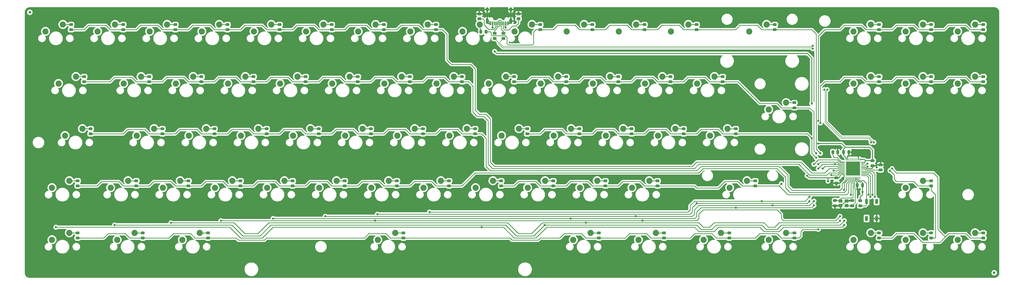
<source format=gbl>
G04 #@! TF.GenerationSoftware,KiCad,Pcbnew,(6.0.2)*
G04 #@! TF.CreationDate,2022-02-17T23:22:08+01:00*
G04 #@! TF.ProjectId,Frooastboard Walnut,46726f6f-6173-4746-926f-617264205761,rev?*
G04 #@! TF.SameCoordinates,Original*
G04 #@! TF.FileFunction,Copper,L2,Bot*
G04 #@! TF.FilePolarity,Positive*
%FSLAX46Y46*%
G04 Gerber Fmt 4.6, Leading zero omitted, Abs format (unit mm)*
G04 Created by KiCad (PCBNEW (6.0.2)) date 2022-02-17 23:22:08*
%MOMM*%
%LPD*%
G01*
G04 APERTURE LIST*
G04 Aperture macros list*
%AMRoundRect*
0 Rectangle with rounded corners*
0 $1 Rounding radius*
0 $2 $3 $4 $5 $6 $7 $8 $9 X,Y pos of 4 corners*
0 Add a 4 corners polygon primitive as box body*
4,1,4,$2,$3,$4,$5,$6,$7,$8,$9,$2,$3,0*
0 Add four circle primitives for the rounded corners*
1,1,$1+$1,$2,$3*
1,1,$1+$1,$4,$5*
1,1,$1+$1,$6,$7*
1,1,$1+$1,$8,$9*
0 Add four rect primitives between the rounded corners*
20,1,$1+$1,$2,$3,$4,$5,0*
20,1,$1+$1,$4,$5,$6,$7,0*
20,1,$1+$1,$6,$7,$8,$9,0*
20,1,$1+$1,$8,$9,$2,$3,0*%
G04 Aperture macros list end*
G04 #@! TA.AperFunction,ComponentPad*
%ADD10C,2.250000*%
G04 #@! TD*
G04 #@! TA.AperFunction,SMDPad,CuDef*
%ADD11C,1.000000*%
G04 #@! TD*
G04 #@! TA.AperFunction,SMDPad,CuDef*
%ADD12RoundRect,0.243750X0.456250X-0.243750X0.456250X0.243750X-0.456250X0.243750X-0.456250X-0.243750X0*%
G04 #@! TD*
G04 #@! TA.AperFunction,SMDPad,CuDef*
%ADD13R,1.100000X1.800000*%
G04 #@! TD*
G04 #@! TA.AperFunction,SMDPad,CuDef*
%ADD14RoundRect,0.250000X0.450000X-0.262500X0.450000X0.262500X-0.450000X0.262500X-0.450000X-0.262500X0*%
G04 #@! TD*
G04 #@! TA.AperFunction,SMDPad,CuDef*
%ADD15RoundRect,0.062500X0.475000X0.062500X-0.475000X0.062500X-0.475000X-0.062500X0.475000X-0.062500X0*%
G04 #@! TD*
G04 #@! TA.AperFunction,SMDPad,CuDef*
%ADD16RoundRect,0.062500X0.062500X0.475000X-0.062500X0.475000X-0.062500X-0.475000X0.062500X-0.475000X0*%
G04 #@! TD*
G04 #@! TA.AperFunction,SMDPad,CuDef*
%ADD17R,5.200000X5.200000*%
G04 #@! TD*
G04 #@! TA.AperFunction,SMDPad,CuDef*
%ADD18RoundRect,0.250000X-0.475000X0.250000X-0.475000X-0.250000X0.475000X-0.250000X0.475000X0.250000X0*%
G04 #@! TD*
G04 #@! TA.AperFunction,SMDPad,CuDef*
%ADD19R,0.600000X1.450000*%
G04 #@! TD*
G04 #@! TA.AperFunction,SMDPad,CuDef*
%ADD20R,0.300000X1.450000*%
G04 #@! TD*
G04 #@! TA.AperFunction,ComponentPad*
%ADD21O,1.000000X1.600000*%
G04 #@! TD*
G04 #@! TA.AperFunction,ComponentPad*
%ADD22O,1.000000X2.100000*%
G04 #@! TD*
G04 #@! TA.AperFunction,SMDPad,CuDef*
%ADD23RoundRect,0.250000X-0.262500X-0.450000X0.262500X-0.450000X0.262500X0.450000X-0.262500X0.450000X0*%
G04 #@! TD*
G04 #@! TA.AperFunction,SMDPad,CuDef*
%ADD24R,1.400000X1.200000*%
G04 #@! TD*
G04 #@! TA.AperFunction,SMDPad,CuDef*
%ADD25RoundRect,0.250000X0.475000X-0.250000X0.475000X0.250000X-0.475000X0.250000X-0.475000X-0.250000X0*%
G04 #@! TD*
G04 #@! TA.AperFunction,SMDPad,CuDef*
%ADD26RoundRect,0.250000X0.250000X0.475000X-0.250000X0.475000X-0.250000X-0.475000X0.250000X-0.475000X0*%
G04 #@! TD*
G04 #@! TA.AperFunction,SMDPad,CuDef*
%ADD27RoundRect,0.250000X-0.250000X-0.475000X0.250000X-0.475000X0.250000X0.475000X-0.250000X0.475000X0*%
G04 #@! TD*
G04 #@! TA.AperFunction,SMDPad,CuDef*
%ADD28RoundRect,0.243750X0.243750X0.456250X-0.243750X0.456250X-0.243750X-0.456250X0.243750X-0.456250X0*%
G04 #@! TD*
G04 #@! TA.AperFunction,ViaPad*
%ADD29C,0.800000*%
G04 #@! TD*
G04 #@! TA.AperFunction,Conductor*
%ADD30C,0.300000*%
G04 #@! TD*
G04 #@! TA.AperFunction,Conductor*
%ADD31C,0.380000*%
G04 #@! TD*
G04 #@! TA.AperFunction,Conductor*
%ADD32C,0.250000*%
G04 #@! TD*
G04 #@! TA.AperFunction,Conductor*
%ADD33C,0.200000*%
G04 #@! TD*
G04 APERTURE END LIST*
D10*
X360521250Y-28416250D03*
X366871250Y-25876250D03*
X227171250Y-47466250D03*
X233521250Y-44926250D03*
X222408750Y-85566250D03*
X228758750Y-83026250D03*
X208121250Y-47466250D03*
X214471250Y-44926250D03*
X241458750Y-85566250D03*
X247808750Y-83026250D03*
X70008750Y-85566250D03*
X76358750Y-83026250D03*
X117633750Y-66516250D03*
X123983750Y-63976250D03*
X246221250Y-47466250D03*
X252571250Y-44926250D03*
X243840000Y-104616250D03*
X250190000Y-102076250D03*
X31908750Y-47466250D03*
X38258750Y-44926250D03*
X93821250Y-47466250D03*
X100171250Y-44926250D03*
X217646250Y-28416250D03*
X223996250Y-25876250D03*
X112871250Y-47466250D03*
X119221250Y-44926250D03*
X165258750Y-85566250D03*
X171608750Y-83026250D03*
X198596250Y-28416250D03*
X204946250Y-25876250D03*
X193833750Y-66516250D03*
X200183750Y-63976250D03*
X203358750Y-85566250D03*
X209708750Y-83026250D03*
X146208750Y-85566250D03*
X152558750Y-83026250D03*
X89058750Y-85566250D03*
X95408750Y-83026250D03*
X122396250Y-28416250D03*
X128746250Y-25876250D03*
X322421250Y-28416250D03*
X328771250Y-25876250D03*
X231933750Y-66516250D03*
X238283750Y-63976250D03*
X148590000Y-104616250D03*
X154940000Y-102076250D03*
X179546250Y-28416250D03*
X185896250Y-25876250D03*
X250983750Y-66516250D03*
X257333750Y-63976250D03*
X265271250Y-47466250D03*
X271621250Y-44926250D03*
X360521250Y-104616250D03*
X366871250Y-102076250D03*
X34290000Y-66516250D03*
X40640000Y-63976250D03*
X322421250Y-104616250D03*
X328771250Y-102076250D03*
X46196250Y-28416250D03*
X52546250Y-25876250D03*
X53340000Y-104616250D03*
X59690000Y-102076250D03*
X136683750Y-66516250D03*
X143033750Y-63976250D03*
X284321250Y-28416250D03*
X290671250Y-25876250D03*
X189071250Y-47466250D03*
X195421250Y-44926250D03*
X322421250Y-47466250D03*
X328771250Y-44926250D03*
X184308750Y-85566250D03*
X190658750Y-83026250D03*
X60483750Y-66516250D03*
X66833750Y-63976250D03*
X174783750Y-66516250D03*
X181133750Y-63976250D03*
X108108750Y-85566250D03*
X114458750Y-83026250D03*
X29527500Y-104616250D03*
X35877500Y-102076250D03*
X65246250Y-28416250D03*
X71596250Y-25876250D03*
X74771250Y-47466250D03*
X81121250Y-44926250D03*
X103346250Y-28416250D03*
X109696250Y-25876250D03*
X270033750Y-66516250D03*
X276383750Y-63976250D03*
X341471250Y-28416250D03*
X347821250Y-25876250D03*
X220027500Y-104616250D03*
X226377500Y-102076250D03*
X160496250Y-28416250D03*
X166846250Y-25876250D03*
X50958750Y-85566250D03*
X57308750Y-83026250D03*
X84296250Y-28416250D03*
X90646250Y-25876250D03*
X79533750Y-66516250D03*
X85883750Y-63976250D03*
X98583750Y-66516250D03*
X104933750Y-63976250D03*
X236696250Y-28416250D03*
X243046250Y-25876250D03*
X141446250Y-28416250D03*
X147796250Y-25876250D03*
X267652500Y-104616250D03*
X274002500Y-102076250D03*
X212883750Y-66516250D03*
X219233750Y-63976250D03*
X291465000Y-56991250D03*
X297815000Y-54451250D03*
X127158750Y-85566250D03*
X133508750Y-83026250D03*
X29527500Y-85566250D03*
X35877500Y-83026250D03*
X360521250Y-47466250D03*
X366871250Y-44926250D03*
X341471250Y-85566250D03*
X347821250Y-83026250D03*
X170021250Y-47466250D03*
X176371250Y-44926250D03*
X55721250Y-47466250D03*
X62071250Y-44926250D03*
X341471250Y-47466250D03*
X347821250Y-44926250D03*
X291465000Y-104616250D03*
X297815000Y-102076250D03*
X155733750Y-66516250D03*
X162083750Y-63976250D03*
X150971250Y-47466250D03*
X157321250Y-44926250D03*
X341471250Y-104616250D03*
X347821250Y-102076250D03*
X27146250Y-28416250D03*
X33496250Y-25876250D03*
X77152500Y-104616250D03*
X83502500Y-102076250D03*
X255746250Y-28416250D03*
X262096250Y-25876250D03*
X277177500Y-85566250D03*
X283527500Y-83026250D03*
X131921250Y-47466250D03*
X138271250Y-44926250D03*
D11*
X373856250Y-116681250D03*
D12*
X174625000Y-84931250D03*
X174625000Y-83056250D03*
X131762500Y-27781250D03*
X131762500Y-25906250D03*
X250825000Y-84931250D03*
X250825000Y-83056250D03*
X279400000Y-65881250D03*
X279400000Y-64006250D03*
X65087500Y-46831250D03*
X65087500Y-44956250D03*
X277018750Y-103981250D03*
X277018750Y-102106250D03*
X231775000Y-84931250D03*
X231775000Y-83056250D03*
X369887500Y-27781250D03*
X369887500Y-25906250D03*
X60325000Y-84931250D03*
X60325000Y-83056250D03*
X136525000Y-84931250D03*
X136525000Y-83056250D03*
X331787500Y-103981250D03*
X331787500Y-102106250D03*
D13*
X327200000Y-90637500D03*
X330900000Y-96837500D03*
X330900000Y-90637500D03*
X327200000Y-96837500D03*
D12*
X43656250Y-65881250D03*
X43656250Y-64006250D03*
X38893750Y-103981250D03*
X38893750Y-102106250D03*
X150812500Y-27781250D03*
X150812500Y-25906250D03*
D14*
X194468750Y-30956250D03*
X194468750Y-29131250D03*
D12*
X350837500Y-27781250D03*
X350837500Y-25906250D03*
D15*
X325600000Y-76081250D03*
X325600000Y-76581250D03*
X325600000Y-77081250D03*
X325600000Y-77581250D03*
X325600000Y-78081250D03*
X325600000Y-78581250D03*
X325600000Y-79081250D03*
X325600000Y-79581250D03*
X325600000Y-80081250D03*
X325600000Y-80581250D03*
X325600000Y-81081250D03*
D16*
X324762500Y-81918750D03*
X324262500Y-81918750D03*
X323762500Y-81918750D03*
X323262500Y-81918750D03*
X322762500Y-81918750D03*
X322262500Y-81918750D03*
X321762500Y-81918750D03*
X321262500Y-81918750D03*
X320762500Y-81918750D03*
X320262500Y-81918750D03*
X319762500Y-81918750D03*
D15*
X318925000Y-81081250D03*
X318925000Y-80581250D03*
X318925000Y-80081250D03*
X318925000Y-79581250D03*
X318925000Y-79081250D03*
X318925000Y-78581250D03*
X318925000Y-78081250D03*
X318925000Y-77581250D03*
X318925000Y-77081250D03*
X318925000Y-76581250D03*
X318925000Y-76081250D03*
D16*
X319762500Y-75243750D03*
X320262500Y-75243750D03*
X320762500Y-75243750D03*
X321262500Y-75243750D03*
X321762500Y-75243750D03*
X322262500Y-75243750D03*
X322762500Y-75243750D03*
X323262500Y-75243750D03*
X323762500Y-75243750D03*
X324262500Y-75243750D03*
X324762500Y-75243750D03*
D17*
X322262500Y-78581250D03*
D12*
X160337500Y-46831250D03*
X160337500Y-44956250D03*
X274637500Y-46831250D03*
X274637500Y-44956250D03*
D14*
X200025000Y-23812500D03*
X200025000Y-21987500D03*
D12*
X300831250Y-103981250D03*
X300831250Y-102106250D03*
X157956250Y-103981250D03*
X157956250Y-102106250D03*
X79375000Y-84931250D03*
X79375000Y-83056250D03*
D18*
X316200000Y-82000000D03*
X316200000Y-83900000D03*
D12*
X300831250Y-56356250D03*
X300831250Y-54481250D03*
X369887500Y-46831250D03*
X369887500Y-44956250D03*
X260350000Y-65881250D03*
X260350000Y-64006250D03*
D11*
X21431250Y-21431250D03*
D12*
X141287500Y-46831250D03*
X141287500Y-44956250D03*
X286543750Y-84931250D03*
X286543750Y-83056250D03*
X265112500Y-27781250D03*
X265112500Y-25906250D03*
D19*
X189656250Y-25521250D03*
X190431250Y-25521250D03*
D20*
X191131250Y-25521250D03*
X191631250Y-25521250D03*
X192131250Y-25521250D03*
X192631250Y-25521250D03*
X193131250Y-25521250D03*
X193631250Y-25521250D03*
X194131250Y-25521250D03*
X194631250Y-25521250D03*
D19*
X195331250Y-25521250D03*
X196106250Y-25521250D03*
D21*
X197201250Y-20426250D03*
X188561250Y-20426250D03*
D22*
X197201250Y-24606250D03*
X188561250Y-24606250D03*
D12*
X36512500Y-27781250D03*
X36512500Y-25906250D03*
X222250000Y-65881250D03*
X222250000Y-64006250D03*
X155575000Y-84931250D03*
X155575000Y-83056250D03*
X227012500Y-27781250D03*
X227012500Y-25906250D03*
X350837500Y-46831250D03*
X350837500Y-44956250D03*
X198437500Y-46831250D03*
X198437500Y-44956250D03*
X84137500Y-46831250D03*
X84137500Y-44956250D03*
X253206250Y-103981250D03*
X253206250Y-102106250D03*
X62706250Y-103981250D03*
X62706250Y-102106250D03*
X350837500Y-103981250D03*
X350837500Y-102106250D03*
X246062500Y-27781250D03*
X246062500Y-25906250D03*
X165100000Y-65881250D03*
X165100000Y-64006250D03*
X127000000Y-65881250D03*
X127000000Y-64006250D03*
X169862500Y-27781250D03*
X169862500Y-25906250D03*
X331787500Y-27781250D03*
X331787500Y-25906250D03*
X112712500Y-27781250D03*
X112712500Y-25906250D03*
X93662500Y-27781250D03*
X93662500Y-25906250D03*
X207962500Y-27781250D03*
X207962500Y-25906250D03*
D14*
X185737500Y-23812500D03*
X185737500Y-21987500D03*
D23*
X314875000Y-72600000D03*
X316700000Y-72600000D03*
D12*
X229393750Y-103981250D03*
X229393750Y-102106250D03*
D24*
X317700000Y-90387500D03*
X319900000Y-90387500D03*
X319900000Y-92087500D03*
X317700000Y-92087500D03*
D12*
X88900000Y-65881250D03*
X88900000Y-64006250D03*
D25*
X321900000Y-92187500D03*
X321900000Y-90287500D03*
D12*
X255587500Y-46831250D03*
X255587500Y-44956250D03*
D26*
X325700000Y-84700000D03*
X323800000Y-84700000D03*
D12*
X98425000Y-84931250D03*
X98425000Y-83056250D03*
X122237500Y-46831250D03*
X122237500Y-44956250D03*
D14*
X324900000Y-92200000D03*
X324900000Y-90375000D03*
D12*
X86518750Y-103981250D03*
X86518750Y-102106250D03*
X103187500Y-46831250D03*
X103187500Y-44956250D03*
X217487500Y-46831250D03*
X217487500Y-44956250D03*
X74612500Y-27781250D03*
X74612500Y-25906250D03*
X41275000Y-46831250D03*
X41275000Y-44956250D03*
X69850000Y-65881250D03*
X69850000Y-64006250D03*
X55562500Y-27781250D03*
X55562500Y-25906250D03*
X241300000Y-65881250D03*
X241300000Y-64006250D03*
X193675000Y-84931250D03*
X193675000Y-83056250D03*
D27*
X318800000Y-72600000D03*
X320700000Y-72600000D03*
D12*
X236537500Y-46831250D03*
X236537500Y-44956250D03*
X331787500Y-46831250D03*
X331787500Y-44956250D03*
X350837500Y-84931250D03*
X350837500Y-83056250D03*
X146050000Y-65881250D03*
X146050000Y-64006250D03*
D28*
X188118750Y-28575000D03*
X186243750Y-28575000D03*
D12*
X107950000Y-65881250D03*
X107950000Y-64006250D03*
D18*
X329400000Y-75700000D03*
X329400000Y-77600000D03*
X332300000Y-77200000D03*
X332300000Y-79100000D03*
X315700000Y-90287500D03*
X315700000Y-92187500D03*
D12*
X293687500Y-27781250D03*
X293687500Y-25906250D03*
X369887500Y-103981250D03*
X369887500Y-102106250D03*
X117475000Y-84931250D03*
X117475000Y-83056250D03*
X184150000Y-65881250D03*
X184150000Y-64006250D03*
X38893750Y-84931250D03*
X38893750Y-83056250D03*
X203200000Y-65881250D03*
X203200000Y-64006250D03*
D14*
X191293750Y-30956250D03*
X191293750Y-29131250D03*
D12*
X179387500Y-46831250D03*
X179387500Y-44956250D03*
X212725000Y-84931250D03*
X212725000Y-83056250D03*
D29*
X314200000Y-84300000D03*
X322000000Y-73200000D03*
X323787000Y-86142055D03*
X317700000Y-74600000D03*
X325700000Y-87100000D03*
X309500000Y-69400000D03*
X305500000Y-81200000D03*
X195262500Y-26987500D03*
X191293750Y-35718750D03*
X307181250Y-54768750D03*
X190500000Y-26975500D03*
X313100000Y-83200000D03*
X321468750Y-88106250D03*
X309562500Y-100806250D03*
X310356250Y-73025000D03*
X315118750Y-79375000D03*
X336550000Y-78581250D03*
X314325000Y-80962500D03*
X308768750Y-73025000D03*
X335756250Y-79375000D03*
X318972076Y-86403326D03*
X308768750Y-74612500D03*
X309562500Y-61118750D03*
X307181250Y-67468750D03*
X310356250Y-61912500D03*
X296068750Y-84137500D03*
X307975000Y-92075000D03*
X311150000Y-78581250D03*
X279400000Y-92868750D03*
X219075000Y-96837500D03*
X110331250Y-96837500D03*
X319087500Y-97631250D03*
X52387500Y-99218750D03*
X329406250Y-88106250D03*
X209550000Y-99218750D03*
X245268750Y-97631250D03*
X317500000Y-96043750D03*
X147637500Y-97631250D03*
X327924500Y-88106250D03*
X91281250Y-97631250D03*
X73025000Y-98425000D03*
X317500000Y-97631250D03*
X328640591Y-88904318D03*
X224631250Y-98425000D03*
X307975000Y-90487500D03*
X292893750Y-92075000D03*
X129381250Y-96043750D03*
X242887500Y-96043750D03*
X315618750Y-76981250D03*
X309562500Y-78581250D03*
X306387500Y-90487500D03*
X148431250Y-95250000D03*
X309562500Y-76993750D03*
X265112500Y-91281250D03*
X306387500Y-88900000D03*
X307975000Y-76993750D03*
X167481250Y-94456250D03*
X288925000Y-90487500D03*
X186531250Y-100012500D03*
X330200000Y-88900000D03*
X319087500Y-99218750D03*
X30956250Y-100012500D03*
X327551643Y-76806250D03*
X328875000Y-69000000D03*
X307500000Y-34725000D03*
X311775000Y-49700000D03*
X327551643Y-77856250D03*
X329925000Y-69000000D03*
X307500000Y-33675000D03*
X312825000Y-49700000D03*
D30*
X188561250Y-25048750D02*
X188561250Y-24606250D01*
X317700000Y-92087500D02*
X317999022Y-92087500D01*
X329400000Y-77600000D02*
X329400000Y-78400000D01*
X322000000Y-73200000D02*
X321400000Y-72600000D01*
X330600000Y-77600000D02*
X331000000Y-77200000D01*
X319699022Y-90387500D02*
X319900000Y-90387500D01*
X323800000Y-83700000D02*
X323800000Y-84700000D01*
X317500000Y-83900000D02*
X318925000Y-82475000D01*
X189033750Y-25521250D02*
X188561250Y-25048750D01*
X314600000Y-83900000D02*
X314200000Y-84300000D01*
X196728750Y-25521250D02*
X197201250Y-25048750D01*
X196106250Y-25521250D02*
X196728750Y-25521250D01*
X324262500Y-75243750D02*
X324262500Y-74462500D01*
X323700000Y-73900000D02*
X320700000Y-73900000D01*
X197201250Y-25048750D02*
X197201250Y-24606250D01*
X320450000Y-74150000D02*
X320700000Y-73900000D01*
X315700000Y-92187500D02*
X317600000Y-92187500D01*
X317999022Y-92087500D02*
X319699022Y-90387500D01*
X320262500Y-74337500D02*
X320450000Y-74150000D01*
X329400000Y-77600000D02*
X330600000Y-77600000D01*
X320262500Y-75243750D02*
X320262500Y-74337500D01*
X329194239Y-78605761D02*
X327205761Y-78605761D01*
X323262500Y-83162500D02*
X323800000Y-83700000D01*
X189656250Y-25521250D02*
X189033750Y-25521250D01*
X321400000Y-72600000D02*
X320700000Y-72600000D01*
X316700000Y-72600000D02*
X316700000Y-73600000D01*
X329400000Y-78400000D02*
X329194239Y-78605761D01*
X319900000Y-90387500D02*
X321800000Y-90387500D01*
X324262500Y-74462500D02*
X323700000Y-73900000D01*
X323800000Y-86129055D02*
X323787000Y-86142055D01*
X316700000Y-73600000D02*
X317700000Y-74600000D01*
D31*
X317900000Y-92087500D02*
X317700000Y-92087500D01*
D30*
X316200000Y-83900000D02*
X317500000Y-83900000D01*
X320700000Y-73900000D02*
X320700000Y-72600000D01*
X316200000Y-83900000D02*
X314600000Y-83900000D01*
X323800000Y-84700000D02*
X323800000Y-86129055D01*
X321800000Y-90387500D02*
X321900000Y-90287500D01*
X326681250Y-78081250D02*
X325600000Y-78081250D01*
X323262500Y-81918750D02*
X323262500Y-83162500D01*
X318925000Y-82475000D02*
X318925000Y-81081250D01*
X331000000Y-77200000D02*
X332300000Y-77200000D01*
X327205761Y-78605761D02*
X326681250Y-78081250D01*
D32*
X326900000Y-79100000D02*
X332300000Y-79100000D01*
X326381250Y-78581250D02*
X326900000Y-79100000D01*
X325600000Y-78581250D02*
X326381250Y-78581250D01*
X322000000Y-89287500D02*
X322262500Y-89025000D01*
X315700000Y-90287500D02*
X317600000Y-90287500D01*
X317700000Y-90387500D02*
X317700000Y-89587500D01*
X317600000Y-90287500D02*
X317700000Y-90387500D01*
X322262500Y-89025000D02*
X322262500Y-81918750D01*
X318000000Y-89287500D02*
X322000000Y-89287500D01*
X317700000Y-89587500D02*
X318000000Y-89287500D01*
X323062500Y-91025000D02*
X323062500Y-85962500D01*
X321900000Y-92187500D02*
X323062500Y-91025000D01*
X321900000Y-92187500D02*
X320000000Y-92187500D01*
X323062500Y-85962500D02*
X322762500Y-85662500D01*
X322762500Y-85662500D02*
X322762500Y-81918750D01*
X320000000Y-92187500D02*
X319900000Y-92087500D01*
D30*
X313100000Y-83200000D02*
X313100000Y-82000000D01*
X318800000Y-73700000D02*
X318800000Y-72600000D01*
X328400000Y-70800000D02*
X319500000Y-70800000D01*
X326900000Y-75700000D02*
X329400000Y-75700000D01*
X313100000Y-82000000D02*
X306300000Y-82000000D01*
X326600000Y-76000000D02*
X326900000Y-75700000D01*
X307181250Y-38100000D02*
X305593750Y-36512500D01*
X192087500Y-36512500D02*
X191293750Y-35718750D01*
X325600000Y-76581250D02*
X326418750Y-76581250D01*
X195331250Y-25521250D02*
X195331250Y-26918750D01*
X319500000Y-70800000D02*
X318100000Y-69400000D01*
X319762500Y-74662500D02*
X318800000Y-73700000D01*
X317400000Y-81800000D02*
X317200000Y-82000000D01*
X326418750Y-76581250D02*
X326600000Y-76400000D01*
X326600000Y-76400000D02*
X326600000Y-76000000D01*
X325700000Y-84700000D02*
X325700000Y-87100000D01*
X318118750Y-80581250D02*
X317400000Y-81300000D01*
X318100000Y-69400000D02*
X309500000Y-69400000D01*
X326443750Y-75243750D02*
X326900000Y-75700000D01*
X190500000Y-25590000D02*
X190431250Y-25521250D01*
X324328928Y-83400000D02*
X325400000Y-83400000D01*
X212725000Y-36512500D02*
X192087500Y-36512500D01*
X317200000Y-82000000D02*
X316200000Y-82000000D01*
X329400000Y-71800000D02*
X328400000Y-70800000D01*
X329400000Y-75700000D02*
X329400000Y-71800000D01*
X323762500Y-81918750D02*
X323762500Y-82833572D01*
X325400000Y-83400000D02*
X325700000Y-83700000D01*
X316200000Y-82000000D02*
X313100000Y-82000000D01*
X318800000Y-71500000D02*
X318800000Y-72600000D01*
X324900000Y-88900000D02*
X325700000Y-88100000D01*
X306300000Y-82000000D02*
X305500000Y-81200000D01*
X318925000Y-80581250D02*
X318118750Y-80581250D01*
X325700000Y-88100000D02*
X325700000Y-87100000D01*
X325700000Y-83700000D02*
X325700000Y-84700000D01*
X319762500Y-75243750D02*
X319762500Y-74662500D01*
X190500000Y-26975500D02*
X190500000Y-25590000D01*
X307181250Y-54768750D02*
X307181250Y-38100000D01*
X319500000Y-70800000D02*
X318800000Y-71500000D01*
X195331250Y-26918750D02*
X195262500Y-26987500D01*
X324900000Y-90375000D02*
X324900000Y-88900000D01*
X324762500Y-75243750D02*
X326443750Y-75243750D01*
X323762500Y-82833572D02*
X324328928Y-83400000D01*
X305593750Y-36512500D02*
X212725000Y-36512500D01*
X317400000Y-81300000D02*
X317400000Y-81800000D01*
D32*
X138112500Y-26193750D02*
X144462500Y-26193750D01*
X173831250Y-29368750D02*
X172243750Y-27781250D01*
X61912500Y-26193750D02*
X68262500Y-26193750D01*
X93662500Y-27781250D02*
X98425000Y-27781250D01*
X80962500Y-26193750D02*
X87312500Y-26193750D01*
X184150000Y-42068750D02*
X182562500Y-40481250D01*
X163512500Y-26193750D02*
X165100000Y-27781250D01*
X106362500Y-26193750D02*
X107950000Y-27781250D01*
X263525000Y-77787500D02*
X191293750Y-77787500D01*
X157162500Y-26193750D02*
X163512500Y-26193750D01*
X136525000Y-27781250D02*
X138112500Y-26193750D01*
X188118750Y-58737500D02*
X185737500Y-58737500D01*
X88900000Y-27781250D02*
X93662500Y-27781250D01*
X125412500Y-26193750D02*
X127000000Y-27781250D01*
X107950000Y-27781250D02*
X112712500Y-27781250D01*
X173831250Y-38893750D02*
X173831250Y-29368750D01*
X42862500Y-26193750D02*
X49212500Y-26193750D01*
X191293750Y-77787500D02*
X189706250Y-76200000D01*
X318925000Y-78581250D02*
X313531250Y-78581250D01*
X307181250Y-80168750D02*
X303212500Y-76200000D01*
X189706250Y-60325000D02*
X188118750Y-58737500D01*
X98425000Y-27781250D02*
X100012500Y-26193750D01*
X175418750Y-40481250D02*
X173831250Y-38893750D01*
X60325000Y-27781250D02*
X61912500Y-26193750D01*
X87312500Y-26193750D02*
X88900000Y-27781250D01*
X68262500Y-26193750D02*
X69850000Y-27781250D01*
X50800000Y-27781250D02*
X55562500Y-27781250D01*
X119062500Y-26193750D02*
X125412500Y-26193750D01*
X100012500Y-26193750D02*
X106362500Y-26193750D01*
X146050000Y-27781250D02*
X150812500Y-27781250D01*
X150812500Y-27781250D02*
X155575000Y-27781250D01*
X74612500Y-27781250D02*
X79375000Y-27781250D01*
X55562500Y-27781250D02*
X60325000Y-27781250D01*
X69850000Y-27781250D02*
X74612500Y-27781250D01*
X127000000Y-27781250D02*
X131762500Y-27781250D01*
X79375000Y-27781250D02*
X80962500Y-26193750D01*
X189706250Y-76200000D02*
X189706250Y-60325000D01*
X112712500Y-27781250D02*
X117475000Y-27781250D01*
X144462500Y-26193750D02*
X146050000Y-27781250D01*
X313531250Y-78581250D02*
X311943750Y-80168750D01*
X36512500Y-27781250D02*
X41275000Y-27781250D01*
X49212500Y-26193750D02*
X50800000Y-27781250D01*
X41275000Y-27781250D02*
X42862500Y-26193750D01*
X182562500Y-40481250D02*
X175418750Y-40481250D01*
X303212500Y-76200000D02*
X265112500Y-76200000D01*
X185737500Y-58737500D02*
X184150000Y-57150000D01*
X184150000Y-57150000D02*
X184150000Y-42068750D01*
X311943750Y-80168750D02*
X307181250Y-80168750D01*
X131762500Y-27781250D02*
X136525000Y-27781250D01*
X117475000Y-27781250D02*
X119062500Y-26193750D01*
X165100000Y-27781250D02*
X169862500Y-27781250D01*
X155575000Y-27781250D02*
X157162500Y-26193750D01*
X265112500Y-76200000D02*
X263525000Y-77787500D01*
X172243750Y-27781250D02*
X169862500Y-27781250D01*
X33496250Y-25876250D02*
X36482500Y-25876250D01*
X36482500Y-25876250D02*
X36512500Y-25906250D01*
X84137500Y-46831250D02*
X88900000Y-46831250D01*
X141287500Y-46831250D02*
X146050000Y-46831250D01*
X52387500Y-45243750D02*
X58737500Y-45243750D01*
X165100000Y-46831250D02*
X166687500Y-45243750D01*
X65087500Y-46831250D02*
X69850000Y-46831250D01*
X318925000Y-79581250D02*
X317418750Y-79581250D01*
X174625000Y-46831250D02*
X179387500Y-46831250D01*
X96837500Y-45243750D02*
X98425000Y-46831250D01*
X188912500Y-76993750D02*
X188912500Y-61118750D01*
X79375000Y-46831250D02*
X84137500Y-46831250D01*
X136525000Y-46831250D02*
X141287500Y-46831250D01*
X103187500Y-46831250D02*
X107950000Y-46831250D01*
X184943750Y-59531250D02*
X183356250Y-57943750D01*
X50800000Y-46831250D02*
X52387500Y-45243750D01*
X316818750Y-80181250D02*
X313518750Y-80181250D01*
X312737500Y-80962500D02*
X306387500Y-80962500D01*
X77787500Y-45243750D02*
X79375000Y-46831250D01*
X127000000Y-46831250D02*
X128587500Y-45243750D01*
X98425000Y-46831250D02*
X103187500Y-46831250D01*
X190500000Y-78581250D02*
X188912500Y-76993750D01*
X107950000Y-46831250D02*
X109537500Y-45243750D01*
X115887500Y-45243750D02*
X117475000Y-46831250D01*
X146050000Y-46831250D02*
X147637500Y-45243750D01*
X173037500Y-45243750D02*
X174625000Y-46831250D01*
X317418750Y-79581250D02*
X316818750Y-80181250D01*
X181768750Y-46831250D02*
X179387500Y-46831250D01*
X128587500Y-45243750D02*
X134937500Y-45243750D01*
X155575000Y-46831250D02*
X160337500Y-46831250D01*
X109537500Y-45243750D02*
X115887500Y-45243750D01*
X147637500Y-45243750D02*
X153987500Y-45243750D01*
X41275000Y-46831250D02*
X50800000Y-46831250D01*
X153987500Y-45243750D02*
X155575000Y-46831250D01*
X183356250Y-57943750D02*
X183356250Y-48418750D01*
X183356250Y-48418750D02*
X181768750Y-46831250D01*
X60325000Y-46831250D02*
X65087500Y-46831250D01*
X88900000Y-46831250D02*
X90487500Y-45243750D01*
X71437500Y-45243750D02*
X77787500Y-45243750D01*
X122237500Y-46831250D02*
X127000000Y-46831250D01*
X117475000Y-46831250D02*
X122237500Y-46831250D01*
X166687500Y-45243750D02*
X173037500Y-45243750D01*
X313518750Y-80181250D02*
X312737500Y-80962500D01*
X58737500Y-45243750D02*
X60325000Y-46831250D01*
X188912500Y-61118750D02*
X187325000Y-59531250D01*
X90487500Y-45243750D02*
X96837500Y-45243750D01*
X69850000Y-46831250D02*
X71437500Y-45243750D01*
X302418750Y-76993750D02*
X265906250Y-76993750D01*
X187325000Y-59531250D02*
X184943750Y-59531250D01*
X264318750Y-78581250D02*
X190500000Y-78581250D01*
X306387500Y-80962500D02*
X302418750Y-76993750D01*
X265906250Y-76993750D02*
X264318750Y-78581250D01*
X134937500Y-45243750D02*
X136525000Y-46831250D01*
X160337500Y-46831250D02*
X165100000Y-46831250D01*
X41245000Y-44926250D02*
X41275000Y-44956250D01*
X38258750Y-44926250D02*
X41245000Y-44926250D01*
X189706250Y-79375000D02*
X188118750Y-77787500D01*
X88900000Y-65881250D02*
X93662500Y-65881250D01*
X165100000Y-65881250D02*
X169862500Y-65881250D01*
X95250000Y-64293750D02*
X101600000Y-64293750D01*
X93662500Y-65881250D02*
X95250000Y-64293750D01*
X65087500Y-65881250D02*
X69850000Y-65881250D01*
X84137500Y-65881250D02*
X88900000Y-65881250D01*
X131762500Y-65881250D02*
X133350000Y-64293750D01*
X76200000Y-64293750D02*
X82550000Y-64293750D01*
X265112500Y-79375000D02*
X189706250Y-79375000D01*
X133350000Y-64293750D02*
X139700000Y-64293750D01*
X57150000Y-64293750D02*
X63500000Y-64293750D01*
X266700000Y-77787500D02*
X265112500Y-79375000D01*
X114300000Y-64293750D02*
X120650000Y-64293750D01*
X146050000Y-65881250D02*
X150812500Y-65881250D01*
X318262500Y-84101782D02*
X318262500Y-85756250D01*
X69850000Y-65881250D02*
X74612500Y-65881250D01*
X43656250Y-65881250D02*
X55562500Y-65881250D01*
X319762500Y-81918750D02*
X319762500Y-82601782D01*
X141287500Y-65881250D02*
X146050000Y-65881250D01*
X103187500Y-65881250D02*
X107950000Y-65881250D01*
X298450000Y-80962500D02*
X295275000Y-77787500D01*
X150812500Y-65881250D02*
X152400000Y-64293750D01*
X101600000Y-64293750D02*
X103187500Y-65881250D01*
X120650000Y-64293750D02*
X122237500Y-65881250D01*
X63500000Y-64293750D02*
X65087500Y-65881250D01*
X139700000Y-64293750D02*
X141287500Y-65881250D01*
X295275000Y-77787500D02*
X266700000Y-77787500D01*
X127000000Y-65881250D02*
X131762500Y-65881250D01*
X74612500Y-65881250D02*
X76200000Y-64293750D01*
X169862500Y-65881250D02*
X171450000Y-64293750D01*
X171450000Y-64293750D02*
X177800000Y-64293750D01*
X188118750Y-77787500D02*
X188118750Y-67468750D01*
X107950000Y-65881250D02*
X112712500Y-65881250D01*
X122237500Y-65881250D02*
X127000000Y-65881250D01*
X298450000Y-84931250D02*
X298450000Y-80962500D01*
X318262500Y-85756250D02*
X317500000Y-86518750D01*
X179387500Y-65881250D02*
X184150000Y-65881250D01*
X319762500Y-82601782D02*
X318262500Y-84101782D01*
X82550000Y-64293750D02*
X84137500Y-65881250D01*
X112712500Y-65881250D02*
X114300000Y-64293750D01*
X55562500Y-65881250D02*
X57150000Y-64293750D01*
X317500000Y-86518750D02*
X300037500Y-86518750D01*
X188118750Y-67468750D02*
X186531250Y-65881250D01*
X160337500Y-65881250D02*
X165100000Y-65881250D01*
X177800000Y-64293750D02*
X179387500Y-65881250D01*
X186531250Y-65881250D02*
X184150000Y-65881250D01*
X300037500Y-86518750D02*
X298450000Y-84931250D01*
X152400000Y-64293750D02*
X158750000Y-64293750D01*
X158750000Y-64293750D02*
X160337500Y-65881250D01*
X40640000Y-63976250D02*
X43626250Y-63976250D01*
X43626250Y-63976250D02*
X43656250Y-64006250D01*
X55562500Y-84931250D02*
X60325000Y-84931250D01*
X319087500Y-87312500D02*
X299243750Y-87312500D01*
X84137500Y-84931250D02*
X85725000Y-83343750D01*
X150812500Y-84931250D02*
X155575000Y-84931250D01*
X265906250Y-80168750D02*
X184150000Y-80168750D01*
X38893750Y-84931250D02*
X46037500Y-84931250D01*
X79375000Y-84931250D02*
X84137500Y-84931250D01*
X136525000Y-84931250D02*
X141287500Y-84931250D01*
X267493750Y-78581250D02*
X265906250Y-80168750D01*
X122237500Y-84931250D02*
X123825000Y-83343750D01*
X294481250Y-78581250D02*
X267493750Y-78581250D01*
X179387500Y-84931250D02*
X174625000Y-84931250D01*
X60325000Y-84931250D02*
X65087500Y-84931250D01*
X161925000Y-83343750D02*
X168275000Y-83343750D01*
X160337500Y-84931250D02*
X161925000Y-83343750D01*
X103187500Y-84931250D02*
X104775000Y-83343750D01*
X297656250Y-85725000D02*
X297656250Y-81756250D01*
X112712500Y-84931250D02*
X117475000Y-84931250D01*
X85725000Y-83343750D02*
X92075000Y-83343750D01*
X131762500Y-84931250D02*
X136525000Y-84931250D01*
X74612500Y-84931250D02*
X79375000Y-84931250D01*
X47625000Y-83343750D02*
X53975000Y-83343750D01*
X319862500Y-84037500D02*
X319862500Y-86537500D01*
X184150000Y-80168750D02*
X179387500Y-84931250D01*
X130175000Y-83343750D02*
X131762500Y-84931250D01*
X169862500Y-84931250D02*
X174625000Y-84931250D01*
X168275000Y-83343750D02*
X169862500Y-84931250D01*
X66675000Y-83343750D02*
X73025000Y-83343750D01*
X319862500Y-86537500D02*
X319087500Y-87312500D01*
X297656250Y-81756250D02*
X294481250Y-78581250D01*
X149225000Y-83343750D02*
X150812500Y-84931250D01*
X93662500Y-84931250D02*
X98425000Y-84931250D01*
X155575000Y-84931250D02*
X160337500Y-84931250D01*
X111125000Y-83343750D02*
X112712500Y-84931250D01*
X104775000Y-83343750D02*
X111125000Y-83343750D01*
X73025000Y-83343750D02*
X74612500Y-84931250D01*
X53975000Y-83343750D02*
X55562500Y-84931250D01*
X46037500Y-84931250D02*
X47625000Y-83343750D01*
X123825000Y-83343750D02*
X130175000Y-83343750D01*
X141287500Y-84931250D02*
X142875000Y-83343750D01*
X117475000Y-84931250D02*
X122237500Y-84931250D01*
X92075000Y-83343750D02*
X93662500Y-84931250D01*
X320762500Y-81918750D02*
X320762500Y-83137500D01*
X299243750Y-87312500D02*
X297656250Y-85725000D01*
X98425000Y-84931250D02*
X103187500Y-84931250D01*
X142875000Y-83343750D02*
X149225000Y-83343750D01*
X320762500Y-83137500D02*
X319862500Y-84037500D01*
X65087500Y-84931250D02*
X66675000Y-83343750D01*
X38863750Y-83026250D02*
X38893750Y-83056250D01*
X35877500Y-83026250D02*
X38863750Y-83026250D01*
X62706250Y-103981250D02*
X72231250Y-103981250D01*
X86518750Y-103981250D02*
X96837500Y-103981250D01*
X207962500Y-103981250D02*
X215106250Y-103981250D01*
X270668750Y-102393750D02*
X272256250Y-103981250D01*
X50006250Y-102393750D02*
X56356250Y-102393750D01*
X157956250Y-103981250D02*
X196850000Y-103981250D01*
X303212500Y-101600000D02*
X304006250Y-100806250D01*
X48418750Y-103981250D02*
X50006250Y-102393750D01*
X253206250Y-103981250D02*
X262731250Y-103981250D01*
X223043750Y-102393750D02*
X224631250Y-103981250D01*
X216693750Y-102393750D02*
X223043750Y-102393750D01*
X80168750Y-102393750D02*
X81756250Y-103981250D01*
X73818750Y-102393750D02*
X80168750Y-102393750D01*
X248443750Y-103981250D02*
X253206250Y-103981250D01*
X321468750Y-88106250D02*
X321462500Y-88100000D01*
X107156250Y-104775000D02*
X107950000Y-103981250D01*
X304006250Y-100806250D02*
X309562500Y-100806250D01*
X321462500Y-84137500D02*
X321762500Y-83837500D01*
X107950000Y-103981250D02*
X143668750Y-103981250D01*
X143668750Y-103981250D02*
X145256250Y-102393750D01*
X238918750Y-103981250D02*
X240506250Y-102393750D01*
X277018750Y-103981250D02*
X286543750Y-103981250D01*
X229393750Y-103981250D02*
X238918750Y-103981250D01*
X96837500Y-103981250D02*
X97631250Y-104775000D01*
X240506250Y-102393750D02*
X246856250Y-102393750D01*
X296068750Y-103981250D02*
X300831250Y-103981250D01*
X262731250Y-103981250D02*
X264318750Y-102393750D01*
X153193750Y-103981250D02*
X157956250Y-103981250D01*
X321762500Y-83837500D02*
X321762500Y-81918750D01*
X303212500Y-103187500D02*
X303212500Y-101600000D01*
X207168750Y-104775000D02*
X207962500Y-103981250D01*
X215106250Y-103981250D02*
X216693750Y-102393750D01*
X321462500Y-88100000D02*
X321462500Y-84137500D01*
X72231250Y-103981250D02*
X73818750Y-102393750D01*
X151606250Y-102393750D02*
X153193750Y-103981250D01*
X302418750Y-103981250D02*
X303212500Y-103187500D01*
X264318750Y-102393750D02*
X270668750Y-102393750D01*
X294481250Y-102393750D02*
X296068750Y-103981250D01*
X272256250Y-103981250D02*
X277018750Y-103981250D01*
X97631250Y-104775000D02*
X107156250Y-104775000D01*
X38893750Y-103981250D02*
X48418750Y-103981250D01*
X196850000Y-103981250D02*
X197643750Y-104775000D01*
X286543750Y-103981250D02*
X288131250Y-102393750D01*
X288131250Y-102393750D02*
X294481250Y-102393750D01*
X300831250Y-103981250D02*
X302418750Y-103981250D01*
X81756250Y-103981250D02*
X86518750Y-103981250D01*
X145256250Y-102393750D02*
X151606250Y-102393750D01*
X197643750Y-104775000D02*
X207168750Y-104775000D01*
X57943750Y-103981250D02*
X62706250Y-103981250D01*
X224631250Y-103981250D02*
X229393750Y-103981250D01*
X56356250Y-102393750D02*
X57943750Y-103981250D01*
X246856250Y-102393750D02*
X248443750Y-103981250D01*
X38863750Y-102076250D02*
X38893750Y-102106250D01*
X35877500Y-102076250D02*
X38863750Y-102076250D01*
X353218750Y-81756250D02*
X351631250Y-80168750D01*
X338137500Y-80168750D02*
X336550000Y-78581250D01*
X347662500Y-105568750D02*
X344487500Y-102393750D01*
X308768750Y-29368750D02*
X307181250Y-27781250D01*
X189675000Y-28575000D02*
X190000000Y-28900000D01*
X355996875Y-103584375D02*
X354012500Y-105568750D01*
X344487500Y-102393750D02*
X338137500Y-102393750D01*
X258762500Y-26193750D02*
X260350000Y-27781250D01*
X308768750Y-71437500D02*
X308768750Y-29368750D01*
X357187500Y-102393750D02*
X355996875Y-103584375D01*
X354012500Y-101600000D02*
X353218750Y-100806250D01*
X205500000Y-32900000D02*
X205500000Y-28600000D01*
X307181250Y-27781250D02*
X293687500Y-27781250D01*
X363537500Y-102393750D02*
X357187500Y-102393750D01*
X288925000Y-27781250D02*
X293687500Y-27781250D01*
X279400000Y-27781250D02*
X280987500Y-26193750D01*
X214312500Y-26193750D02*
X220662500Y-26193750D01*
X190300000Y-30000000D02*
X195200000Y-30000000D01*
X206318750Y-27781250D02*
X207962500Y-27781250D01*
X190000000Y-28900000D02*
X190000000Y-29700000D01*
X231775000Y-27781250D02*
X233362500Y-26193750D01*
X212725000Y-27781250D02*
X214312500Y-26193750D01*
X353218750Y-100806250D02*
X353218750Y-81756250D01*
X190000000Y-29700000D02*
X190300000Y-30000000D01*
X318925000Y-79081250D02*
X316918750Y-79081250D01*
X246062500Y-27781250D02*
X250825000Y-27781250D01*
X252412500Y-26193750D02*
X258762500Y-26193750D01*
X205000000Y-33400000D02*
X205500000Y-32900000D01*
X227012500Y-27781250D02*
X231775000Y-27781250D01*
X354012500Y-105568750D02*
X347662500Y-105568750D01*
X241300000Y-27781250D02*
X246062500Y-27781250D01*
X365125000Y-103981250D02*
X363537500Y-102393750D01*
X207962500Y-27781250D02*
X212725000Y-27781250D01*
X265112500Y-27781250D02*
X279400000Y-27781250D01*
X310356250Y-73025000D02*
X308768750Y-71437500D01*
X316618750Y-79381250D02*
X315125000Y-79381250D01*
X196300000Y-33400000D02*
X205000000Y-33400000D01*
X220662500Y-26193750D02*
X222250000Y-27781250D01*
X354012500Y-101600000D02*
X355996875Y-103584375D01*
X351631250Y-80168750D02*
X338137500Y-80168750D01*
X195800000Y-30600000D02*
X195800000Y-32900000D01*
X250825000Y-27781250D02*
X252412500Y-26193750D01*
X315125000Y-79381250D02*
X315118750Y-79375000D01*
X369887500Y-103981250D02*
X365125000Y-103981250D01*
X260350000Y-27781250D02*
X265112500Y-27781250D01*
X233362500Y-26193750D02*
X239712500Y-26193750D01*
X239712500Y-26193750D02*
X241300000Y-27781250D01*
X205500000Y-28600000D02*
X206318750Y-27781250D01*
X287337500Y-26193750D02*
X288925000Y-27781250D01*
X280987500Y-26193750D02*
X287337500Y-26193750D01*
X316918750Y-79081250D02*
X316618750Y-79381250D01*
X188118750Y-28575000D02*
X189675000Y-28575000D01*
X195800000Y-32900000D02*
X196300000Y-33400000D01*
X195200000Y-30000000D02*
X195800000Y-30600000D01*
X336550000Y-103981250D02*
X331787500Y-103981250D01*
X222250000Y-27781250D02*
X227012500Y-27781250D01*
X338137500Y-102393750D02*
X336550000Y-103981250D01*
X185896250Y-27296250D02*
X185896250Y-25876250D01*
X186243750Y-28575000D02*
X186243750Y-27643750D01*
X186243750Y-27643750D02*
X185896250Y-27296250D01*
X230187500Y-45243750D02*
X231775000Y-46831250D01*
X198437500Y-46831250D02*
X203200000Y-46831250D01*
X337343750Y-80962500D02*
X337343750Y-82550000D01*
X344487500Y-83343750D02*
X346075000Y-84931250D01*
X242887500Y-45243750D02*
X249237500Y-45243750D01*
X316818750Y-80981250D02*
X314343750Y-80981250D01*
X338137500Y-83343750D02*
X344487500Y-83343750D01*
X241300000Y-46831250D02*
X242887500Y-45243750D01*
X314343750Y-80981250D02*
X314325000Y-80962500D01*
X307975000Y-57943750D02*
X306387500Y-56356250D01*
X346075000Y-84931250D02*
X350837500Y-84931250D01*
X337343750Y-82550000D02*
X338137500Y-83343750D01*
X223837500Y-45243750D02*
X230187500Y-45243750D01*
X222250000Y-46831250D02*
X223837500Y-45243750D01*
X280193750Y-46831250D02*
X274637500Y-46831250D01*
X211137500Y-45243750D02*
X212725000Y-46831250D01*
X308768750Y-73025000D02*
X307975000Y-72231250D01*
X350837500Y-103981250D02*
X352425000Y-103981250D01*
X250825000Y-46831250D02*
X255587500Y-46831250D01*
X318925000Y-80081250D02*
X317718750Y-80081250D01*
X269875000Y-46831250D02*
X274637500Y-46831250D01*
X300831250Y-56356250D02*
X296068750Y-56356250D01*
X231775000Y-46831250D02*
X236537500Y-46831250D01*
X350837500Y-86518750D02*
X350837500Y-84931250D01*
X260350000Y-46831250D02*
X261937500Y-45243750D01*
X203200000Y-46831250D02*
X204787500Y-45243750D01*
X217487500Y-46831250D02*
X222250000Y-46831250D01*
X294481250Y-54768750D02*
X288131250Y-54768750D01*
X204787500Y-45243750D02*
X211137500Y-45243750D01*
X255587500Y-46831250D02*
X260350000Y-46831250D01*
X296068750Y-56356250D02*
X294481250Y-54768750D01*
X317718750Y-80081250D02*
X316818750Y-80981250D01*
X236537500Y-46831250D02*
X241300000Y-46831250D01*
X249237500Y-45243750D02*
X250825000Y-46831250D01*
X352425000Y-103981250D02*
X352425000Y-88106250D01*
X306387500Y-56356250D02*
X300831250Y-56356250D01*
X288131250Y-54768750D02*
X280193750Y-46831250D01*
X261937500Y-45243750D02*
X268287500Y-45243750D01*
X352425000Y-88106250D02*
X350837500Y-86518750D01*
X307975000Y-72231250D02*
X307975000Y-57943750D01*
X268287500Y-45243750D02*
X269875000Y-46831250D01*
X212725000Y-46831250D02*
X217487500Y-46831250D01*
X335756250Y-79375000D02*
X337343750Y-80962500D01*
X195421250Y-44926250D02*
X198407500Y-44926250D01*
X198407500Y-44926250D02*
X198437500Y-44956250D01*
X344487500Y-26193750D02*
X346075000Y-27781250D01*
X234950000Y-64293750D02*
X236537500Y-65881250D01*
X279400000Y-65881250D02*
X305593750Y-65881250D01*
X274637500Y-65881250D02*
X279400000Y-65881250D01*
X327025000Y-27781250D02*
X331787500Y-27781250D01*
X309562500Y-30162500D02*
X309562500Y-61118750D01*
X305593750Y-65881250D02*
X307181250Y-67468750D01*
X307181250Y-67468750D02*
X307181250Y-73025000D01*
X246062500Y-65881250D02*
X247650000Y-64293750D01*
X346075000Y-27781250D02*
X350837500Y-27781250D01*
X236537500Y-65881250D02*
X241300000Y-65881250D01*
X209550000Y-64293750D02*
X215900000Y-64293750D01*
X203200000Y-65881250D02*
X207962500Y-65881250D01*
X247650000Y-64293750D02*
X254000000Y-64293750D01*
X227012500Y-65881250D02*
X228600000Y-64293750D01*
X307975000Y-73818750D02*
X308768750Y-74612500D01*
X207962500Y-65881250D02*
X209550000Y-64293750D01*
X228600000Y-64293750D02*
X234950000Y-64293750D01*
X254000000Y-64293750D02*
X255587500Y-65881250D01*
X363537500Y-26193750D02*
X365125000Y-27781250D01*
X319062500Y-86312902D02*
X318972076Y-86403326D01*
X350837500Y-27781250D02*
X355600000Y-27781250D01*
X222250000Y-65881250D02*
X227012500Y-65881250D01*
X336550000Y-27781250D02*
X338137500Y-26193750D01*
X265112500Y-65881250D02*
X266700000Y-64293750D01*
X320262500Y-82737500D02*
X319062500Y-83937500D01*
X307181250Y-73025000D02*
X307975000Y-73818750D01*
X365125000Y-27781250D02*
X369887500Y-27781250D01*
X357187500Y-26193750D02*
X363537500Y-26193750D01*
X319062500Y-83937500D02*
X319062500Y-86312902D01*
X215900000Y-64293750D02*
X217487500Y-65881250D01*
X255587500Y-65881250D02*
X260350000Y-65881250D01*
X355600000Y-27781250D02*
X357187500Y-26193750D01*
X338137500Y-26193750D02*
X344487500Y-26193750D01*
X325437500Y-26193750D02*
X327025000Y-27781250D01*
X317500000Y-27781250D02*
X319087500Y-26193750D01*
X217487500Y-65881250D02*
X222250000Y-65881250D01*
X311943750Y-27781250D02*
X317500000Y-27781250D01*
X331787500Y-27781250D02*
X336550000Y-27781250D01*
X266700000Y-64293750D02*
X273050000Y-64293750D01*
X241300000Y-65881250D02*
X246062500Y-65881250D01*
X320262500Y-81918750D02*
X320262500Y-82737500D01*
X311943750Y-27781250D02*
X309562500Y-30162500D01*
X273050000Y-64293750D02*
X274637500Y-65881250D01*
X319087500Y-26193750D02*
X325437500Y-26193750D01*
X260350000Y-65881250D02*
X265112500Y-65881250D01*
X203170000Y-63976250D02*
X203200000Y-64006250D01*
X200183750Y-63976250D02*
X203170000Y-63976250D01*
X355600000Y-46831250D02*
X357187500Y-45243750D01*
X320662500Y-87325000D02*
X319881250Y-88106250D01*
X295275000Y-84931250D02*
X296068750Y-84137500D01*
X264318750Y-84931250D02*
X265112500Y-85725000D01*
X236537500Y-84931250D02*
X238125000Y-83343750D01*
X317500000Y-46831250D02*
X319087500Y-45243750D01*
X331787500Y-46831250D02*
X336550000Y-46831250D01*
X217487500Y-84931250D02*
X219075000Y-83343750D01*
X320662500Y-84037500D02*
X320662500Y-87325000D01*
X238125000Y-83343750D02*
X244475000Y-83343750D01*
X206375000Y-83343750D02*
X207962500Y-84931250D01*
X336550000Y-46831250D02*
X338137500Y-45243750D01*
X286543750Y-84931250D02*
X295275000Y-84931250D01*
X310356250Y-48418750D02*
X310356250Y-50006250D01*
X198437500Y-84931250D02*
X200025000Y-83343750D01*
X365125000Y-46831250D02*
X369887500Y-46831250D01*
X227012500Y-84931250D02*
X231775000Y-84931250D01*
X219075000Y-83343750D02*
X225425000Y-83343750D01*
X350837500Y-46831250D02*
X355600000Y-46831250D01*
X346075000Y-46831250D02*
X350837500Y-46831250D01*
X338137500Y-45243750D02*
X344487500Y-45243750D01*
X275431250Y-83343750D02*
X280193750Y-83343750D01*
X363537500Y-45243750D02*
X365125000Y-46831250D01*
X207962500Y-84931250D02*
X212725000Y-84931250D01*
X193675000Y-84931250D02*
X198437500Y-84931250D01*
X321262500Y-81918750D02*
X321262500Y-83437500D01*
X311943750Y-46831250D02*
X310356250Y-48418750D01*
X231775000Y-84931250D02*
X236537500Y-84931250D01*
X246062500Y-84931250D02*
X250825000Y-84931250D01*
X321262500Y-83437500D02*
X320662500Y-84037500D01*
X273050000Y-85725000D02*
X275431250Y-83343750D01*
X280193750Y-83343750D02*
X281781250Y-84931250D01*
X310356250Y-61912500D02*
X310356250Y-50006250D01*
X244475000Y-83343750D02*
X246062500Y-84931250D01*
X212725000Y-84931250D02*
X217487500Y-84931250D01*
X225425000Y-83343750D02*
X227012500Y-84931250D01*
X298450000Y-88106250D02*
X295275000Y-84931250D01*
X357187500Y-45243750D02*
X363537500Y-45243750D01*
X325437500Y-45243750D02*
X327025000Y-46831250D01*
X265112500Y-85725000D02*
X273050000Y-85725000D01*
X319087500Y-45243750D02*
X325437500Y-45243750D01*
X311943750Y-46831250D02*
X317500000Y-46831250D01*
X250825000Y-84931250D02*
X264318750Y-84931250D01*
X344487500Y-45243750D02*
X346075000Y-46831250D01*
X327025000Y-46831250D02*
X331787500Y-46831250D01*
X319881250Y-88106250D02*
X298450000Y-88106250D01*
X200025000Y-83343750D02*
X206375000Y-83343750D01*
X281781250Y-84931250D02*
X286543750Y-84931250D01*
X193645000Y-83026250D02*
X193675000Y-83056250D01*
X190658750Y-83026250D02*
X193645000Y-83026250D01*
X52546250Y-25876250D02*
X55532500Y-25876250D01*
X55532500Y-25876250D02*
X55562500Y-25906250D01*
X65057500Y-44926250D02*
X65087500Y-44956250D01*
X62071250Y-44926250D02*
X65057500Y-44926250D01*
X66833750Y-63976250D02*
X69820000Y-63976250D01*
X69820000Y-63976250D02*
X69850000Y-64006250D01*
X60295000Y-83026250D02*
X60325000Y-83056250D01*
X57308750Y-83026250D02*
X60295000Y-83026250D01*
X62676250Y-102076250D02*
X62706250Y-102106250D01*
X59690000Y-102076250D02*
X62676250Y-102076250D01*
X207932500Y-25876250D02*
X207962500Y-25906250D01*
X204946250Y-25876250D02*
X207932500Y-25876250D01*
X217457500Y-44926250D02*
X217487500Y-44956250D01*
X214471250Y-44926250D02*
X217457500Y-44926250D01*
X219233750Y-63976250D02*
X222220000Y-63976250D01*
X222220000Y-63976250D02*
X222250000Y-64006250D01*
X212695000Y-83026250D02*
X212725000Y-83056250D01*
X209708750Y-83026250D02*
X212695000Y-83026250D01*
X74582500Y-25876250D02*
X74612500Y-25906250D01*
X71596250Y-25876250D02*
X74582500Y-25876250D01*
X81121250Y-44926250D02*
X84107500Y-44926250D01*
X84107500Y-44926250D02*
X84137500Y-44956250D01*
X85883750Y-63976250D02*
X88870000Y-63976250D01*
X88870000Y-63976250D02*
X88900000Y-64006250D01*
X76358750Y-83026250D02*
X79345000Y-83026250D01*
X79345000Y-83026250D02*
X79375000Y-83056250D01*
X83502500Y-102076250D02*
X86488750Y-102076250D01*
X86488750Y-102076250D02*
X86518750Y-102106250D01*
X223996250Y-25876250D02*
X226982500Y-25876250D01*
X226982500Y-25876250D02*
X227012500Y-25906250D01*
X233521250Y-44926250D02*
X236507500Y-44926250D01*
X236507500Y-44926250D02*
X236537500Y-44956250D01*
X238283750Y-63976250D02*
X241270000Y-63976250D01*
X241270000Y-63976250D02*
X241300000Y-64006250D01*
X231745000Y-83026250D02*
X231775000Y-83056250D01*
X228758750Y-83026250D02*
X231745000Y-83026250D01*
X93632500Y-25876250D02*
X93662500Y-25906250D01*
X90646250Y-25876250D02*
X93632500Y-25876250D01*
X103157500Y-44926250D02*
X103187500Y-44956250D01*
X100171250Y-44926250D02*
X103157500Y-44926250D01*
X104933750Y-63976250D02*
X107920000Y-63976250D01*
X107920000Y-63976250D02*
X107950000Y-64006250D01*
X98395000Y-83026250D02*
X98425000Y-83056250D01*
X95408750Y-83026250D02*
X98395000Y-83026250D01*
X154940000Y-102076250D02*
X157926250Y-102076250D01*
X157926250Y-102076250D02*
X157956250Y-102106250D01*
X243046250Y-25876250D02*
X246032500Y-25876250D01*
X246032500Y-25876250D02*
X246062500Y-25906250D01*
X252571250Y-44926250D02*
X255557500Y-44926250D01*
X255557500Y-44926250D02*
X255587500Y-44956250D01*
X257333750Y-63976250D02*
X260320000Y-63976250D01*
X260320000Y-63976250D02*
X260350000Y-64006250D01*
X247808750Y-83026250D02*
X250795000Y-83026250D01*
X250795000Y-83026250D02*
X250825000Y-83056250D01*
X109696250Y-25876250D02*
X112682500Y-25876250D01*
X112682500Y-25876250D02*
X112712500Y-25906250D01*
X119221250Y-44926250D02*
X122207500Y-44926250D01*
X122207500Y-44926250D02*
X122237500Y-44956250D01*
X126970000Y-63976250D02*
X127000000Y-64006250D01*
X123983750Y-63976250D02*
X126970000Y-63976250D01*
X114458750Y-83026250D02*
X117445000Y-83026250D01*
X117445000Y-83026250D02*
X117475000Y-83056250D01*
X229363750Y-102076250D02*
X229393750Y-102106250D01*
X226377500Y-102076250D02*
X229363750Y-102076250D01*
X262096250Y-25876250D02*
X265082500Y-25876250D01*
X265082500Y-25876250D02*
X265112500Y-25906250D01*
X274607500Y-44926250D02*
X274637500Y-44956250D01*
X271621250Y-44926250D02*
X274607500Y-44926250D01*
X276383750Y-63976250D02*
X279370000Y-63976250D01*
X279370000Y-63976250D02*
X279400000Y-64006250D01*
X283527500Y-83026250D02*
X286513750Y-83026250D01*
X286513750Y-83026250D02*
X286543750Y-83056250D01*
X131732500Y-25876250D02*
X131762500Y-25906250D01*
X128746250Y-25876250D02*
X131732500Y-25876250D01*
X141257500Y-44926250D02*
X141287500Y-44956250D01*
X138271250Y-44926250D02*
X141257500Y-44926250D01*
X146020000Y-63976250D02*
X146050000Y-64006250D01*
X143033750Y-63976250D02*
X146020000Y-63976250D01*
X133508750Y-83026250D02*
X136495000Y-83026250D01*
X136495000Y-83026250D02*
X136525000Y-83056250D01*
X253176250Y-102076250D02*
X253206250Y-102106250D01*
X250190000Y-102076250D02*
X253176250Y-102076250D01*
X293657500Y-25876250D02*
X293687500Y-25906250D01*
X290671250Y-25876250D02*
X293657500Y-25876250D01*
X300801250Y-54451250D02*
X300831250Y-54481250D01*
X297815000Y-54451250D02*
X300801250Y-54451250D01*
X331757500Y-25876250D02*
X331787500Y-25906250D01*
X328771250Y-25876250D02*
X331757500Y-25876250D01*
X331757500Y-44926250D02*
X331787500Y-44956250D01*
X328771250Y-44926250D02*
X331757500Y-44926250D01*
X147796250Y-25876250D02*
X150782500Y-25876250D01*
X150782500Y-25876250D02*
X150812500Y-25906250D01*
X160307500Y-44926250D02*
X160337500Y-44956250D01*
X157321250Y-44926250D02*
X160307500Y-44926250D01*
X162083750Y-63976250D02*
X165070000Y-63976250D01*
X165070000Y-63976250D02*
X165100000Y-64006250D01*
X155545000Y-83026250D02*
X155575000Y-83056250D01*
X152558750Y-83026250D02*
X155545000Y-83026250D01*
X276988750Y-102076250D02*
X277018750Y-102106250D01*
X274002500Y-102076250D02*
X276988750Y-102076250D01*
X328771250Y-102076250D02*
X331757500Y-102076250D01*
X331757500Y-102076250D02*
X331787500Y-102106250D01*
X350807500Y-83026250D02*
X350837500Y-83056250D01*
X347821250Y-83026250D02*
X350807500Y-83026250D01*
X350807500Y-25876250D02*
X350837500Y-25906250D01*
X347821250Y-25876250D02*
X350807500Y-25876250D01*
X350807500Y-44926250D02*
X350837500Y-44956250D01*
X347821250Y-44926250D02*
X350807500Y-44926250D01*
X166846250Y-25876250D02*
X169832500Y-25876250D01*
X169832500Y-25876250D02*
X169862500Y-25906250D01*
X179357500Y-44926250D02*
X179387500Y-44956250D01*
X176371250Y-44926250D02*
X179357500Y-44926250D01*
X184120000Y-63976250D02*
X184150000Y-64006250D01*
X181133750Y-63976250D02*
X184120000Y-63976250D01*
X171608750Y-83026250D02*
X174595000Y-83026250D01*
X174595000Y-83026250D02*
X174625000Y-83056250D01*
X300801250Y-102076250D02*
X300831250Y-102106250D01*
X297815000Y-102076250D02*
X300801250Y-102076250D01*
X369857500Y-102076250D02*
X369887500Y-102106250D01*
X366871250Y-102076250D02*
X369857500Y-102076250D01*
X350807500Y-102076250D02*
X350837500Y-102106250D01*
X347821250Y-102076250D02*
X350807500Y-102076250D01*
X369857500Y-25876250D02*
X369887500Y-25906250D01*
X366871250Y-25876250D02*
X369857500Y-25876250D01*
X366871250Y-44926250D02*
X369857500Y-44926250D01*
X369857500Y-44926250D02*
X369887500Y-44956250D01*
X316781250Y-78081250D02*
X318925000Y-78081250D01*
X307181250Y-92868750D02*
X307975000Y-92075000D01*
X296068750Y-92868750D02*
X307181250Y-92868750D01*
X271462500Y-92868750D02*
X279400000Y-92868750D01*
X265112500Y-94456250D02*
X265112500Y-96043750D01*
X311950000Y-77781250D02*
X316481250Y-77781250D01*
X271462500Y-92868750D02*
X266700000Y-92868750D01*
X279400000Y-92868750D02*
X296068750Y-92868750D01*
X311150000Y-78581250D02*
X311950000Y-77781250D01*
X264318750Y-96837500D02*
X110331250Y-96837500D01*
X265112500Y-96043750D02*
X264318750Y-96837500D01*
X266700000Y-92868750D02*
X265112500Y-94456250D01*
X316481250Y-77781250D02*
X316781250Y-78081250D01*
X265112500Y-99218750D02*
X266700000Y-100806250D01*
X317500000Y-99218750D02*
X319087500Y-97631250D01*
X328581250Y-80081250D02*
X325600000Y-80081250D01*
X105568750Y-103187500D02*
X109537500Y-99218750D01*
X209550000Y-99218750D02*
X265112500Y-99218750D01*
X95250000Y-99218750D02*
X99218750Y-103187500D01*
X272256250Y-99218750D02*
X288925000Y-99218750D01*
X52387500Y-99218750D02*
X95250000Y-99218750D01*
X329406250Y-88106250D02*
X329406250Y-80906250D01*
X199231250Y-103187500D02*
X205581250Y-103187500D01*
X294481250Y-100806250D02*
X296068750Y-99218750D01*
X270668750Y-100806250D02*
X272256250Y-99218750D01*
X329406250Y-80906250D02*
X328581250Y-80081250D01*
X300037500Y-99218750D02*
X317500000Y-99218750D01*
X195262500Y-99218750D02*
X199231250Y-103187500D01*
X296068750Y-99218750D02*
X300037500Y-99218750D01*
X288925000Y-99218750D02*
X290512500Y-100806250D01*
X99218750Y-103187500D02*
X105568750Y-103187500D01*
X290512500Y-100806250D02*
X294481250Y-100806250D01*
X205581250Y-103187500D02*
X209550000Y-99218750D01*
X266700000Y-100806250D02*
X270668750Y-100806250D01*
X109537500Y-99218750D02*
X195262500Y-99218750D01*
X296068750Y-96837500D02*
X296068750Y-95250000D01*
X315912500Y-97631250D02*
X296862500Y-97631250D01*
X265906250Y-96837500D02*
X265112500Y-97631250D01*
X267493750Y-93662500D02*
X265906250Y-95250000D01*
X296862500Y-97631250D02*
X296068750Y-96837500D01*
X327924500Y-81724500D02*
X327281250Y-81081250D01*
X317500000Y-96043750D02*
X315912500Y-97631250D01*
X265112500Y-97631250D02*
X245268750Y-97631250D01*
X91281250Y-97631250D02*
X245268750Y-97631250D01*
X265906250Y-95250000D02*
X265906250Y-96837500D01*
X327924500Y-88106250D02*
X327924500Y-81724500D01*
X296068750Y-95250000D02*
X294481250Y-93662500D01*
X294481250Y-93662500D02*
X267493750Y-93662500D01*
X327281250Y-81081250D02*
X325600000Y-81081250D01*
X96043750Y-98425000D02*
X100012500Y-102393750D01*
X316706250Y-98425000D02*
X317500000Y-97631250D01*
X300037500Y-98425000D02*
X316706250Y-98425000D01*
X271462500Y-98425000D02*
X289718750Y-98425000D01*
X293687500Y-100012500D02*
X295275000Y-98425000D01*
X204787500Y-102393750D02*
X208756250Y-98425000D01*
X224631250Y-98425000D02*
X265906250Y-98425000D01*
X328640591Y-88904318D02*
X328649011Y-88895898D01*
X289718750Y-98425000D02*
X291306250Y-100012500D01*
X295275000Y-98425000D02*
X300037500Y-98425000D01*
X196056250Y-98425000D02*
X200025000Y-102393750D01*
X73025000Y-98425000D02*
X96043750Y-98425000D01*
X108743750Y-98425000D02*
X196056250Y-98425000D01*
X291306250Y-100012500D02*
X293687500Y-100012500D01*
X100012500Y-102393750D02*
X104775000Y-102393750D01*
X267493750Y-100012500D02*
X269875000Y-100012500D01*
X200025000Y-102393750D02*
X204787500Y-102393750D01*
X269875000Y-100012500D02*
X271462500Y-98425000D01*
X327781250Y-80581250D02*
X325600000Y-80581250D01*
X328649011Y-88895898D02*
X328649011Y-81449011D01*
X104775000Y-102393750D02*
X108743750Y-98425000D01*
X208756250Y-98425000D02*
X224631250Y-98425000D01*
X328649011Y-81449011D02*
X327781250Y-80581250D01*
X265906250Y-98425000D02*
X267493750Y-100012500D01*
X318925000Y-77581250D02*
X317162500Y-77581250D01*
X292893750Y-92075000D02*
X296068750Y-92075000D01*
X263525000Y-96043750D02*
X264318750Y-95250000D01*
X264318750Y-93662500D02*
X265906250Y-92075000D01*
X306387500Y-92075000D02*
X307975000Y-90487500D01*
X296068750Y-92075000D02*
X306387500Y-92075000D01*
X311162500Y-76981250D02*
X309562500Y-78581250D01*
X242887500Y-96043750D02*
X263525000Y-96043750D01*
X316562500Y-76981250D02*
X315618750Y-76981250D01*
X264318750Y-95250000D02*
X264318750Y-93662500D01*
X242887500Y-96043750D02*
X129381250Y-96043750D01*
X315618750Y-76981250D02*
X311162500Y-76981250D01*
X317162500Y-77581250D02*
X316562500Y-76981250D01*
X265906250Y-92075000D02*
X292893750Y-92075000D01*
X148431250Y-95250000D02*
X262731250Y-95250000D01*
X305593750Y-91281250D02*
X306387500Y-90487500D01*
X317462500Y-77081250D02*
X316562500Y-76181250D01*
X265112500Y-91281250D02*
X296068750Y-91281250D01*
X262731250Y-95250000D02*
X263525000Y-94456250D01*
X316562500Y-76181250D02*
X310375000Y-76181250D01*
X318925000Y-77081250D02*
X317462500Y-77081250D01*
X263525000Y-94456250D02*
X263525000Y-92868750D01*
X296068750Y-91281250D02*
X305593750Y-91281250D01*
X263525000Y-92868750D02*
X265112500Y-91281250D01*
X310375000Y-76181250D02*
X309562500Y-76993750D01*
X316562500Y-75381250D02*
X309587500Y-75381250D01*
X317762500Y-76581250D02*
X316562500Y-75381250D01*
X262731250Y-93662500D02*
X262731250Y-92075000D01*
X264318750Y-90487500D02*
X288925000Y-90487500D01*
X288925000Y-90487500D02*
X296068750Y-90487500D01*
X262731250Y-92075000D02*
X264318750Y-90487500D01*
X309587500Y-75381250D02*
X307975000Y-76993750D01*
X261937500Y-94456250D02*
X262731250Y-93662500D01*
X304800000Y-90487500D02*
X306387500Y-88900000D01*
X318925000Y-76581250D02*
X317762500Y-76581250D01*
X167481250Y-94456250D02*
X261937500Y-94456250D01*
X296068750Y-90487500D02*
X304800000Y-90487500D01*
X110331250Y-100012500D02*
X194468750Y-100012500D01*
X210343750Y-100012500D02*
X264318750Y-100012500D01*
X273050000Y-100012500D02*
X288131250Y-100012500D01*
X300037500Y-100012500D02*
X318293750Y-100012500D01*
X330200000Y-80400000D02*
X329381250Y-79581250D01*
X318293750Y-100012500D02*
X319087500Y-99218750D01*
X289718750Y-101600000D02*
X295275000Y-101600000D01*
X106362500Y-103981250D02*
X110331250Y-100012500D01*
X295275000Y-101600000D02*
X296862500Y-100012500D01*
X98425000Y-103981250D02*
X106362500Y-103981250D01*
X198437500Y-103981250D02*
X206375000Y-103981250D01*
X264318750Y-100012500D02*
X265906250Y-101600000D01*
X194468750Y-100012500D02*
X198437500Y-103981250D01*
X271462500Y-101600000D02*
X273050000Y-100012500D01*
X265906250Y-101600000D02*
X271462500Y-101600000D01*
X329381250Y-79581250D02*
X325600000Y-79581250D01*
X94456250Y-100012500D02*
X98425000Y-103981250D01*
X288131250Y-100012500D02*
X289718750Y-101600000D01*
X330200000Y-88900000D02*
X330200000Y-80400000D01*
X30956250Y-100012500D02*
X94456250Y-100012500D01*
X206375000Y-103981250D02*
X210343750Y-100012500D01*
X296862500Y-100012500D02*
X300037500Y-100012500D01*
X327200000Y-84000000D02*
X326100000Y-82900000D01*
X326800000Y-92200000D02*
X327200000Y-91800000D01*
X324500000Y-82900000D02*
X326100000Y-82900000D01*
X324900000Y-92200000D02*
X326800000Y-92200000D01*
X324262500Y-81918750D02*
X324262500Y-82662500D01*
X327200000Y-91800000D02*
X327200000Y-90637500D01*
X327200000Y-89200000D02*
X327200000Y-84000000D01*
X327200000Y-89200000D02*
X327200000Y-90637500D01*
X324262500Y-82662500D02*
X324500000Y-82900000D01*
X314875000Y-73975000D02*
X314875000Y-72600000D01*
X315400000Y-74500000D02*
X314875000Y-73975000D01*
X317981250Y-76081250D02*
X316400000Y-74500000D01*
X316400000Y-74500000D02*
X315400000Y-74500000D01*
X318925000Y-76081250D02*
X317981250Y-76081250D01*
X194900000Y-27900000D02*
X196400000Y-27900000D01*
X197900000Y-26400000D02*
X199100000Y-26400000D01*
X199100000Y-26400000D02*
X200025000Y-25475000D01*
X194631250Y-26568750D02*
X194400000Y-26800000D01*
X194400000Y-26800000D02*
X194400000Y-27400000D01*
X194400000Y-27400000D02*
X194900000Y-27900000D01*
X196400000Y-27900000D02*
X197900000Y-26400000D01*
X194631250Y-25521250D02*
X194631250Y-26568750D01*
X200025000Y-25475000D02*
X200025000Y-23812500D01*
X190900000Y-27700000D02*
X189100000Y-27700000D01*
X191631250Y-26968750D02*
X190900000Y-27700000D01*
X187500000Y-26100000D02*
X187500000Y-24300000D01*
X191631250Y-25521250D02*
X191631250Y-26968750D01*
X187012500Y-23812500D02*
X185737500Y-23812500D01*
X187500000Y-24300000D02*
X187012500Y-23812500D01*
X189100000Y-27700000D02*
X187500000Y-26100000D01*
D33*
X194206800Y-34425000D02*
X192656249Y-32874449D01*
X307200000Y-34425000D02*
X194206800Y-34425000D01*
X325624999Y-77106249D02*
X327251644Y-77106249D01*
X192656249Y-32318749D02*
X191293750Y-30956250D01*
X312074999Y-49999999D02*
X311775000Y-49700000D01*
X328875000Y-69000000D02*
X328875000Y-68586397D01*
X307500000Y-34725000D02*
X307200000Y-34425000D01*
X317906800Y-67525000D02*
X312074999Y-61693199D01*
X192656249Y-32874449D02*
X192656249Y-32318749D01*
X327251644Y-77106249D02*
X327551643Y-76806250D01*
X325600000Y-77081250D02*
X325624999Y-77106249D01*
X312074999Y-61693199D02*
X312074999Y-49999999D01*
X327813603Y-67525000D02*
X317906800Y-67525000D01*
X328875000Y-68586397D02*
X327813603Y-67525000D01*
D32*
X192131250Y-26668750D02*
X192131250Y-27268750D01*
X192162500Y-26700000D02*
X192131250Y-26668750D01*
X193131250Y-25521250D02*
X193131250Y-26468750D01*
X191293750Y-28106250D02*
X191293750Y-29131250D01*
X192900000Y-26700000D02*
X192162500Y-26700000D01*
X193131250Y-26468750D02*
X192900000Y-26700000D01*
X192131250Y-27268750D02*
X191293750Y-28106250D01*
X192131250Y-25521250D02*
X192131250Y-26668750D01*
D33*
X325624999Y-77556251D02*
X327251644Y-77556251D01*
X329925000Y-69000000D02*
X328000000Y-67075000D01*
X325600000Y-77581250D02*
X325624999Y-77556251D01*
X312525001Y-61506801D02*
X312525001Y-49999999D01*
X318093200Y-67075000D02*
X312525001Y-61506801D01*
X193106251Y-32318749D02*
X194468750Y-30956250D01*
X312525001Y-49999999D02*
X312825000Y-49700000D01*
X194393200Y-33975000D02*
X193106251Y-32688051D01*
X307200000Y-33975000D02*
X194393200Y-33975000D01*
X307500000Y-33675000D02*
X307200000Y-33975000D01*
X193106251Y-32688051D02*
X193106251Y-32318749D01*
X327251644Y-77556251D02*
X327551643Y-77856250D01*
X328000000Y-67075000D02*
X318093200Y-67075000D01*
D32*
X192900000Y-24300000D02*
X192631250Y-24568750D01*
X193400000Y-24300000D02*
X192900000Y-24300000D01*
X193631250Y-27631250D02*
X193631250Y-25521250D01*
X194468750Y-28468750D02*
X193631250Y-27631250D01*
X193631250Y-24531250D02*
X193400000Y-24300000D01*
X193631250Y-25521250D02*
X193631250Y-24531250D01*
X194468750Y-29131250D02*
X194468750Y-28468750D01*
X192631250Y-24568750D02*
X192631250Y-25521250D01*
G04 #@! TA.AperFunction,Conductor*
G36*
X187580500Y-19578002D02*
G01*
X187626993Y-19631658D01*
X187637097Y-19701932D01*
X187630012Y-19727150D01*
X187630279Y-19727235D01*
X187572370Y-19909788D01*
X187569820Y-19921782D01*
X187553643Y-20066011D01*
X187553250Y-20073035D01*
X187553250Y-20154135D01*
X187557725Y-20169374D01*
X187559115Y-20170579D01*
X187566798Y-20172250D01*
X189551135Y-20172250D01*
X189566374Y-20167775D01*
X189567579Y-20166385D01*
X189569250Y-20158702D01*
X189569250Y-20079593D01*
X189568949Y-20073445D01*
X189555438Y-19935647D01*
X189553055Y-19923612D01*
X189499482Y-19746173D01*
X189493646Y-19732012D01*
X189486182Y-19661408D01*
X189518074Y-19597978D01*
X189579196Y-19561859D01*
X189610140Y-19558000D01*
X196152379Y-19558000D01*
X196220500Y-19578002D01*
X196266993Y-19631658D01*
X196277097Y-19701932D01*
X196270012Y-19727150D01*
X196270279Y-19727235D01*
X196212370Y-19909788D01*
X196209820Y-19921782D01*
X196193643Y-20066011D01*
X196193250Y-20073035D01*
X196193250Y-20154135D01*
X196197725Y-20169374D01*
X196199115Y-20170579D01*
X196206798Y-20172250D01*
X198191135Y-20172250D01*
X198206374Y-20167775D01*
X198207579Y-20166385D01*
X198209250Y-20158702D01*
X198209250Y-20079593D01*
X198208949Y-20073445D01*
X198195438Y-19935647D01*
X198193055Y-19923612D01*
X198139482Y-19746173D01*
X198133646Y-19732012D01*
X198126182Y-19661408D01*
X198158074Y-19597978D01*
X198219196Y-19561859D01*
X198250140Y-19558000D01*
X373806922Y-19558000D01*
X373826307Y-19559500D01*
X373841108Y-19561805D01*
X373841111Y-19561805D01*
X373849980Y-19563186D01*
X373866249Y-19561059D01*
X373890817Y-19560266D01*
X374092516Y-19573486D01*
X374108856Y-19575637D01*
X374332983Y-19620218D01*
X374348904Y-19624484D01*
X374565293Y-19697939D01*
X374580519Y-19704246D01*
X374785467Y-19805315D01*
X374799741Y-19813556D01*
X374989747Y-19940514D01*
X375002822Y-19950547D01*
X375174636Y-20101223D01*
X375186277Y-20112864D01*
X375336045Y-20283642D01*
X375336953Y-20284678D01*
X375346986Y-20297753D01*
X375473944Y-20487759D01*
X375482185Y-20502033D01*
X375583254Y-20706981D01*
X375589561Y-20722207D01*
X375663016Y-20938596D01*
X375667282Y-20954517D01*
X375711863Y-21178644D01*
X375714014Y-21194984D01*
X375726764Y-21389518D01*
X375725739Y-21412554D01*
X375725696Y-21416104D01*
X375724314Y-21424980D01*
X375726959Y-21445204D01*
X375728436Y-21456501D01*
X375729500Y-21472839D01*
X375729500Y-116631922D01*
X375728000Y-116651306D01*
X375724314Y-116674980D01*
X375726441Y-116691249D01*
X375727234Y-116715817D01*
X375714014Y-116917516D01*
X375711863Y-116933856D01*
X375667282Y-117157983D01*
X375663016Y-117173904D01*
X375589561Y-117390293D01*
X375583254Y-117405519D01*
X375482185Y-117610467D01*
X375473944Y-117624741D01*
X375346986Y-117814747D01*
X375336953Y-117827822D01*
X375186277Y-117999636D01*
X375174636Y-118011277D01*
X375003858Y-118161045D01*
X375002822Y-118161953D01*
X374989747Y-118171986D01*
X374799741Y-118298944D01*
X374785467Y-118307185D01*
X374580519Y-118408254D01*
X374565293Y-118414561D01*
X374348904Y-118488016D01*
X374332983Y-118492282D01*
X374108856Y-118536863D01*
X374092516Y-118539014D01*
X373897982Y-118551764D01*
X373874946Y-118550739D01*
X373871396Y-118550696D01*
X373862520Y-118549314D01*
X373834012Y-118553042D01*
X373830999Y-118553436D01*
X373814661Y-118554500D01*
X21480578Y-118554500D01*
X21461193Y-118553000D01*
X21446392Y-118550695D01*
X21446389Y-118550695D01*
X21437520Y-118549314D01*
X21421251Y-118551441D01*
X21396683Y-118552234D01*
X21194984Y-118539014D01*
X21178644Y-118536863D01*
X20954517Y-118492282D01*
X20938596Y-118488016D01*
X20722207Y-118414561D01*
X20706981Y-118408254D01*
X20502033Y-118307185D01*
X20487759Y-118298944D01*
X20297753Y-118171986D01*
X20284678Y-118161953D01*
X20283642Y-118161045D01*
X20112864Y-118011277D01*
X20101223Y-117999636D01*
X19950547Y-117827822D01*
X19940514Y-117814747D01*
X19813556Y-117624741D01*
X19805315Y-117610467D01*
X19704246Y-117405519D01*
X19697939Y-117390293D01*
X19624484Y-117173904D01*
X19620218Y-117157983D01*
X19575637Y-116933856D01*
X19573486Y-116917516D01*
X19560974Y-116726626D01*
X19562147Y-116703468D01*
X19561829Y-116703439D01*
X19562264Y-116698583D01*
X19563071Y-116693789D01*
X19563224Y-116681250D01*
X19559273Y-116653662D01*
X19558000Y-116635799D01*
X19558000Y-115568688D01*
X99897700Y-115568688D01*
X99937164Y-115881080D01*
X100015470Y-116186063D01*
X100131384Y-116478827D01*
X100133286Y-116482286D01*
X100133287Y-116482289D01*
X100267613Y-116726626D01*
X100283076Y-116754754D01*
X100468155Y-117009494D01*
X100683702Y-117239028D01*
X100926318Y-117439737D01*
X101192176Y-117608456D01*
X101195755Y-117610140D01*
X101195762Y-117610144D01*
X101473494Y-117740834D01*
X101473498Y-117740836D01*
X101477084Y-117742523D01*
X101776548Y-117839825D01*
X102085846Y-117898827D01*
X102179400Y-117904713D01*
X102319458Y-117913525D01*
X102319474Y-117913526D01*
X102321453Y-117913650D01*
X102478747Y-117913650D01*
X102480726Y-117913526D01*
X102480742Y-117913525D01*
X102620800Y-117904713D01*
X102714354Y-117898827D01*
X103023652Y-117839825D01*
X103323116Y-117742523D01*
X103326702Y-117740836D01*
X103326706Y-117740834D01*
X103604438Y-117610144D01*
X103604445Y-117610140D01*
X103608024Y-117608456D01*
X103873882Y-117439737D01*
X104116498Y-117239028D01*
X104332045Y-117009494D01*
X104517124Y-116754754D01*
X104532588Y-116726626D01*
X104666913Y-116482289D01*
X104666914Y-116482286D01*
X104668816Y-116478827D01*
X104784730Y-116186063D01*
X104863036Y-115881080D01*
X104902500Y-115568688D01*
X199897500Y-115568688D01*
X199936964Y-115881080D01*
X200015270Y-116186063D01*
X200131184Y-116478827D01*
X200133086Y-116482286D01*
X200133087Y-116482289D01*
X200267413Y-116726626D01*
X200282876Y-116754754D01*
X200467955Y-117009494D01*
X200683502Y-117239028D01*
X200926118Y-117439737D01*
X201191976Y-117608456D01*
X201195555Y-117610140D01*
X201195562Y-117610144D01*
X201473294Y-117740834D01*
X201473298Y-117740836D01*
X201476884Y-117742523D01*
X201776348Y-117839825D01*
X202085646Y-117898827D01*
X202179200Y-117904713D01*
X202319258Y-117913525D01*
X202319274Y-117913526D01*
X202321253Y-117913650D01*
X202478547Y-117913650D01*
X202480526Y-117913526D01*
X202480542Y-117913525D01*
X202620600Y-117904713D01*
X202714154Y-117898827D01*
X203023452Y-117839825D01*
X203322916Y-117742523D01*
X203326502Y-117740836D01*
X203326506Y-117740834D01*
X203604238Y-117610144D01*
X203604245Y-117610140D01*
X203607824Y-117608456D01*
X203873682Y-117439737D01*
X204116298Y-117239028D01*
X204331845Y-117009494D01*
X204516924Y-116754754D01*
X204532388Y-116726626D01*
X204565050Y-116667213D01*
X372851007Y-116667213D01*
X372867425Y-116862733D01*
X372921508Y-117051341D01*
X372924326Y-117056824D01*
X373008373Y-117220363D01*
X373008376Y-117220367D01*
X373011194Y-117225851D01*
X373133068Y-117379619D01*
X373137761Y-117383613D01*
X373137762Y-117383614D01*
X373203707Y-117439737D01*
X373282488Y-117506785D01*
X373287866Y-117509791D01*
X373287868Y-117509792D01*
X373324182Y-117530087D01*
X373453763Y-117602507D01*
X373640368Y-117663139D01*
X373835196Y-117686371D01*
X373841331Y-117685899D01*
X373841333Y-117685899D01*
X374024684Y-117671791D01*
X374024688Y-117671790D01*
X374030826Y-117671318D01*
X374219806Y-117618553D01*
X374394939Y-117530087D01*
X374424765Y-117506785D01*
X374544703Y-117413079D01*
X374549553Y-117409290D01*
X374579334Y-117374789D01*
X374673735Y-117265423D01*
X374673735Y-117265422D01*
X374677759Y-117260761D01*
X374774675Y-117090159D01*
X374836608Y-116903982D01*
X374861199Y-116709321D01*
X374861416Y-116693789D01*
X374861542Y-116684773D01*
X374861542Y-116684769D01*
X374861591Y-116681250D01*
X374842444Y-116485978D01*
X374840663Y-116480079D01*
X374840662Y-116480074D01*
X374787515Y-116304043D01*
X374785734Y-116298144D01*
X374693620Y-116124903D01*
X374569611Y-115972852D01*
X374418430Y-115847785D01*
X374245835Y-115754463D01*
X374152118Y-115725453D01*
X374064289Y-115698265D01*
X374064286Y-115698264D01*
X374058402Y-115696443D01*
X374052277Y-115695799D01*
X374052276Y-115695799D01*
X373869397Y-115676577D01*
X373869396Y-115676577D01*
X373863269Y-115675933D01*
X373740633Y-115687094D01*
X373674009Y-115693157D01*
X373674008Y-115693157D01*
X373667868Y-115693716D01*
X373661954Y-115695457D01*
X373661952Y-115695457D01*
X373532984Y-115733415D01*
X373479643Y-115749114D01*
X373474178Y-115751971D01*
X373311222Y-115837162D01*
X373311218Y-115837165D01*
X373305762Y-115840017D01*
X373300962Y-115843877D01*
X373300961Y-115843877D01*
X373266576Y-115871523D01*
X373152850Y-115962961D01*
X373026730Y-116113266D01*
X373023766Y-116118658D01*
X373023763Y-116118662D01*
X372988810Y-116182242D01*
X372932206Y-116285204D01*
X372872878Y-116472228D01*
X372851007Y-116667213D01*
X204565050Y-116667213D01*
X204666713Y-116482289D01*
X204666714Y-116482286D01*
X204668616Y-116478827D01*
X204784530Y-116186063D01*
X204862836Y-115881080D01*
X204902300Y-115568688D01*
X204902300Y-115253812D01*
X204862836Y-114941420D01*
X204784530Y-114636437D01*
X204668616Y-114343673D01*
X204516924Y-114067746D01*
X204331845Y-113813006D01*
X204116298Y-113583472D01*
X203873682Y-113382763D01*
X203607824Y-113214044D01*
X203604245Y-113212360D01*
X203604238Y-113212356D01*
X203326506Y-113081666D01*
X203326502Y-113081664D01*
X203322916Y-113079977D01*
X203023452Y-112982675D01*
X202714154Y-112923673D01*
X202620600Y-112917787D01*
X202480542Y-112908975D01*
X202480526Y-112908974D01*
X202478547Y-112908850D01*
X202321253Y-112908850D01*
X202319274Y-112908974D01*
X202319258Y-112908975D01*
X202179200Y-112917787D01*
X202085646Y-112923673D01*
X201776348Y-112982675D01*
X201476884Y-113079977D01*
X201473298Y-113081664D01*
X201473294Y-113081666D01*
X201195562Y-113212356D01*
X201195555Y-113212360D01*
X201191976Y-113214044D01*
X200926118Y-113382763D01*
X200683502Y-113583472D01*
X200467955Y-113813006D01*
X200282876Y-114067746D01*
X200131184Y-114343673D01*
X200015270Y-114636437D01*
X199936964Y-114941420D01*
X199897500Y-115253812D01*
X199897500Y-115568688D01*
X104902500Y-115568688D01*
X104902500Y-115253812D01*
X104863036Y-114941420D01*
X104784730Y-114636437D01*
X104668816Y-114343673D01*
X104517124Y-114067746D01*
X104332045Y-113813006D01*
X104116498Y-113583472D01*
X103873882Y-113382763D01*
X103608024Y-113214044D01*
X103604445Y-113212360D01*
X103604438Y-113212356D01*
X103326706Y-113081666D01*
X103326702Y-113081664D01*
X103323116Y-113079977D01*
X103023652Y-112982675D01*
X102714354Y-112923673D01*
X102620800Y-112917787D01*
X102480742Y-112908975D01*
X102480726Y-112908974D01*
X102478747Y-112908850D01*
X102321453Y-112908850D01*
X102319474Y-112908974D01*
X102319458Y-112908975D01*
X102179400Y-112917787D01*
X102085846Y-112923673D01*
X101776548Y-112982675D01*
X101477084Y-113079977D01*
X101473498Y-113081664D01*
X101473494Y-113081666D01*
X101195762Y-113212356D01*
X101195755Y-113212360D01*
X101192176Y-113214044D01*
X100926318Y-113382763D01*
X100683702Y-113583472D01*
X100468155Y-113813006D01*
X100283076Y-114067746D01*
X100131384Y-114343673D01*
X100015470Y-114636437D01*
X99937164Y-114941420D01*
X99897700Y-115253812D01*
X99897700Y-115568688D01*
X19558000Y-115568688D01*
X19558000Y-107090843D01*
X26870539Y-107090843D01*
X26879348Y-107325466D01*
X26880443Y-107330684D01*
X26905294Y-107449121D01*
X26927562Y-107555251D01*
X27013802Y-107773627D01*
X27135604Y-107974350D01*
X27289485Y-108151682D01*
X27293617Y-108155070D01*
X27466916Y-108297167D01*
X27466922Y-108297171D01*
X27471044Y-108300551D01*
X27475680Y-108303190D01*
X27475683Y-108303192D01*
X27646668Y-108400522D01*
X27675090Y-108416701D01*
X27895789Y-108496811D01*
X27901038Y-108497760D01*
X27901041Y-108497761D01*
X27982115Y-108512421D01*
X28126830Y-108538590D01*
X28130969Y-108538785D01*
X28130976Y-108538786D01*
X28149940Y-108539680D01*
X28149949Y-108539680D01*
X28151429Y-108539750D01*
X28316450Y-108539750D01*
X28397799Y-108532847D01*
X28486137Y-108525352D01*
X28486141Y-108525351D01*
X28491448Y-108524901D01*
X28496603Y-108523563D01*
X28496609Y-108523562D01*
X28713535Y-108467259D01*
X28713534Y-108467259D01*
X28718706Y-108465917D01*
X28723572Y-108463725D01*
X28723575Y-108463724D01*
X28927917Y-108371674D01*
X28927920Y-108371673D01*
X28932778Y-108369484D01*
X28938313Y-108365758D01*
X29035168Y-108300551D01*
X29127541Y-108238362D01*
X29297427Y-108076299D01*
X29437578Y-107887929D01*
X29443603Y-107876080D01*
X29541569Y-107683394D01*
X29541569Y-107683393D01*
X29543987Y-107678638D01*
X29613611Y-107454410D01*
X29630702Y-107325466D01*
X29632263Y-107313688D01*
X30835100Y-107313688D01*
X30874564Y-107626080D01*
X30952870Y-107931063D01*
X31068784Y-108223827D01*
X31070686Y-108227286D01*
X31070687Y-108227289D01*
X31202612Y-108467259D01*
X31220476Y-108499754D01*
X31405555Y-108754494D01*
X31621102Y-108984028D01*
X31863718Y-109184737D01*
X32129576Y-109353456D01*
X32133155Y-109355140D01*
X32133162Y-109355144D01*
X32410894Y-109485834D01*
X32410898Y-109485836D01*
X32414484Y-109487523D01*
X32713948Y-109584825D01*
X33023246Y-109643827D01*
X33116800Y-109649713D01*
X33256858Y-109658525D01*
X33256874Y-109658526D01*
X33258853Y-109658650D01*
X33416147Y-109658650D01*
X33418126Y-109658526D01*
X33418142Y-109658525D01*
X33558200Y-109649713D01*
X33651754Y-109643827D01*
X33961052Y-109584825D01*
X34260516Y-109487523D01*
X34264102Y-109485836D01*
X34264106Y-109485834D01*
X34541838Y-109355144D01*
X34541845Y-109355140D01*
X34545424Y-109353456D01*
X34811282Y-109184737D01*
X35053898Y-108984028D01*
X35269445Y-108754494D01*
X35454524Y-108499754D01*
X35472389Y-108467259D01*
X35604313Y-108227289D01*
X35604314Y-108227286D01*
X35606216Y-108223827D01*
X35722130Y-107931063D01*
X35800436Y-107626080D01*
X35839900Y-107313688D01*
X35839900Y-107090843D01*
X37030539Y-107090843D01*
X37039348Y-107325466D01*
X37040443Y-107330684D01*
X37065294Y-107449121D01*
X37087562Y-107555251D01*
X37173802Y-107773627D01*
X37295604Y-107974350D01*
X37449485Y-108151682D01*
X37453617Y-108155070D01*
X37626916Y-108297167D01*
X37626922Y-108297171D01*
X37631044Y-108300551D01*
X37635680Y-108303190D01*
X37635683Y-108303192D01*
X37806668Y-108400522D01*
X37835090Y-108416701D01*
X38055789Y-108496811D01*
X38061038Y-108497760D01*
X38061041Y-108497761D01*
X38142115Y-108512421D01*
X38286830Y-108538590D01*
X38290969Y-108538785D01*
X38290976Y-108538786D01*
X38309940Y-108539680D01*
X38309949Y-108539680D01*
X38311429Y-108539750D01*
X38476450Y-108539750D01*
X38557799Y-108532847D01*
X38646137Y-108525352D01*
X38646141Y-108525351D01*
X38651448Y-108524901D01*
X38656603Y-108523563D01*
X38656609Y-108523562D01*
X38873535Y-108467259D01*
X38873534Y-108467259D01*
X38878706Y-108465917D01*
X38883572Y-108463725D01*
X38883575Y-108463724D01*
X39087917Y-108371674D01*
X39087920Y-108371673D01*
X39092778Y-108369484D01*
X39098313Y-108365758D01*
X39195168Y-108300551D01*
X39287541Y-108238362D01*
X39457427Y-108076299D01*
X39597578Y-107887929D01*
X39603603Y-107876080D01*
X39701569Y-107683394D01*
X39701569Y-107683393D01*
X39703987Y-107678638D01*
X39773611Y-107454410D01*
X39790702Y-107325466D01*
X39803761Y-107226940D01*
X39803761Y-107226937D01*
X39804461Y-107221657D01*
X39795652Y-106987034D01*
X39777858Y-106902228D01*
X39748535Y-106762476D01*
X39748534Y-106762473D01*
X39747438Y-106757249D01*
X39661198Y-106538873D01*
X39539396Y-106338150D01*
X39385515Y-106160818D01*
X39354950Y-106135756D01*
X39208084Y-106015333D01*
X39208078Y-106015329D01*
X39203956Y-106011949D01*
X39199320Y-106009310D01*
X39199317Y-106009308D01*
X39004553Y-105898442D01*
X38999910Y-105895799D01*
X38779211Y-105815689D01*
X38773962Y-105814740D01*
X38773959Y-105814739D01*
X38692885Y-105800079D01*
X38548170Y-105773910D01*
X38544031Y-105773715D01*
X38544024Y-105773714D01*
X38525060Y-105772820D01*
X38525051Y-105772820D01*
X38523571Y-105772750D01*
X38358550Y-105772750D01*
X38277201Y-105779653D01*
X38188863Y-105787148D01*
X38188859Y-105787149D01*
X38183552Y-105787599D01*
X38178397Y-105788937D01*
X38178391Y-105788938D01*
X38000677Y-105835064D01*
X37956294Y-105846583D01*
X37951428Y-105848775D01*
X37951425Y-105848776D01*
X37747083Y-105940826D01*
X37747080Y-105940827D01*
X37742222Y-105943016D01*
X37737798Y-105945995D01*
X37737797Y-105945995D01*
X37731716Y-105950089D01*
X37547459Y-106074138D01*
X37543602Y-106077817D01*
X37543600Y-106077819D01*
X37535851Y-106085211D01*
X37377573Y-106236201D01*
X37237422Y-106424571D01*
X37235006Y-106429322D01*
X37235004Y-106429326D01*
X37133431Y-106629106D01*
X37131013Y-106633862D01*
X37061389Y-106858090D01*
X37060688Y-106863379D01*
X37038891Y-107027833D01*
X37030539Y-107090843D01*
X35839900Y-107090843D01*
X35839900Y-106998812D01*
X35800436Y-106686420D01*
X35722130Y-106381437D01*
X35708172Y-106346182D01*
X35666506Y-106240948D01*
X35606216Y-106088673D01*
X35599980Y-106077330D01*
X35456433Y-105816218D01*
X35456431Y-105816215D01*
X35454524Y-105812746D01*
X35269445Y-105558006D01*
X35053898Y-105328472D01*
X34811282Y-105127763D01*
X34574112Y-104977250D01*
X34548771Y-104961168D01*
X34548770Y-104961168D01*
X34545424Y-104959044D01*
X34541845Y-104957360D01*
X34541838Y-104957356D01*
X34264106Y-104826666D01*
X34264102Y-104826664D01*
X34260516Y-104824977D01*
X33961052Y-104727675D01*
X33651754Y-104668673D01*
X33558200Y-104662787D01*
X33418142Y-104653975D01*
X33418126Y-104653974D01*
X33416147Y-104653850D01*
X33258853Y-104653850D01*
X33256874Y-104653974D01*
X33256858Y-104653975D01*
X33116800Y-104662787D01*
X33023246Y-104668673D01*
X32713948Y-104727675D01*
X32414484Y-104824977D01*
X32410898Y-104826664D01*
X32410894Y-104826666D01*
X32133162Y-104957356D01*
X32133155Y-104957360D01*
X32129576Y-104959044D01*
X32126230Y-104961168D01*
X32126229Y-104961168D01*
X32100888Y-104977250D01*
X31863718Y-105127763D01*
X31621102Y-105328472D01*
X31405555Y-105558006D01*
X31220476Y-105812746D01*
X31218569Y-105816215D01*
X31218567Y-105816218D01*
X31075020Y-106077330D01*
X31068784Y-106088673D01*
X31008494Y-106240948D01*
X30966829Y-106346182D01*
X30952870Y-106381437D01*
X30874564Y-106686420D01*
X30835100Y-106998812D01*
X30835100Y-107313688D01*
X29632263Y-107313688D01*
X29643761Y-107226940D01*
X29643761Y-107226937D01*
X29644461Y-107221657D01*
X29635652Y-106987034D01*
X29617858Y-106902228D01*
X29588535Y-106762476D01*
X29588534Y-106762473D01*
X29587438Y-106757249D01*
X29501198Y-106538873D01*
X29498428Y-106534309D01*
X29498426Y-106534304D01*
X29444022Y-106444648D01*
X29425783Y-106376034D01*
X29447535Y-106308452D01*
X29502371Y-106263358D01*
X29541853Y-106253671D01*
X29783826Y-106234628D01*
X29788633Y-106233474D01*
X29788639Y-106233473D01*
X29970702Y-106189763D01*
X30033840Y-106174605D01*
X30042674Y-106170946D01*
X30266813Y-106078105D01*
X30266817Y-106078103D01*
X30271387Y-106076210D01*
X30490616Y-105941866D01*
X30686131Y-105774881D01*
X30853116Y-105579366D01*
X30987460Y-105360137D01*
X30992281Y-105348500D01*
X31083961Y-105127163D01*
X31083962Y-105127161D01*
X31085855Y-105122590D01*
X31120827Y-104976922D01*
X31144723Y-104877389D01*
X31144724Y-104877383D01*
X31145878Y-104872576D01*
X31166051Y-104616250D01*
X31145878Y-104359924D01*
X31143406Y-104349625D01*
X31087010Y-104114722D01*
X31085855Y-104109910D01*
X31052521Y-104029434D01*
X30989355Y-103876937D01*
X30989353Y-103876933D01*
X30987460Y-103872363D01*
X30853116Y-103653134D01*
X30686131Y-103457619D01*
X30490616Y-103290634D01*
X30271387Y-103156290D01*
X30266817Y-103154397D01*
X30266813Y-103154395D01*
X30038413Y-103059789D01*
X30038411Y-103059788D01*
X30033840Y-103057895D01*
X29930736Y-103033142D01*
X29788639Y-102999027D01*
X29788633Y-102999026D01*
X29783826Y-102997872D01*
X29527500Y-102977699D01*
X29271174Y-102997872D01*
X29266367Y-102999026D01*
X29266361Y-102999027D01*
X29124264Y-103033142D01*
X29021160Y-103057895D01*
X29016589Y-103059788D01*
X29016587Y-103059789D01*
X28788187Y-103154395D01*
X28788183Y-103154397D01*
X28783613Y-103156290D01*
X28564384Y-103290634D01*
X28368869Y-103457619D01*
X28201884Y-103653134D01*
X28067540Y-103872363D01*
X28065647Y-103876933D01*
X28065645Y-103876937D01*
X28002479Y-104029434D01*
X27969145Y-104109910D01*
X27967990Y-104114722D01*
X27911595Y-104349625D01*
X27909122Y-104359924D01*
X27888949Y-104616250D01*
X27909122Y-104872576D01*
X27910276Y-104877383D01*
X27910277Y-104877389D01*
X27934173Y-104976922D01*
X27969145Y-105122590D01*
X27971038Y-105127161D01*
X27971039Y-105127163D01*
X28062720Y-105348500D01*
X28067540Y-105360137D01*
X28201884Y-105579366D01*
X28203419Y-105581164D01*
X28227041Y-105647348D01*
X28210967Y-105716501D01*
X28160058Y-105765986D01*
X28111901Y-105780102D01*
X28028863Y-105787148D01*
X28028859Y-105787149D01*
X28023552Y-105787599D01*
X28018397Y-105788937D01*
X28018391Y-105788938D01*
X27840677Y-105835064D01*
X27796294Y-105846583D01*
X27791428Y-105848775D01*
X27791425Y-105848776D01*
X27587083Y-105940826D01*
X27587080Y-105940827D01*
X27582222Y-105943016D01*
X27577798Y-105945995D01*
X27577797Y-105945995D01*
X27571716Y-105950089D01*
X27387459Y-106074138D01*
X27383602Y-106077817D01*
X27383600Y-106077819D01*
X27375851Y-106085211D01*
X27217573Y-106236201D01*
X27077422Y-106424571D01*
X27075006Y-106429322D01*
X27075004Y-106429326D01*
X26973431Y-106629106D01*
X26971013Y-106633862D01*
X26901389Y-106858090D01*
X26900688Y-106863379D01*
X26878891Y-107027833D01*
X26870539Y-107090843D01*
X19558000Y-107090843D01*
X19558000Y-100012500D01*
X30042746Y-100012500D01*
X30043436Y-100019065D01*
X30054807Y-100127250D01*
X30062708Y-100202428D01*
X30121723Y-100384056D01*
X30217210Y-100549444D01*
X30221628Y-100554351D01*
X30221629Y-100554352D01*
X30308155Y-100650449D01*
X30344997Y-100691366D01*
X30499498Y-100803618D01*
X30505526Y-100806302D01*
X30505528Y-100806303D01*
X30667931Y-100878609D01*
X30673962Y-100881294D01*
X30767363Y-100901147D01*
X30854306Y-100919628D01*
X30854311Y-100919628D01*
X30860763Y-100921000D01*
X31051737Y-100921000D01*
X31058189Y-100919628D01*
X31058194Y-100919628D01*
X31145137Y-100901147D01*
X31238538Y-100881294D01*
X31244569Y-100878609D01*
X31406972Y-100806303D01*
X31406974Y-100806302D01*
X31413002Y-100803618D01*
X31481502Y-100753850D01*
X31545921Y-100707046D01*
X31567503Y-100691366D01*
X31571918Y-100686463D01*
X31576830Y-100682040D01*
X31577955Y-100683289D01*
X31631264Y-100650449D01*
X31664450Y-100646000D01*
X34695357Y-100646000D01*
X34763478Y-100666002D01*
X34809971Y-100719658D01*
X34820075Y-100789932D01*
X34790581Y-100854512D01*
X34777188Y-100867810D01*
X34718869Y-100917619D01*
X34551884Y-101113134D01*
X34417540Y-101332363D01*
X34415647Y-101336933D01*
X34415645Y-101336937D01*
X34329399Y-101545155D01*
X34319145Y-101569910D01*
X34306169Y-101623961D01*
X34260900Y-101812520D01*
X34259122Y-101819924D01*
X34238949Y-102076250D01*
X34259122Y-102332576D01*
X34260276Y-102337383D01*
X34260277Y-102337389D01*
X34280084Y-102419888D01*
X34319145Y-102582590D01*
X34321038Y-102587161D01*
X34321039Y-102587163D01*
X34415644Y-102815559D01*
X34417540Y-102820137D01*
X34420126Y-102824357D01*
X34420895Y-102825612D01*
X34551884Y-103039366D01*
X34718869Y-103234881D01*
X34914384Y-103401866D01*
X35133613Y-103536210D01*
X35138183Y-103538103D01*
X35138187Y-103538105D01*
X35366587Y-103632711D01*
X35371160Y-103634605D01*
X35432657Y-103649369D01*
X35616361Y-103693473D01*
X35616367Y-103693474D01*
X35621174Y-103694628D01*
X35877500Y-103714801D01*
X36133826Y-103694628D01*
X36138633Y-103693474D01*
X36138639Y-103693473D01*
X36322343Y-103649369D01*
X36383840Y-103634605D01*
X36388413Y-103632711D01*
X36616813Y-103538105D01*
X36616817Y-103538103D01*
X36621387Y-103536210D01*
X36840616Y-103401866D01*
X37036131Y-103234881D01*
X37203116Y-103039366D01*
X37334105Y-102825612D01*
X37334874Y-102824357D01*
X37337460Y-102820137D01*
X37339355Y-102815563D01*
X37339357Y-102815559D01*
X37350965Y-102787533D01*
X37395512Y-102732252D01*
X37467374Y-102709750D01*
X37705254Y-102709750D01*
X37773375Y-102729752D01*
X37812398Y-102769447D01*
X37843953Y-102820439D01*
X37968097Y-102944367D01*
X37971020Y-102946169D01*
X38011158Y-103002779D01*
X38014392Y-103073702D01*
X37978768Y-103135114D01*
X37972372Y-103140666D01*
X37967061Y-103143953D01*
X37843133Y-103268097D01*
X37751089Y-103417421D01*
X37748784Y-103424369D01*
X37748784Y-103424370D01*
X37702862Y-103562821D01*
X37695865Y-103583915D01*
X37685250Y-103687519D01*
X37685251Y-104274980D01*
X37696134Y-104379879D01*
X37698313Y-104386410D01*
X37698314Y-104386415D01*
X37746506Y-104530864D01*
X37751648Y-104546276D01*
X37843953Y-104695439D01*
X37968097Y-104819367D01*
X38117421Y-104911411D01*
X38124369Y-104913716D01*
X38124370Y-104913716D01*
X38277384Y-104964469D01*
X38277386Y-104964469D01*
X38283915Y-104966635D01*
X38387519Y-104977250D01*
X38889846Y-104977250D01*
X39399980Y-104977249D01*
X39504879Y-104966366D01*
X39511410Y-104964187D01*
X39511415Y-104964186D01*
X39664328Y-104913170D01*
X39671276Y-104910852D01*
X39820439Y-104818547D01*
X39944367Y-104694403D01*
X39956552Y-104674635D01*
X40009324Y-104627141D01*
X40063812Y-104614750D01*
X48339983Y-104614750D01*
X48351166Y-104615277D01*
X48358659Y-104616952D01*
X48366585Y-104616703D01*
X48366586Y-104616703D01*
X48426736Y-104614812D01*
X48430695Y-104614750D01*
X48458606Y-104614750D01*
X48462541Y-104614253D01*
X48462606Y-104614245D01*
X48474443Y-104613312D01*
X48508238Y-104612250D01*
X48510720Y-104612172D01*
X48518639Y-104611923D01*
X48538093Y-104606271D01*
X48557450Y-104602263D01*
X48569680Y-104600718D01*
X48569681Y-104600718D01*
X48577547Y-104599724D01*
X48584918Y-104596805D01*
X48584920Y-104596805D01*
X48618662Y-104583446D01*
X48629892Y-104579601D01*
X48664733Y-104569479D01*
X48664734Y-104569479D01*
X48672343Y-104567268D01*
X48679162Y-104563235D01*
X48679167Y-104563233D01*
X48689778Y-104556957D01*
X48707526Y-104548262D01*
X48726367Y-104540802D01*
X48762137Y-104514814D01*
X48772057Y-104508298D01*
X48803285Y-104489830D01*
X48803288Y-104489828D01*
X48810112Y-104485792D01*
X48824433Y-104471471D01*
X48839467Y-104458630D01*
X48849444Y-104451381D01*
X48855857Y-104446722D01*
X48884048Y-104412645D01*
X48892038Y-104403866D01*
X50231750Y-103064155D01*
X50294062Y-103030129D01*
X50320845Y-103027250D01*
X52359924Y-103027250D01*
X52428045Y-103047252D01*
X52474538Y-103100908D01*
X52484642Y-103171182D01*
X52455148Y-103235762D01*
X52425759Y-103260682D01*
X52381110Y-103288043D01*
X52381099Y-103288051D01*
X52376884Y-103290634D01*
X52181369Y-103457619D01*
X52014384Y-103653134D01*
X51880040Y-103872363D01*
X51878147Y-103876933D01*
X51878145Y-103876937D01*
X51814979Y-104029434D01*
X51781645Y-104109910D01*
X51780490Y-104114722D01*
X51724095Y-104349625D01*
X51721622Y-104359924D01*
X51701449Y-104616250D01*
X51721622Y-104872576D01*
X51722776Y-104877383D01*
X51722777Y-104877389D01*
X51746673Y-104976922D01*
X51781645Y-105122590D01*
X51783538Y-105127161D01*
X51783539Y-105127163D01*
X51875220Y-105348500D01*
X51880040Y-105360137D01*
X52014384Y-105579366D01*
X52015919Y-105581164D01*
X52039541Y-105647348D01*
X52023467Y-105716501D01*
X51972558Y-105765986D01*
X51924401Y-105780102D01*
X51841363Y-105787148D01*
X51841359Y-105787149D01*
X51836052Y-105787599D01*
X51830897Y-105788937D01*
X51830891Y-105788938D01*
X51653177Y-105835064D01*
X51608794Y-105846583D01*
X51603928Y-105848775D01*
X51603925Y-105848776D01*
X51399583Y-105940826D01*
X51399580Y-105940827D01*
X51394722Y-105943016D01*
X51390298Y-105945995D01*
X51390297Y-105945995D01*
X51384216Y-105950089D01*
X51199959Y-106074138D01*
X51196102Y-106077817D01*
X51196100Y-106077819D01*
X51188351Y-106085211D01*
X51030073Y-106236201D01*
X50889922Y-106424571D01*
X50887506Y-106429322D01*
X50887504Y-106429326D01*
X50785931Y-106629106D01*
X50783513Y-106633862D01*
X50713889Y-106858090D01*
X50713188Y-106863379D01*
X50691391Y-107027833D01*
X50683039Y-107090843D01*
X50691848Y-107325466D01*
X50692943Y-107330684D01*
X50717794Y-107449121D01*
X50740062Y-107555251D01*
X50826302Y-107773627D01*
X50948104Y-107974350D01*
X51101985Y-108151682D01*
X51106117Y-108155070D01*
X51279416Y-108297167D01*
X51279422Y-108297171D01*
X51283544Y-108300551D01*
X51288180Y-108303190D01*
X51288183Y-108303192D01*
X51459168Y-108400522D01*
X51487590Y-108416701D01*
X51708289Y-108496811D01*
X51713538Y-108497760D01*
X51713541Y-108497761D01*
X51794615Y-108512421D01*
X51939330Y-108538590D01*
X51943469Y-108538785D01*
X51943476Y-108538786D01*
X51962440Y-108539680D01*
X51962449Y-108539680D01*
X51963929Y-108539750D01*
X52128950Y-108539750D01*
X52210299Y-108532847D01*
X52298637Y-108525352D01*
X52298641Y-108525351D01*
X52303948Y-108524901D01*
X52309103Y-108523563D01*
X52309109Y-108523562D01*
X52526035Y-108467259D01*
X52526034Y-108467259D01*
X52531206Y-108465917D01*
X52536072Y-108463725D01*
X52536075Y-108463724D01*
X52740417Y-108371674D01*
X52740420Y-108371673D01*
X52745278Y-108369484D01*
X52750813Y-108365758D01*
X52847668Y-108300551D01*
X52940041Y-108238362D01*
X53109927Y-108076299D01*
X53250078Y-107887929D01*
X53256103Y-107876080D01*
X53354069Y-107683394D01*
X53354069Y-107683393D01*
X53356487Y-107678638D01*
X53426111Y-107454410D01*
X53443202Y-107325466D01*
X53456261Y-107226940D01*
X53456261Y-107226937D01*
X53456961Y-107221657D01*
X53448152Y-106987034D01*
X53430358Y-106902228D01*
X53401035Y-106762476D01*
X53401034Y-106762473D01*
X53399938Y-106757249D01*
X53313698Y-106538873D01*
X53310928Y-106534309D01*
X53310926Y-106534304D01*
X53256522Y-106444648D01*
X53238283Y-106376034D01*
X53260035Y-106308452D01*
X53314871Y-106263358D01*
X53354353Y-106253671D01*
X53596326Y-106234628D01*
X53601133Y-106233474D01*
X53601139Y-106233473D01*
X53783202Y-106189763D01*
X53846340Y-106174605D01*
X53855174Y-106170946D01*
X54079313Y-106078105D01*
X54079317Y-106078103D01*
X54083887Y-106076210D01*
X54303116Y-105941866D01*
X54498631Y-105774881D01*
X54665616Y-105579366D01*
X54799960Y-105360137D01*
X54804781Y-105348500D01*
X54896461Y-105127163D01*
X54896462Y-105127161D01*
X54898355Y-105122590D01*
X54933327Y-104976922D01*
X54957223Y-104877389D01*
X54957224Y-104877383D01*
X54958378Y-104872576D01*
X54978551Y-104616250D01*
X54958378Y-104359924D01*
X54955906Y-104349625D01*
X54899510Y-104114722D01*
X54898355Y-104109910D01*
X54865021Y-104029434D01*
X54801855Y-103876937D01*
X54801853Y-103876933D01*
X54799960Y-103872363D01*
X54665616Y-103653134D01*
X54498631Y-103457619D01*
X54303116Y-103290634D01*
X54298901Y-103288051D01*
X54298890Y-103288043D01*
X54254241Y-103260682D01*
X54206609Y-103208035D01*
X54195003Y-103137993D01*
X54223107Y-103072796D01*
X54281997Y-103033142D01*
X54320076Y-103027250D01*
X56041656Y-103027250D01*
X56109777Y-103047252D01*
X56130750Y-103064154D01*
X56934738Y-103868143D01*
X57440098Y-104373503D01*
X57447638Y-104381789D01*
X57451750Y-104388268D01*
X57457527Y-104393693D01*
X57501401Y-104434893D01*
X57504243Y-104437648D01*
X57517680Y-104451085D01*
X57551706Y-104513397D01*
X57546641Y-104584212D01*
X57504094Y-104641048D01*
X57437574Y-104665859D01*
X57420674Y-104665931D01*
X57352017Y-104661612D01*
X57228647Y-104653850D01*
X57071353Y-104653850D01*
X57069374Y-104653974D01*
X57069358Y-104653975D01*
X56929300Y-104662787D01*
X56835746Y-104668673D01*
X56526448Y-104727675D01*
X56226984Y-104824977D01*
X56223398Y-104826664D01*
X56223394Y-104826666D01*
X55945662Y-104957356D01*
X55945655Y-104957360D01*
X55942076Y-104959044D01*
X55938730Y-104961168D01*
X55938729Y-104961168D01*
X55913388Y-104977250D01*
X55676218Y-105127763D01*
X55433602Y-105328472D01*
X55218055Y-105558006D01*
X55032976Y-105812746D01*
X55031069Y-105816215D01*
X55031067Y-105816218D01*
X54887520Y-106077330D01*
X54881284Y-106088673D01*
X54820994Y-106240948D01*
X54779329Y-106346182D01*
X54765370Y-106381437D01*
X54687064Y-106686420D01*
X54647600Y-106998812D01*
X54647600Y-107313688D01*
X54687064Y-107626080D01*
X54765370Y-107931063D01*
X54881284Y-108223827D01*
X54883186Y-108227286D01*
X54883187Y-108227289D01*
X55015112Y-108467259D01*
X55032976Y-108499754D01*
X55218055Y-108754494D01*
X55433602Y-108984028D01*
X55676218Y-109184737D01*
X55942076Y-109353456D01*
X55945655Y-109355140D01*
X55945662Y-109355144D01*
X56223394Y-109485834D01*
X56223398Y-109485836D01*
X56226984Y-109487523D01*
X56526448Y-109584825D01*
X56835746Y-109643827D01*
X56929300Y-109649713D01*
X57069358Y-109658525D01*
X57069374Y-109658526D01*
X57071353Y-109658650D01*
X57228647Y-109658650D01*
X57230626Y-109658526D01*
X57230642Y-109658525D01*
X57370700Y-109649713D01*
X57464254Y-109643827D01*
X57773552Y-109584825D01*
X58073016Y-109487523D01*
X58076602Y-109485836D01*
X58076606Y-109485834D01*
X58354338Y-109355144D01*
X58354345Y-109355140D01*
X58357924Y-109353456D01*
X58623782Y-109184737D01*
X58866398Y-108984028D01*
X59081945Y-108754494D01*
X59267024Y-108499754D01*
X59284889Y-108467259D01*
X59416813Y-108227289D01*
X59416814Y-108227286D01*
X59418716Y-108223827D01*
X59534630Y-107931063D01*
X59612936Y-107626080D01*
X59652400Y-107313688D01*
X59652400Y-107090843D01*
X60843039Y-107090843D01*
X60851848Y-107325466D01*
X60852943Y-107330684D01*
X60877794Y-107449121D01*
X60900062Y-107555251D01*
X60986302Y-107773627D01*
X61108104Y-107974350D01*
X61261985Y-108151682D01*
X61266117Y-108155070D01*
X61439416Y-108297167D01*
X61439422Y-108297171D01*
X61443544Y-108300551D01*
X61448180Y-108303190D01*
X61448183Y-108303192D01*
X61619168Y-108400522D01*
X61647590Y-108416701D01*
X61868289Y-108496811D01*
X61873538Y-108497760D01*
X61873541Y-108497761D01*
X61954615Y-108512421D01*
X62099330Y-108538590D01*
X62103469Y-108538785D01*
X62103476Y-108538786D01*
X62122440Y-108539680D01*
X62122449Y-108539680D01*
X62123929Y-108539750D01*
X62288950Y-108539750D01*
X62370299Y-108532847D01*
X62458637Y-108525352D01*
X62458641Y-108525351D01*
X62463948Y-108524901D01*
X62469103Y-108523563D01*
X62469109Y-108523562D01*
X62686035Y-108467259D01*
X62686034Y-108467259D01*
X62691206Y-108465917D01*
X62696072Y-108463725D01*
X62696075Y-108463724D01*
X62900417Y-108371674D01*
X62900420Y-108371673D01*
X62905278Y-108369484D01*
X62910813Y-108365758D01*
X63007668Y-108300551D01*
X63100041Y-108238362D01*
X63269927Y-108076299D01*
X63410078Y-107887929D01*
X63416103Y-107876080D01*
X63514069Y-107683394D01*
X63514069Y-107683393D01*
X63516487Y-107678638D01*
X63586111Y-107454410D01*
X63603202Y-107325466D01*
X63616261Y-107226940D01*
X63616261Y-107226937D01*
X63616961Y-107221657D01*
X63608152Y-106987034D01*
X63590358Y-106902228D01*
X63561035Y-106762476D01*
X63561034Y-106762473D01*
X63559938Y-106757249D01*
X63473698Y-106538873D01*
X63351896Y-106338150D01*
X63198015Y-106160818D01*
X63167450Y-106135756D01*
X63020584Y-106015333D01*
X63020578Y-106015329D01*
X63016456Y-106011949D01*
X63011820Y-106009310D01*
X63011817Y-106009308D01*
X62817053Y-105898442D01*
X62812410Y-105895799D01*
X62591711Y-105815689D01*
X62586462Y-105814740D01*
X62586459Y-105814739D01*
X62505385Y-105800079D01*
X62360670Y-105773910D01*
X62356531Y-105773715D01*
X62356524Y-105773714D01*
X62337560Y-105772820D01*
X62337551Y-105772820D01*
X62336071Y-105772750D01*
X62171050Y-105772750D01*
X62089701Y-105779653D01*
X62001363Y-105787148D01*
X62001359Y-105787149D01*
X61996052Y-105787599D01*
X61990897Y-105788937D01*
X61990891Y-105788938D01*
X61813177Y-105835064D01*
X61768794Y-105846583D01*
X61763928Y-105848775D01*
X61763925Y-105848776D01*
X61559583Y-105940826D01*
X61559580Y-105940827D01*
X61554722Y-105943016D01*
X61550298Y-105945995D01*
X61550297Y-105945995D01*
X61544216Y-105950089D01*
X61359959Y-106074138D01*
X61356102Y-106077817D01*
X61356100Y-106077819D01*
X61348351Y-106085211D01*
X61190073Y-106236201D01*
X61049922Y-106424571D01*
X61047506Y-106429322D01*
X61047504Y-106429326D01*
X60945931Y-106629106D01*
X60943513Y-106633862D01*
X60873889Y-106858090D01*
X60873188Y-106863379D01*
X60851391Y-107027833D01*
X60843039Y-107090843D01*
X59652400Y-107090843D01*
X59652400Y-106998812D01*
X59612936Y-106686420D01*
X59534630Y-106381437D01*
X59520672Y-106346182D01*
X59479006Y-106240948D01*
X59418716Y-106088673D01*
X59412480Y-106077330D01*
X59268933Y-105816218D01*
X59268931Y-105816215D01*
X59267024Y-105812746D01*
X59081945Y-105558006D01*
X58866398Y-105328472D01*
X58623782Y-105127763D01*
X58386612Y-104977250D01*
X58361271Y-104961168D01*
X58361270Y-104961168D01*
X58357924Y-104959044D01*
X58354345Y-104957360D01*
X58354338Y-104957356D01*
X58136304Y-104854758D01*
X58083183Y-104807656D01*
X58063960Y-104739311D01*
X58084739Y-104671423D01*
X58138922Y-104625546D01*
X58189952Y-104614750D01*
X61536319Y-104614750D01*
X61604440Y-104634752D01*
X61643462Y-104674446D01*
X61656453Y-104695439D01*
X61780597Y-104819367D01*
X61929921Y-104911411D01*
X61936869Y-104913716D01*
X61936870Y-104913716D01*
X62089884Y-104964469D01*
X62089886Y-104964469D01*
X62096415Y-104966635D01*
X62200019Y-104977250D01*
X62702346Y-104977250D01*
X63212480Y-104977249D01*
X63317379Y-104966366D01*
X63323910Y-104964187D01*
X63323915Y-104964186D01*
X63476828Y-104913170D01*
X63483776Y-104910852D01*
X63632939Y-104818547D01*
X63756867Y-104694403D01*
X63769052Y-104674635D01*
X63821824Y-104627141D01*
X63876312Y-104614750D01*
X72152483Y-104614750D01*
X72163666Y-104615277D01*
X72171159Y-104616952D01*
X72179085Y-104616703D01*
X72179086Y-104616703D01*
X72239236Y-104614812D01*
X72243195Y-104614750D01*
X72271106Y-104614750D01*
X72275041Y-104614253D01*
X72275106Y-104614245D01*
X72286943Y-104613312D01*
X72320738Y-104612250D01*
X72323220Y-104612172D01*
X72331139Y-104611923D01*
X72350593Y-104606271D01*
X72369950Y-104602263D01*
X72382180Y-104600718D01*
X72382181Y-104600718D01*
X72390047Y-104599724D01*
X72397418Y-104596805D01*
X72397420Y-104596805D01*
X72431162Y-104583446D01*
X72442392Y-104579601D01*
X72477233Y-104569479D01*
X72477234Y-104569479D01*
X72484843Y-104567268D01*
X72491662Y-104563235D01*
X72491667Y-104563233D01*
X72502278Y-104556957D01*
X72520026Y-104548262D01*
X72538867Y-104540802D01*
X72574637Y-104514814D01*
X72584557Y-104508298D01*
X72615785Y-104489830D01*
X72615788Y-104489828D01*
X72622612Y-104485792D01*
X72636933Y-104471471D01*
X72651967Y-104458630D01*
X72661944Y-104451381D01*
X72668357Y-104446722D01*
X72696548Y-104412645D01*
X72704538Y-104403866D01*
X74044250Y-103064155D01*
X74106562Y-103030129D01*
X74133345Y-103027250D01*
X76172424Y-103027250D01*
X76240545Y-103047252D01*
X76287038Y-103100908D01*
X76297142Y-103171182D01*
X76267648Y-103235762D01*
X76238259Y-103260682D01*
X76193610Y-103288043D01*
X76193599Y-103288051D01*
X76189384Y-103290634D01*
X75993869Y-103457619D01*
X75826884Y-103653134D01*
X75692540Y-103872363D01*
X75690647Y-103876933D01*
X75690645Y-103876937D01*
X75627479Y-104029434D01*
X75594145Y-104109910D01*
X75592990Y-104114722D01*
X75536595Y-104349625D01*
X75534122Y-104359924D01*
X75513949Y-104616250D01*
X75534122Y-104872576D01*
X75535276Y-104877383D01*
X75535277Y-104877389D01*
X75559173Y-104976922D01*
X75594145Y-105122590D01*
X75596038Y-105127161D01*
X75596039Y-105127163D01*
X75687720Y-105348500D01*
X75692540Y-105360137D01*
X75826884Y-105579366D01*
X75828419Y-105581164D01*
X75852041Y-105647348D01*
X75835967Y-105716501D01*
X75785058Y-105765986D01*
X75736901Y-105780102D01*
X75653863Y-105787148D01*
X75653859Y-105787149D01*
X75648552Y-105787599D01*
X75643397Y-105788937D01*
X75643391Y-105788938D01*
X75465677Y-105835064D01*
X75421294Y-105846583D01*
X75416428Y-105848775D01*
X75416425Y-105848776D01*
X75212083Y-105940826D01*
X75212080Y-105940827D01*
X75207222Y-105943016D01*
X75202798Y-105945995D01*
X75202797Y-105945995D01*
X75196716Y-105950089D01*
X75012459Y-106074138D01*
X75008602Y-106077817D01*
X75008600Y-106077819D01*
X75000851Y-106085211D01*
X74842573Y-106236201D01*
X74702422Y-106424571D01*
X74700006Y-106429322D01*
X74700004Y-106429326D01*
X74598431Y-106629106D01*
X74596013Y-106633862D01*
X74526389Y-106858090D01*
X74525688Y-106863379D01*
X74503891Y-107027833D01*
X74495539Y-107090843D01*
X74504348Y-107325466D01*
X74505443Y-107330684D01*
X74530294Y-107449121D01*
X74552562Y-107555251D01*
X74638802Y-107773627D01*
X74760604Y-107974350D01*
X74914485Y-108151682D01*
X74918617Y-108155070D01*
X75091916Y-108297167D01*
X75091922Y-108297171D01*
X75096044Y-108300551D01*
X75100680Y-108303190D01*
X75100683Y-108303192D01*
X75271668Y-108400522D01*
X75300090Y-108416701D01*
X75520789Y-108496811D01*
X75526038Y-108497760D01*
X75526041Y-108497761D01*
X75607115Y-108512421D01*
X75751830Y-108538590D01*
X75755969Y-108538785D01*
X75755976Y-108538786D01*
X75774940Y-108539680D01*
X75774949Y-108539680D01*
X75776429Y-108539750D01*
X75941450Y-108539750D01*
X76022799Y-108532847D01*
X76111137Y-108525352D01*
X76111141Y-108525351D01*
X76116448Y-108524901D01*
X76121603Y-108523563D01*
X76121609Y-108523562D01*
X76338535Y-108467259D01*
X76338534Y-108467259D01*
X76343706Y-108465917D01*
X76348572Y-108463725D01*
X76348575Y-108463724D01*
X76552917Y-108371674D01*
X76552920Y-108371673D01*
X76557778Y-108369484D01*
X76563313Y-108365758D01*
X76660168Y-108300551D01*
X76752541Y-108238362D01*
X76922427Y-108076299D01*
X77062578Y-107887929D01*
X77068603Y-107876080D01*
X77166569Y-107683394D01*
X77166569Y-107683393D01*
X77168987Y-107678638D01*
X77238611Y-107454410D01*
X77255702Y-107325466D01*
X77268761Y-107226940D01*
X77268761Y-107226937D01*
X77269461Y-107221657D01*
X77260652Y-106987034D01*
X77242858Y-106902228D01*
X77213535Y-106762476D01*
X77213534Y-106762473D01*
X77212438Y-106757249D01*
X77126198Y-106538873D01*
X77123428Y-106534309D01*
X77123426Y-106534304D01*
X77069022Y-106444648D01*
X77050783Y-106376034D01*
X77072535Y-106308452D01*
X77127371Y-106263358D01*
X77166853Y-106253671D01*
X77408826Y-106234628D01*
X77413633Y-106233474D01*
X77413639Y-106233473D01*
X77595702Y-106189763D01*
X77658840Y-106174605D01*
X77667674Y-106170946D01*
X77891813Y-106078105D01*
X77891817Y-106078103D01*
X77896387Y-106076210D01*
X78115616Y-105941866D01*
X78311131Y-105774881D01*
X78478116Y-105579366D01*
X78612460Y-105360137D01*
X78617281Y-105348500D01*
X78708961Y-105127163D01*
X78708962Y-105127161D01*
X78710855Y-105122590D01*
X78745827Y-104976922D01*
X78769723Y-104877389D01*
X78769724Y-104877383D01*
X78770878Y-104872576D01*
X78791051Y-104616250D01*
X78770878Y-104359924D01*
X78768406Y-104349625D01*
X78712010Y-104114722D01*
X78710855Y-104109910D01*
X78677521Y-104029434D01*
X78614355Y-103876937D01*
X78614353Y-103876933D01*
X78612460Y-103872363D01*
X78478116Y-103653134D01*
X78311131Y-103457619D01*
X78115616Y-103290634D01*
X78111401Y-103288051D01*
X78111390Y-103288043D01*
X78066741Y-103260682D01*
X78019109Y-103208035D01*
X78007503Y-103137993D01*
X78035607Y-103072796D01*
X78094497Y-103033142D01*
X78132576Y-103027250D01*
X79854156Y-103027250D01*
X79922277Y-103047252D01*
X79943250Y-103064154D01*
X80747238Y-103868143D01*
X81252598Y-104373503D01*
X81260138Y-104381789D01*
X81264250Y-104388268D01*
X81270027Y-104393693D01*
X81313901Y-104434893D01*
X81316743Y-104437648D01*
X81330180Y-104451085D01*
X81364206Y-104513397D01*
X81359141Y-104584212D01*
X81316594Y-104641048D01*
X81250074Y-104665859D01*
X81233174Y-104665931D01*
X81164517Y-104661612D01*
X81041147Y-104653850D01*
X80883853Y-104653850D01*
X80881874Y-104653974D01*
X80881858Y-104653975D01*
X80741800Y-104662787D01*
X80648246Y-104668673D01*
X80338948Y-104727675D01*
X80039484Y-104824977D01*
X80035898Y-104826664D01*
X80035894Y-104826666D01*
X79758162Y-104957356D01*
X79758155Y-104957360D01*
X79754576Y-104959044D01*
X79751230Y-104961168D01*
X79751229Y-104961168D01*
X79725888Y-104977250D01*
X79488718Y-105127763D01*
X79246102Y-105328472D01*
X79030555Y-105558006D01*
X78845476Y-105812746D01*
X78843569Y-105816215D01*
X78843567Y-105816218D01*
X78700020Y-106077330D01*
X78693784Y-106088673D01*
X78633494Y-106240948D01*
X78591829Y-106346182D01*
X78577870Y-106381437D01*
X78499564Y-106686420D01*
X78460100Y-106998812D01*
X78460100Y-107313688D01*
X78499564Y-107626080D01*
X78577870Y-107931063D01*
X78693784Y-108223827D01*
X78695686Y-108227286D01*
X78695687Y-108227289D01*
X78827612Y-108467259D01*
X78845476Y-108499754D01*
X79030555Y-108754494D01*
X79246102Y-108984028D01*
X79488718Y-109184737D01*
X79754576Y-109353456D01*
X79758155Y-109355140D01*
X79758162Y-109355144D01*
X80035894Y-109485834D01*
X80035898Y-109485836D01*
X80039484Y-109487523D01*
X80338948Y-109584825D01*
X80648246Y-109643827D01*
X80741800Y-109649713D01*
X80881858Y-109658525D01*
X80881874Y-109658526D01*
X80883853Y-109658650D01*
X81041147Y-109658650D01*
X81043126Y-109658526D01*
X81043142Y-109658525D01*
X81183200Y-109649713D01*
X81276754Y-109643827D01*
X81586052Y-109584825D01*
X81885516Y-109487523D01*
X81889102Y-109485836D01*
X81889106Y-109485834D01*
X82166838Y-109355144D01*
X82166845Y-109355140D01*
X82170424Y-109353456D01*
X82436282Y-109184737D01*
X82678898Y-108984028D01*
X82894445Y-108754494D01*
X83079524Y-108499754D01*
X83097389Y-108467259D01*
X83229313Y-108227289D01*
X83229314Y-108227286D01*
X83231216Y-108223827D01*
X83347130Y-107931063D01*
X83425436Y-107626080D01*
X83464900Y-107313688D01*
X83464900Y-107090843D01*
X84655539Y-107090843D01*
X84664348Y-107325466D01*
X84665443Y-107330684D01*
X84690294Y-107449121D01*
X84712562Y-107555251D01*
X84798802Y-107773627D01*
X84920604Y-107974350D01*
X85074485Y-108151682D01*
X85078617Y-108155070D01*
X85251916Y-108297167D01*
X85251922Y-108297171D01*
X85256044Y-108300551D01*
X85260680Y-108303190D01*
X85260683Y-108303192D01*
X85431668Y-108400522D01*
X85460090Y-108416701D01*
X85680789Y-108496811D01*
X85686038Y-108497760D01*
X85686041Y-108497761D01*
X85767115Y-108512421D01*
X85911830Y-108538590D01*
X85915969Y-108538785D01*
X85915976Y-108538786D01*
X85934940Y-108539680D01*
X85934949Y-108539680D01*
X85936429Y-108539750D01*
X86101450Y-108539750D01*
X86182799Y-108532847D01*
X86271137Y-108525352D01*
X86271141Y-108525351D01*
X86276448Y-108524901D01*
X86281603Y-108523563D01*
X86281609Y-108523562D01*
X86498535Y-108467259D01*
X86498534Y-108467259D01*
X86503706Y-108465917D01*
X86508572Y-108463725D01*
X86508575Y-108463724D01*
X86712917Y-108371674D01*
X86712920Y-108371673D01*
X86717778Y-108369484D01*
X86723313Y-108365758D01*
X86820168Y-108300551D01*
X86912541Y-108238362D01*
X87082427Y-108076299D01*
X87222578Y-107887929D01*
X87228603Y-107876080D01*
X87326569Y-107683394D01*
X87326569Y-107683393D01*
X87328987Y-107678638D01*
X87398611Y-107454410D01*
X87415702Y-107325466D01*
X87420542Y-107288953D01*
X125684493Y-107288953D01*
X125722018Y-107573984D01*
X125797879Y-107851286D01*
X125799563Y-107855234D01*
X125850371Y-107974350D01*
X125910673Y-108115726D01*
X125934220Y-108155070D01*
X126021289Y-108300551D01*
X126058311Y-108362411D01*
X126238063Y-108586778D01*
X126255147Y-108602990D01*
X126411423Y-108751290D01*
X126446601Y-108784673D01*
X126680067Y-108952436D01*
X126683862Y-108954445D01*
X126683863Y-108954446D01*
X126705619Y-108965965D01*
X126934142Y-109086962D01*
X127204123Y-109185761D01*
X127485014Y-109247005D01*
X127513591Y-109249254D01*
X127708032Y-109264557D01*
X127708041Y-109264557D01*
X127710489Y-109264750D01*
X127866021Y-109264750D01*
X127868157Y-109264604D01*
X127868168Y-109264604D01*
X128076298Y-109250415D01*
X128076304Y-109250414D01*
X128080575Y-109250123D01*
X128084770Y-109249254D01*
X128084772Y-109249254D01*
X128221333Y-109220974D01*
X128362092Y-109191824D01*
X128633093Y-109095857D01*
X128888562Y-108964000D01*
X128892063Y-108961539D01*
X128892067Y-108961537D01*
X129006167Y-108881346D01*
X129123773Y-108798691D01*
X129334372Y-108602990D01*
X129516463Y-108380518D01*
X129666677Y-108135392D01*
X129737370Y-107974350D01*
X129780507Y-107876080D01*
X129782233Y-107872148D01*
X129860994Y-107595656D01*
X129891265Y-107382954D01*
X129900896Y-107315286D01*
X129900896Y-107315284D01*
X129901501Y-107311034D01*
X129901595Y-107293201D01*
X129902985Y-107027833D01*
X129902985Y-107027826D01*
X129903007Y-107023547D01*
X129865482Y-106738516D01*
X129789621Y-106461214D01*
X129739075Y-106342711D01*
X129678513Y-106200726D01*
X129678511Y-106200722D01*
X129676827Y-106196774D01*
X129568237Y-106015333D01*
X129531393Y-105953771D01*
X129531390Y-105953767D01*
X129529189Y-105950089D01*
X129349437Y-105725722D01*
X129190759Y-105575142D01*
X129144008Y-105530777D01*
X129144005Y-105530775D01*
X129140899Y-105527827D01*
X128929887Y-105376199D01*
X128910922Y-105362571D01*
X128910921Y-105362570D01*
X128907433Y-105360064D01*
X128885593Y-105348500D01*
X128817032Y-105312199D01*
X128653358Y-105225538D01*
X128383377Y-105126739D01*
X128102486Y-105065495D01*
X128071435Y-105063051D01*
X127879468Y-105047943D01*
X127879459Y-105047943D01*
X127877011Y-105047750D01*
X127721479Y-105047750D01*
X127719343Y-105047896D01*
X127719332Y-105047896D01*
X127511202Y-105062085D01*
X127511196Y-105062086D01*
X127506925Y-105062377D01*
X127502730Y-105063246D01*
X127502728Y-105063246D01*
X127366167Y-105091526D01*
X127225408Y-105120676D01*
X126954407Y-105216643D01*
X126950598Y-105218609D01*
X126783077Y-105305073D01*
X126698938Y-105348500D01*
X126695437Y-105350961D01*
X126695433Y-105350963D01*
X126613478Y-105408562D01*
X126463727Y-105513809D01*
X126253128Y-105709510D01*
X126071037Y-105931982D01*
X125920823Y-106177108D01*
X125919097Y-106181041D01*
X125919096Y-106181042D01*
X125832740Y-106377767D01*
X125805267Y-106440352D01*
X125726506Y-106716844D01*
X125723422Y-106738516D01*
X125688796Y-106981816D01*
X125685999Y-107001466D01*
X125685977Y-107005755D01*
X125685976Y-107005762D01*
X125684515Y-107284667D01*
X125684493Y-107288953D01*
X87420542Y-107288953D01*
X87428761Y-107226940D01*
X87428761Y-107226937D01*
X87429461Y-107221657D01*
X87420652Y-106987034D01*
X87402858Y-106902228D01*
X87373535Y-106762476D01*
X87373534Y-106762473D01*
X87372438Y-106757249D01*
X87286198Y-106538873D01*
X87164396Y-106338150D01*
X87010515Y-106160818D01*
X86979950Y-106135756D01*
X86833084Y-106015333D01*
X86833078Y-106015329D01*
X86828956Y-106011949D01*
X86824320Y-106009310D01*
X86824317Y-106009308D01*
X86629553Y-105898442D01*
X86624910Y-105895799D01*
X86404211Y-105815689D01*
X86398962Y-105814740D01*
X86398959Y-105814739D01*
X86317885Y-105800079D01*
X86173170Y-105773910D01*
X86169031Y-105773715D01*
X86169024Y-105773714D01*
X86150060Y-105772820D01*
X86150051Y-105772820D01*
X86148571Y-105772750D01*
X85983550Y-105772750D01*
X85902201Y-105779653D01*
X85813863Y-105787148D01*
X85813859Y-105787149D01*
X85808552Y-105787599D01*
X85803397Y-105788937D01*
X85803391Y-105788938D01*
X85625677Y-105835064D01*
X85581294Y-105846583D01*
X85576428Y-105848775D01*
X85576425Y-105848776D01*
X85372083Y-105940826D01*
X85372080Y-105940827D01*
X85367222Y-105943016D01*
X85362798Y-105945995D01*
X85362797Y-105945995D01*
X85356716Y-105950089D01*
X85172459Y-106074138D01*
X85168602Y-106077817D01*
X85168600Y-106077819D01*
X85160851Y-106085211D01*
X85002573Y-106236201D01*
X84862422Y-106424571D01*
X84860006Y-106429322D01*
X84860004Y-106429326D01*
X84758431Y-106629106D01*
X84756013Y-106633862D01*
X84686389Y-106858090D01*
X84685688Y-106863379D01*
X84663891Y-107027833D01*
X84655539Y-107090843D01*
X83464900Y-107090843D01*
X83464900Y-106998812D01*
X83425436Y-106686420D01*
X83347130Y-106381437D01*
X83333172Y-106346182D01*
X83291506Y-106240948D01*
X83231216Y-106088673D01*
X83224980Y-106077330D01*
X83081433Y-105816218D01*
X83081431Y-105816215D01*
X83079524Y-105812746D01*
X82894445Y-105558006D01*
X82678898Y-105328472D01*
X82436282Y-105127763D01*
X82199112Y-104977250D01*
X82173771Y-104961168D01*
X82173770Y-104961168D01*
X82170424Y-104959044D01*
X82166845Y-104957360D01*
X82166838Y-104957356D01*
X81948804Y-104854758D01*
X81895683Y-104807656D01*
X81876460Y-104739311D01*
X81897239Y-104671423D01*
X81951422Y-104625546D01*
X82002452Y-104614750D01*
X85348819Y-104614750D01*
X85416940Y-104634752D01*
X85455962Y-104674446D01*
X85468953Y-104695439D01*
X85593097Y-104819367D01*
X85742421Y-104911411D01*
X85749369Y-104913716D01*
X85749370Y-104913716D01*
X85902384Y-104964469D01*
X85902386Y-104964469D01*
X85908915Y-104966635D01*
X86012519Y-104977250D01*
X86514846Y-104977250D01*
X87024980Y-104977249D01*
X87129879Y-104966366D01*
X87136410Y-104964187D01*
X87136415Y-104964186D01*
X87289328Y-104913170D01*
X87296276Y-104910852D01*
X87445439Y-104818547D01*
X87569367Y-104694403D01*
X87581552Y-104674635D01*
X87634324Y-104627141D01*
X87688812Y-104614750D01*
X96522905Y-104614750D01*
X96591026Y-104634752D01*
X96612001Y-104651655D01*
X96870397Y-104910052D01*
X97127603Y-105167258D01*
X97135137Y-105175537D01*
X97139250Y-105182018D01*
X97187736Y-105227549D01*
X97188901Y-105228643D01*
X97191743Y-105231398D01*
X97211480Y-105251135D01*
X97214677Y-105253615D01*
X97223697Y-105261318D01*
X97255929Y-105291586D01*
X97262875Y-105295405D01*
X97262878Y-105295407D01*
X97273684Y-105301348D01*
X97290203Y-105312199D01*
X97306209Y-105324614D01*
X97313478Y-105327759D01*
X97313482Y-105327762D01*
X97346787Y-105342174D01*
X97357437Y-105347391D01*
X97396190Y-105368695D01*
X97403865Y-105370666D01*
X97403866Y-105370666D01*
X97415812Y-105373733D01*
X97434517Y-105380137D01*
X97453105Y-105388181D01*
X97460928Y-105389420D01*
X97460938Y-105389423D01*
X97496774Y-105395099D01*
X97508394Y-105397505D01*
X97540209Y-105405673D01*
X97551220Y-105408500D01*
X97571474Y-105408500D01*
X97591184Y-105410051D01*
X97611193Y-105413220D01*
X97619085Y-105412474D01*
X97637830Y-105410702D01*
X97655212Y-105409059D01*
X97667069Y-105408500D01*
X107077483Y-105408500D01*
X107088666Y-105409027D01*
X107096159Y-105410702D01*
X107104085Y-105410453D01*
X107104086Y-105410453D01*
X107164236Y-105408562D01*
X107168195Y-105408500D01*
X107196106Y-105408500D01*
X107200041Y-105408003D01*
X107200106Y-105407995D01*
X107211943Y-105407062D01*
X107244201Y-105406048D01*
X107248220Y-105405922D01*
X107256139Y-105405673D01*
X107275593Y-105400021D01*
X107294950Y-105396013D01*
X107307180Y-105394468D01*
X107307181Y-105394468D01*
X107315047Y-105393474D01*
X107322418Y-105390555D01*
X107322420Y-105390555D01*
X107356162Y-105377196D01*
X107367392Y-105373351D01*
X107402233Y-105363229D01*
X107402234Y-105363229D01*
X107409843Y-105361018D01*
X107416662Y-105356985D01*
X107416667Y-105356983D01*
X107427278Y-105350707D01*
X107445026Y-105342012D01*
X107463867Y-105334552D01*
X107499637Y-105308564D01*
X107509557Y-105302048D01*
X107540785Y-105283580D01*
X107540788Y-105283578D01*
X107547612Y-105279542D01*
X107561933Y-105265221D01*
X107576967Y-105252380D01*
X107586944Y-105245131D01*
X107593357Y-105240472D01*
X107598408Y-105234367D01*
X107598413Y-105234362D01*
X107621549Y-105206396D01*
X107629537Y-105197618D01*
X108175500Y-104651655D01*
X108237812Y-104617629D01*
X108264595Y-104614750D01*
X143589983Y-104614750D01*
X143601166Y-104615277D01*
X143608659Y-104616952D01*
X143616585Y-104616703D01*
X143616586Y-104616703D01*
X143676736Y-104614812D01*
X143680695Y-104614750D01*
X143708606Y-104614750D01*
X143712541Y-104614253D01*
X143712606Y-104614245D01*
X143724443Y-104613312D01*
X143758238Y-104612250D01*
X143760720Y-104612172D01*
X143768639Y-104611923D01*
X143788093Y-104606271D01*
X143807450Y-104602263D01*
X143819680Y-104600718D01*
X143819681Y-104600718D01*
X143827547Y-104599724D01*
X143834918Y-104596805D01*
X143834920Y-104596805D01*
X143868662Y-104583446D01*
X143879892Y-104579601D01*
X143914733Y-104569479D01*
X143914734Y-104569479D01*
X143922343Y-104567268D01*
X143929162Y-104563235D01*
X143929167Y-104563233D01*
X143939778Y-104556957D01*
X143957526Y-104548262D01*
X143976367Y-104540802D01*
X144012137Y-104514814D01*
X144022057Y-104508298D01*
X144053285Y-104489830D01*
X144053288Y-104489828D01*
X144060112Y-104485792D01*
X144074433Y-104471471D01*
X144089467Y-104458630D01*
X144099444Y-104451381D01*
X144105857Y-104446722D01*
X144134048Y-104412645D01*
X144142038Y-104403866D01*
X145481750Y-103064155D01*
X145544062Y-103030129D01*
X145570845Y-103027250D01*
X147609924Y-103027250D01*
X147678045Y-103047252D01*
X147724538Y-103100908D01*
X147734642Y-103171182D01*
X147705148Y-103235762D01*
X147675759Y-103260682D01*
X147631110Y-103288043D01*
X147631099Y-103288051D01*
X147626884Y-103290634D01*
X147431369Y-103457619D01*
X147264384Y-103653134D01*
X147130040Y-103872363D01*
X147128147Y-103876933D01*
X147128145Y-103876937D01*
X147064979Y-104029434D01*
X147031645Y-104109910D01*
X147030490Y-104114722D01*
X146974095Y-104349625D01*
X146971622Y-104359924D01*
X146951449Y-104616250D01*
X146971622Y-104872576D01*
X146972776Y-104877383D01*
X146972777Y-104877389D01*
X146996673Y-104976922D01*
X147031645Y-105122590D01*
X147033538Y-105127161D01*
X147033539Y-105127163D01*
X147125220Y-105348500D01*
X147130040Y-105360137D01*
X147264384Y-105579366D01*
X147265919Y-105581164D01*
X147289541Y-105647348D01*
X147273467Y-105716501D01*
X147222558Y-105765986D01*
X147174401Y-105780102D01*
X147091363Y-105787148D01*
X147091359Y-105787149D01*
X147086052Y-105787599D01*
X147080897Y-105788937D01*
X147080891Y-105788938D01*
X146903177Y-105835064D01*
X146858794Y-105846583D01*
X146853928Y-105848775D01*
X146853925Y-105848776D01*
X146649583Y-105940826D01*
X146649580Y-105940827D01*
X146644722Y-105943016D01*
X146640298Y-105945995D01*
X146640297Y-105945995D01*
X146634216Y-105950089D01*
X146449959Y-106074138D01*
X146446102Y-106077817D01*
X146446100Y-106077819D01*
X146438351Y-106085211D01*
X146280073Y-106236201D01*
X146139922Y-106424571D01*
X146137506Y-106429322D01*
X146137504Y-106429326D01*
X146035931Y-106629106D01*
X146033513Y-106633862D01*
X145963889Y-106858090D01*
X145963188Y-106863379D01*
X145941391Y-107027833D01*
X145933039Y-107090843D01*
X145941848Y-107325466D01*
X145942943Y-107330684D01*
X145967794Y-107449121D01*
X145990062Y-107555251D01*
X146076302Y-107773627D01*
X146198104Y-107974350D01*
X146351985Y-108151682D01*
X146356117Y-108155070D01*
X146529416Y-108297167D01*
X146529422Y-108297171D01*
X146533544Y-108300551D01*
X146538180Y-108303190D01*
X146538183Y-108303192D01*
X146709168Y-108400522D01*
X146737590Y-108416701D01*
X146958289Y-108496811D01*
X146963538Y-108497760D01*
X146963541Y-108497761D01*
X147044615Y-108512421D01*
X147189330Y-108538590D01*
X147193469Y-108538785D01*
X147193476Y-108538786D01*
X147212440Y-108539680D01*
X147212449Y-108539680D01*
X147213929Y-108539750D01*
X147378950Y-108539750D01*
X147460299Y-108532847D01*
X147548637Y-108525352D01*
X147548641Y-108525351D01*
X147553948Y-108524901D01*
X147559103Y-108523563D01*
X147559109Y-108523562D01*
X147776035Y-108467259D01*
X147776034Y-108467259D01*
X147781206Y-108465917D01*
X147786072Y-108463725D01*
X147786075Y-108463724D01*
X147990417Y-108371674D01*
X147990420Y-108371673D01*
X147995278Y-108369484D01*
X148000813Y-108365758D01*
X148097668Y-108300551D01*
X148190041Y-108238362D01*
X148359927Y-108076299D01*
X148500078Y-107887929D01*
X148506103Y-107876080D01*
X148604069Y-107683394D01*
X148604069Y-107683393D01*
X148606487Y-107678638D01*
X148676111Y-107454410D01*
X148693202Y-107325466D01*
X148706261Y-107226940D01*
X148706261Y-107226937D01*
X148706961Y-107221657D01*
X148698152Y-106987034D01*
X148680358Y-106902228D01*
X148651035Y-106762476D01*
X148651034Y-106762473D01*
X148649938Y-106757249D01*
X148563698Y-106538873D01*
X148560928Y-106534309D01*
X148560926Y-106534304D01*
X148506522Y-106444648D01*
X148488283Y-106376034D01*
X148510035Y-106308452D01*
X148564871Y-106263358D01*
X148604353Y-106253671D01*
X148846326Y-106234628D01*
X148851133Y-106233474D01*
X148851139Y-106233473D01*
X149033202Y-106189763D01*
X149096340Y-106174605D01*
X149105174Y-106170946D01*
X149329313Y-106078105D01*
X149329317Y-106078103D01*
X149333887Y-106076210D01*
X149553116Y-105941866D01*
X149748631Y-105774881D01*
X149915616Y-105579366D01*
X150049960Y-105360137D01*
X150054781Y-105348500D01*
X150146461Y-105127163D01*
X150146462Y-105127161D01*
X150148355Y-105122590D01*
X150183327Y-104976922D01*
X150207223Y-104877389D01*
X150207224Y-104877383D01*
X150208378Y-104872576D01*
X150228551Y-104616250D01*
X150208378Y-104359924D01*
X150205906Y-104349625D01*
X150149510Y-104114722D01*
X150148355Y-104109910D01*
X150115021Y-104029434D01*
X150051855Y-103876937D01*
X150051853Y-103876933D01*
X150049960Y-103872363D01*
X149915616Y-103653134D01*
X149748631Y-103457619D01*
X149553116Y-103290634D01*
X149548901Y-103288051D01*
X149548890Y-103288043D01*
X149504241Y-103260682D01*
X149456609Y-103208035D01*
X149445003Y-103137993D01*
X149473107Y-103072796D01*
X149531997Y-103033142D01*
X149570076Y-103027250D01*
X151291656Y-103027250D01*
X151359777Y-103047252D01*
X151380750Y-103064154D01*
X152184738Y-103868143D01*
X152690098Y-104373503D01*
X152697638Y-104381789D01*
X152701750Y-104388268D01*
X152707527Y-104393693D01*
X152751401Y-104434893D01*
X152754243Y-104437648D01*
X152767680Y-104451085D01*
X152801706Y-104513397D01*
X152796641Y-104584212D01*
X152754094Y-104641048D01*
X152687574Y-104665859D01*
X152670674Y-104665931D01*
X152602017Y-104661612D01*
X152478647Y-104653850D01*
X152321353Y-104653850D01*
X152319374Y-104653974D01*
X152319358Y-104653975D01*
X152179300Y-104662787D01*
X152085746Y-104668673D01*
X151776448Y-104727675D01*
X151476984Y-104824977D01*
X151473398Y-104826664D01*
X151473394Y-104826666D01*
X151195662Y-104957356D01*
X151195655Y-104957360D01*
X151192076Y-104959044D01*
X151188730Y-104961168D01*
X151188729Y-104961168D01*
X151163388Y-104977250D01*
X150926218Y-105127763D01*
X150683602Y-105328472D01*
X150468055Y-105558006D01*
X150282976Y-105812746D01*
X150281069Y-105816215D01*
X150281067Y-105816218D01*
X150137520Y-106077330D01*
X150131284Y-106088673D01*
X150070994Y-106240948D01*
X150029329Y-106346182D01*
X150015370Y-106381437D01*
X149937064Y-106686420D01*
X149897600Y-106998812D01*
X149897600Y-107313688D01*
X149937064Y-107626080D01*
X150015370Y-107931063D01*
X150131284Y-108223827D01*
X150133186Y-108227286D01*
X150133187Y-108227289D01*
X150265112Y-108467259D01*
X150282976Y-108499754D01*
X150468055Y-108754494D01*
X150683602Y-108984028D01*
X150926218Y-109184737D01*
X151192076Y-109353456D01*
X151195655Y-109355140D01*
X151195662Y-109355144D01*
X151473394Y-109485834D01*
X151473398Y-109485836D01*
X151476984Y-109487523D01*
X151776448Y-109584825D01*
X152085746Y-109643827D01*
X152179300Y-109649713D01*
X152319358Y-109658525D01*
X152319374Y-109658526D01*
X152321353Y-109658650D01*
X152478647Y-109658650D01*
X152480626Y-109658526D01*
X152480642Y-109658525D01*
X152620700Y-109649713D01*
X152714254Y-109643827D01*
X153023552Y-109584825D01*
X153323016Y-109487523D01*
X153326602Y-109485836D01*
X153326606Y-109485834D01*
X153604338Y-109355144D01*
X153604345Y-109355140D01*
X153607924Y-109353456D01*
X153873782Y-109184737D01*
X154116398Y-108984028D01*
X154331945Y-108754494D01*
X154517024Y-108499754D01*
X154534889Y-108467259D01*
X154666813Y-108227289D01*
X154666814Y-108227286D01*
X154668716Y-108223827D01*
X154784630Y-107931063D01*
X154862936Y-107626080D01*
X154902400Y-107313688D01*
X154902400Y-107090843D01*
X156093039Y-107090843D01*
X156101848Y-107325466D01*
X156102943Y-107330684D01*
X156127794Y-107449121D01*
X156150062Y-107555251D01*
X156236302Y-107773627D01*
X156358104Y-107974350D01*
X156511985Y-108151682D01*
X156516117Y-108155070D01*
X156689416Y-108297167D01*
X156689422Y-108297171D01*
X156693544Y-108300551D01*
X156698180Y-108303190D01*
X156698183Y-108303192D01*
X156869168Y-108400522D01*
X156897590Y-108416701D01*
X157118289Y-108496811D01*
X157123538Y-108497760D01*
X157123541Y-108497761D01*
X157204615Y-108512421D01*
X157349330Y-108538590D01*
X157353469Y-108538785D01*
X157353476Y-108538786D01*
X157372440Y-108539680D01*
X157372449Y-108539680D01*
X157373929Y-108539750D01*
X157538950Y-108539750D01*
X157620299Y-108532847D01*
X157708637Y-108525352D01*
X157708641Y-108525351D01*
X157713948Y-108524901D01*
X157719103Y-108523563D01*
X157719109Y-108523562D01*
X157936035Y-108467259D01*
X157936034Y-108467259D01*
X157941206Y-108465917D01*
X157946072Y-108463725D01*
X157946075Y-108463724D01*
X158150417Y-108371674D01*
X158150420Y-108371673D01*
X158155278Y-108369484D01*
X158160813Y-108365758D01*
X158257668Y-108300551D01*
X158350041Y-108238362D01*
X158519927Y-108076299D01*
X158660078Y-107887929D01*
X158666103Y-107876080D01*
X158764069Y-107683394D01*
X158764069Y-107683393D01*
X158766487Y-107678638D01*
X158836111Y-107454410D01*
X158853202Y-107325466D01*
X158866261Y-107226940D01*
X158866261Y-107226937D01*
X158866961Y-107221657D01*
X158858152Y-106987034D01*
X158840358Y-106902228D01*
X158811035Y-106762476D01*
X158811034Y-106762473D01*
X158809938Y-106757249D01*
X158723698Y-106538873D01*
X158601896Y-106338150D01*
X158448015Y-106160818D01*
X158417450Y-106135756D01*
X158270584Y-106015333D01*
X158270578Y-106015329D01*
X158266456Y-106011949D01*
X158261820Y-106009310D01*
X158261817Y-106009308D01*
X158067053Y-105898442D01*
X158062410Y-105895799D01*
X157841711Y-105815689D01*
X157836462Y-105814740D01*
X157836459Y-105814739D01*
X157755385Y-105800079D01*
X157610670Y-105773910D01*
X157606531Y-105773715D01*
X157606524Y-105773714D01*
X157587560Y-105772820D01*
X157587551Y-105772820D01*
X157586071Y-105772750D01*
X157421050Y-105772750D01*
X157339701Y-105779653D01*
X157251363Y-105787148D01*
X157251359Y-105787149D01*
X157246052Y-105787599D01*
X157240897Y-105788937D01*
X157240891Y-105788938D01*
X157063177Y-105835064D01*
X157018794Y-105846583D01*
X157013928Y-105848775D01*
X157013925Y-105848776D01*
X156809583Y-105940826D01*
X156809580Y-105940827D01*
X156804722Y-105943016D01*
X156800298Y-105945995D01*
X156800297Y-105945995D01*
X156794216Y-105950089D01*
X156609959Y-106074138D01*
X156606102Y-106077817D01*
X156606100Y-106077819D01*
X156598351Y-106085211D01*
X156440073Y-106236201D01*
X156299922Y-106424571D01*
X156297506Y-106429322D01*
X156297504Y-106429326D01*
X156195931Y-106629106D01*
X156193513Y-106633862D01*
X156123889Y-106858090D01*
X156123188Y-106863379D01*
X156101391Y-107027833D01*
X156093039Y-107090843D01*
X154902400Y-107090843D01*
X154902400Y-106998812D01*
X154862936Y-106686420D01*
X154784630Y-106381437D01*
X154770672Y-106346182D01*
X154729006Y-106240948D01*
X154668716Y-106088673D01*
X154662480Y-106077330D01*
X154518933Y-105816218D01*
X154518931Y-105816215D01*
X154517024Y-105812746D01*
X154331945Y-105558006D01*
X154116398Y-105328472D01*
X153873782Y-105127763D01*
X153636612Y-104977250D01*
X153611271Y-104961168D01*
X153611270Y-104961168D01*
X153607924Y-104959044D01*
X153604345Y-104957360D01*
X153604338Y-104957356D01*
X153386304Y-104854758D01*
X153333183Y-104807656D01*
X153313960Y-104739311D01*
X153334739Y-104671423D01*
X153388922Y-104625546D01*
X153439952Y-104614750D01*
X156786319Y-104614750D01*
X156854440Y-104634752D01*
X156893462Y-104674446D01*
X156906453Y-104695439D01*
X157030597Y-104819367D01*
X157179921Y-104911411D01*
X157186869Y-104913716D01*
X157186870Y-104913716D01*
X157339884Y-104964469D01*
X157339886Y-104964469D01*
X157346415Y-104966635D01*
X157450019Y-104977250D01*
X157952346Y-104977250D01*
X158462480Y-104977249D01*
X158567379Y-104966366D01*
X158573910Y-104964187D01*
X158573915Y-104964186D01*
X158726828Y-104913170D01*
X158733776Y-104910852D01*
X158882939Y-104818547D01*
X159006867Y-104694403D01*
X159019052Y-104674635D01*
X159071824Y-104627141D01*
X159126312Y-104614750D01*
X196535405Y-104614750D01*
X196603526Y-104634752D01*
X196624501Y-104651655D01*
X196882897Y-104910052D01*
X197140103Y-105167258D01*
X197147637Y-105175537D01*
X197151750Y-105182018D01*
X197200236Y-105227549D01*
X197201401Y-105228643D01*
X197204243Y-105231398D01*
X197223980Y-105251135D01*
X197227177Y-105253615D01*
X197236197Y-105261318D01*
X197268429Y-105291586D01*
X197275375Y-105295405D01*
X197275378Y-105295407D01*
X197286184Y-105301348D01*
X197302703Y-105312199D01*
X197318709Y-105324614D01*
X197325978Y-105327759D01*
X197325982Y-105327762D01*
X197359287Y-105342174D01*
X197369937Y-105347391D01*
X197408690Y-105368695D01*
X197416365Y-105370666D01*
X197416366Y-105370666D01*
X197428312Y-105373733D01*
X197447017Y-105380137D01*
X197465605Y-105388181D01*
X197473428Y-105389420D01*
X197473438Y-105389423D01*
X197509274Y-105395099D01*
X197520894Y-105397505D01*
X197552709Y-105405673D01*
X197563720Y-105408500D01*
X197583974Y-105408500D01*
X197603684Y-105410051D01*
X197623693Y-105413220D01*
X197631585Y-105412474D01*
X197650330Y-105410702D01*
X197667712Y-105409059D01*
X197679569Y-105408500D01*
X207089983Y-105408500D01*
X207101166Y-105409027D01*
X207108659Y-105410702D01*
X207116585Y-105410453D01*
X207116586Y-105410453D01*
X207176736Y-105408562D01*
X207180695Y-105408500D01*
X207208606Y-105408500D01*
X207212541Y-105408003D01*
X207212606Y-105407995D01*
X207224443Y-105407062D01*
X207256701Y-105406048D01*
X207260720Y-105405922D01*
X207268639Y-105405673D01*
X207288093Y-105400021D01*
X207307450Y-105396013D01*
X207319680Y-105394468D01*
X207319681Y-105394468D01*
X207327547Y-105393474D01*
X207334918Y-105390555D01*
X207334920Y-105390555D01*
X207368662Y-105377196D01*
X207379892Y-105373351D01*
X207414733Y-105363229D01*
X207414734Y-105363229D01*
X207422343Y-105361018D01*
X207429162Y-105356985D01*
X207429167Y-105356983D01*
X207439778Y-105350707D01*
X207457526Y-105342012D01*
X207476367Y-105334552D01*
X207512137Y-105308564D01*
X207522057Y-105302048D01*
X207553285Y-105283580D01*
X207553288Y-105283578D01*
X207560112Y-105279542D01*
X207574433Y-105265221D01*
X207589467Y-105252380D01*
X207599444Y-105245131D01*
X207605857Y-105240472D01*
X207610908Y-105234367D01*
X207610913Y-105234362D01*
X207634049Y-105206396D01*
X207642037Y-105197618D01*
X208188000Y-104651655D01*
X208250312Y-104617629D01*
X208277095Y-104614750D01*
X215027483Y-104614750D01*
X215038666Y-104615277D01*
X215046159Y-104616952D01*
X215054085Y-104616703D01*
X215054086Y-104616703D01*
X215114236Y-104614812D01*
X215118195Y-104614750D01*
X215146106Y-104614750D01*
X215150041Y-104614253D01*
X215150106Y-104614245D01*
X215161943Y-104613312D01*
X215195738Y-104612250D01*
X215198220Y-104612172D01*
X215206139Y-104611923D01*
X215225593Y-104606271D01*
X215244950Y-104602263D01*
X215257180Y-104600718D01*
X215257181Y-104600718D01*
X215265047Y-104599724D01*
X215272418Y-104596805D01*
X215272420Y-104596805D01*
X215306162Y-104583446D01*
X215317392Y-104579601D01*
X215352233Y-104569479D01*
X215352234Y-104569479D01*
X215359843Y-104567268D01*
X215366662Y-104563235D01*
X215366667Y-104563233D01*
X215377278Y-104556957D01*
X215395026Y-104548262D01*
X215413867Y-104540802D01*
X215449637Y-104514814D01*
X215459557Y-104508298D01*
X215490785Y-104489830D01*
X215490788Y-104489828D01*
X215497612Y-104485792D01*
X215511933Y-104471471D01*
X215526967Y-104458630D01*
X215536944Y-104451381D01*
X215543357Y-104446722D01*
X215571548Y-104412645D01*
X215579538Y-104403866D01*
X216919250Y-103064155D01*
X216981562Y-103030129D01*
X217008345Y-103027250D01*
X219047424Y-103027250D01*
X219115545Y-103047252D01*
X219162038Y-103100908D01*
X219172142Y-103171182D01*
X219142648Y-103235762D01*
X219113259Y-103260682D01*
X219068610Y-103288043D01*
X219068599Y-103288051D01*
X219064384Y-103290634D01*
X218868869Y-103457619D01*
X218701884Y-103653134D01*
X218567540Y-103872363D01*
X218565647Y-103876933D01*
X218565645Y-103876937D01*
X218502479Y-104029434D01*
X218469145Y-104109910D01*
X218467990Y-104114722D01*
X218411595Y-104349625D01*
X218409122Y-104359924D01*
X218388949Y-104616250D01*
X218409122Y-104872576D01*
X218410276Y-104877383D01*
X218410277Y-104877389D01*
X218434173Y-104976922D01*
X218469145Y-105122590D01*
X218471038Y-105127161D01*
X218471039Y-105127163D01*
X218562720Y-105348500D01*
X218567540Y-105360137D01*
X218701884Y-105579366D01*
X218703419Y-105581164D01*
X218727041Y-105647348D01*
X218710967Y-105716501D01*
X218660058Y-105765986D01*
X218611901Y-105780102D01*
X218528863Y-105787148D01*
X218528859Y-105787149D01*
X218523552Y-105787599D01*
X218518397Y-105788937D01*
X218518391Y-105788938D01*
X218340677Y-105835064D01*
X218296294Y-105846583D01*
X218291428Y-105848775D01*
X218291425Y-105848776D01*
X218087083Y-105940826D01*
X218087080Y-105940827D01*
X218082222Y-105943016D01*
X218077798Y-105945995D01*
X218077797Y-105945995D01*
X218071716Y-105950089D01*
X217887459Y-106074138D01*
X217883602Y-106077817D01*
X217883600Y-106077819D01*
X217875851Y-106085211D01*
X217717573Y-106236201D01*
X217577422Y-106424571D01*
X217575006Y-106429322D01*
X217575004Y-106429326D01*
X217473431Y-106629106D01*
X217471013Y-106633862D01*
X217401389Y-106858090D01*
X217400688Y-106863379D01*
X217378891Y-107027833D01*
X217370539Y-107090843D01*
X217379348Y-107325466D01*
X217380443Y-107330684D01*
X217405294Y-107449121D01*
X217427562Y-107555251D01*
X217513802Y-107773627D01*
X217635604Y-107974350D01*
X217789485Y-108151682D01*
X217793617Y-108155070D01*
X217966916Y-108297167D01*
X217966922Y-108297171D01*
X217971044Y-108300551D01*
X217975680Y-108303190D01*
X217975683Y-108303192D01*
X218146668Y-108400522D01*
X218175090Y-108416701D01*
X218395789Y-108496811D01*
X218401038Y-108497760D01*
X218401041Y-108497761D01*
X218482115Y-108512421D01*
X218626830Y-108538590D01*
X218630969Y-108538785D01*
X218630976Y-108538786D01*
X218649940Y-108539680D01*
X218649949Y-108539680D01*
X218651429Y-108539750D01*
X218816450Y-108539750D01*
X218897799Y-108532847D01*
X218986137Y-108525352D01*
X218986141Y-108525351D01*
X218991448Y-108524901D01*
X218996603Y-108523563D01*
X218996609Y-108523562D01*
X219213535Y-108467259D01*
X219213534Y-108467259D01*
X219218706Y-108465917D01*
X219223572Y-108463725D01*
X219223575Y-108463724D01*
X219427917Y-108371674D01*
X219427920Y-108371673D01*
X219432778Y-108369484D01*
X219438313Y-108365758D01*
X219535168Y-108300551D01*
X219627541Y-108238362D01*
X219797427Y-108076299D01*
X219937578Y-107887929D01*
X219943603Y-107876080D01*
X220041569Y-107683394D01*
X220041569Y-107683393D01*
X220043987Y-107678638D01*
X220113611Y-107454410D01*
X220130702Y-107325466D01*
X220143761Y-107226940D01*
X220143761Y-107226937D01*
X220144461Y-107221657D01*
X220135652Y-106987034D01*
X220117858Y-106902228D01*
X220088535Y-106762476D01*
X220088534Y-106762473D01*
X220087438Y-106757249D01*
X220001198Y-106538873D01*
X219998428Y-106534309D01*
X219998426Y-106534304D01*
X219944022Y-106444648D01*
X219925783Y-106376034D01*
X219947535Y-106308452D01*
X220002371Y-106263358D01*
X220041853Y-106253671D01*
X220283826Y-106234628D01*
X220288633Y-106233474D01*
X220288639Y-106233473D01*
X220470702Y-106189763D01*
X220533840Y-106174605D01*
X220542674Y-106170946D01*
X220766813Y-106078105D01*
X220766817Y-106078103D01*
X220771387Y-106076210D01*
X220990616Y-105941866D01*
X221186131Y-105774881D01*
X221353116Y-105579366D01*
X221487460Y-105360137D01*
X221492281Y-105348500D01*
X221583961Y-105127163D01*
X221583962Y-105127161D01*
X221585855Y-105122590D01*
X221620827Y-104976922D01*
X221644723Y-104877389D01*
X221644724Y-104877383D01*
X221645878Y-104872576D01*
X221666051Y-104616250D01*
X221645878Y-104359924D01*
X221643406Y-104349625D01*
X221587010Y-104114722D01*
X221585855Y-104109910D01*
X221552521Y-104029434D01*
X221489355Y-103876937D01*
X221489353Y-103876933D01*
X221487460Y-103872363D01*
X221353116Y-103653134D01*
X221186131Y-103457619D01*
X220990616Y-103290634D01*
X220986401Y-103288051D01*
X220986390Y-103288043D01*
X220941741Y-103260682D01*
X220894109Y-103208035D01*
X220882503Y-103137993D01*
X220910607Y-103072796D01*
X220969497Y-103033142D01*
X221007576Y-103027250D01*
X222729156Y-103027250D01*
X222797277Y-103047252D01*
X222818250Y-103064154D01*
X223622238Y-103868143D01*
X224127598Y-104373503D01*
X224135138Y-104381789D01*
X224139250Y-104388268D01*
X224145027Y-104393693D01*
X224188901Y-104434893D01*
X224191743Y-104437648D01*
X224205180Y-104451085D01*
X224239206Y-104513397D01*
X224234141Y-104584212D01*
X224191594Y-104641048D01*
X224125074Y-104665859D01*
X224108174Y-104665931D01*
X224039517Y-104661612D01*
X223916147Y-104653850D01*
X223758853Y-104653850D01*
X223756874Y-104653974D01*
X223756858Y-104653975D01*
X223616800Y-104662787D01*
X223523246Y-104668673D01*
X223213948Y-104727675D01*
X222914484Y-104824977D01*
X222910898Y-104826664D01*
X222910894Y-104826666D01*
X222633162Y-104957356D01*
X222633155Y-104957360D01*
X222629576Y-104959044D01*
X222626230Y-104961168D01*
X222626229Y-104961168D01*
X222600888Y-104977250D01*
X222363718Y-105127763D01*
X222121102Y-105328472D01*
X221905555Y-105558006D01*
X221720476Y-105812746D01*
X221718569Y-105816215D01*
X221718567Y-105816218D01*
X221575020Y-106077330D01*
X221568784Y-106088673D01*
X221508494Y-106240948D01*
X221466829Y-106346182D01*
X221452870Y-106381437D01*
X221374564Y-106686420D01*
X221335100Y-106998812D01*
X221335100Y-107313688D01*
X221374564Y-107626080D01*
X221452870Y-107931063D01*
X221568784Y-108223827D01*
X221570686Y-108227286D01*
X221570687Y-108227289D01*
X221702612Y-108467259D01*
X221720476Y-108499754D01*
X221905555Y-108754494D01*
X222121102Y-108984028D01*
X222363718Y-109184737D01*
X222629576Y-109353456D01*
X222633155Y-109355140D01*
X222633162Y-109355144D01*
X222910894Y-109485834D01*
X222910898Y-109485836D01*
X222914484Y-109487523D01*
X223213948Y-109584825D01*
X223523246Y-109643827D01*
X223616800Y-109649713D01*
X223756858Y-109658525D01*
X223756874Y-109658526D01*
X223758853Y-109658650D01*
X223916147Y-109658650D01*
X223918126Y-109658526D01*
X223918142Y-109658525D01*
X224058200Y-109649713D01*
X224151754Y-109643827D01*
X224461052Y-109584825D01*
X224760516Y-109487523D01*
X224764102Y-109485836D01*
X224764106Y-109485834D01*
X225041838Y-109355144D01*
X225041845Y-109355140D01*
X225045424Y-109353456D01*
X225311282Y-109184737D01*
X225553898Y-108984028D01*
X225769445Y-108754494D01*
X225954524Y-108499754D01*
X225972389Y-108467259D01*
X226104313Y-108227289D01*
X226104314Y-108227286D01*
X226106216Y-108223827D01*
X226222130Y-107931063D01*
X226300436Y-107626080D01*
X226339900Y-107313688D01*
X226339900Y-107090843D01*
X227530539Y-107090843D01*
X227539348Y-107325466D01*
X227540443Y-107330684D01*
X227565294Y-107449121D01*
X227587562Y-107555251D01*
X227673802Y-107773627D01*
X227795604Y-107974350D01*
X227949485Y-108151682D01*
X227953617Y-108155070D01*
X228126916Y-108297167D01*
X228126922Y-108297171D01*
X228131044Y-108300551D01*
X228135680Y-108303190D01*
X228135683Y-108303192D01*
X228306668Y-108400522D01*
X228335090Y-108416701D01*
X228555789Y-108496811D01*
X228561038Y-108497760D01*
X228561041Y-108497761D01*
X228642115Y-108512421D01*
X228786830Y-108538590D01*
X228790969Y-108538785D01*
X228790976Y-108538786D01*
X228809940Y-108539680D01*
X228809949Y-108539680D01*
X228811429Y-108539750D01*
X228976450Y-108539750D01*
X229057799Y-108532847D01*
X229146137Y-108525352D01*
X229146141Y-108525351D01*
X229151448Y-108524901D01*
X229156603Y-108523563D01*
X229156609Y-108523562D01*
X229373535Y-108467259D01*
X229373534Y-108467259D01*
X229378706Y-108465917D01*
X229383572Y-108463725D01*
X229383575Y-108463724D01*
X229587917Y-108371674D01*
X229587920Y-108371673D01*
X229592778Y-108369484D01*
X229598313Y-108365758D01*
X229695168Y-108300551D01*
X229787541Y-108238362D01*
X229957427Y-108076299D01*
X230097578Y-107887929D01*
X230103603Y-107876080D01*
X230201569Y-107683394D01*
X230201569Y-107683393D01*
X230203987Y-107678638D01*
X230273611Y-107454410D01*
X230290702Y-107325466D01*
X230303761Y-107226940D01*
X230303761Y-107226937D01*
X230304461Y-107221657D01*
X230295652Y-106987034D01*
X230277858Y-106902228D01*
X230248535Y-106762476D01*
X230248534Y-106762473D01*
X230247438Y-106757249D01*
X230161198Y-106538873D01*
X230039396Y-106338150D01*
X229885515Y-106160818D01*
X229854950Y-106135756D01*
X229708084Y-106015333D01*
X229708078Y-106015329D01*
X229703956Y-106011949D01*
X229699320Y-106009310D01*
X229699317Y-106009308D01*
X229504553Y-105898442D01*
X229499910Y-105895799D01*
X229279211Y-105815689D01*
X229273962Y-105814740D01*
X229273959Y-105814739D01*
X229192885Y-105800079D01*
X229048170Y-105773910D01*
X229044031Y-105773715D01*
X229044024Y-105773714D01*
X229025060Y-105772820D01*
X229025051Y-105772820D01*
X229023571Y-105772750D01*
X228858550Y-105772750D01*
X228777201Y-105779653D01*
X228688863Y-105787148D01*
X228688859Y-105787149D01*
X228683552Y-105787599D01*
X228678397Y-105788937D01*
X228678391Y-105788938D01*
X228500677Y-105835064D01*
X228456294Y-105846583D01*
X228451428Y-105848775D01*
X228451425Y-105848776D01*
X228247083Y-105940826D01*
X228247080Y-105940827D01*
X228242222Y-105943016D01*
X228237798Y-105945995D01*
X228237797Y-105945995D01*
X228231716Y-105950089D01*
X228047459Y-106074138D01*
X228043602Y-106077817D01*
X228043600Y-106077819D01*
X228035851Y-106085211D01*
X227877573Y-106236201D01*
X227737422Y-106424571D01*
X227735006Y-106429322D01*
X227735004Y-106429326D01*
X227633431Y-106629106D01*
X227631013Y-106633862D01*
X227561389Y-106858090D01*
X227560688Y-106863379D01*
X227538891Y-107027833D01*
X227530539Y-107090843D01*
X226339900Y-107090843D01*
X226339900Y-106998812D01*
X226300436Y-106686420D01*
X226222130Y-106381437D01*
X226208172Y-106346182D01*
X226166506Y-106240948D01*
X226106216Y-106088673D01*
X226099980Y-106077330D01*
X225956433Y-105816218D01*
X225956431Y-105816215D01*
X225954524Y-105812746D01*
X225769445Y-105558006D01*
X225553898Y-105328472D01*
X225311282Y-105127763D01*
X225074112Y-104977250D01*
X225048771Y-104961168D01*
X225048770Y-104961168D01*
X225045424Y-104959044D01*
X225041845Y-104957360D01*
X225041838Y-104957356D01*
X224823804Y-104854758D01*
X224770683Y-104807656D01*
X224751460Y-104739311D01*
X224772239Y-104671423D01*
X224826422Y-104625546D01*
X224877452Y-104614750D01*
X228223819Y-104614750D01*
X228291940Y-104634752D01*
X228330962Y-104674446D01*
X228343953Y-104695439D01*
X228468097Y-104819367D01*
X228617421Y-104911411D01*
X228624369Y-104913716D01*
X228624370Y-104913716D01*
X228777384Y-104964469D01*
X228777386Y-104964469D01*
X228783915Y-104966635D01*
X228887519Y-104977250D01*
X229389846Y-104977250D01*
X229899980Y-104977249D01*
X230004879Y-104966366D01*
X230011410Y-104964187D01*
X230011415Y-104964186D01*
X230164328Y-104913170D01*
X230171276Y-104910852D01*
X230320439Y-104818547D01*
X230444367Y-104694403D01*
X230456552Y-104674635D01*
X230509324Y-104627141D01*
X230563812Y-104614750D01*
X238839983Y-104614750D01*
X238851166Y-104615277D01*
X238858659Y-104616952D01*
X238866585Y-104616703D01*
X238866586Y-104616703D01*
X238926736Y-104614812D01*
X238930695Y-104614750D01*
X238958606Y-104614750D01*
X238962541Y-104614253D01*
X238962606Y-104614245D01*
X238974443Y-104613312D01*
X239008238Y-104612250D01*
X239010720Y-104612172D01*
X239018639Y-104611923D01*
X239038093Y-104606271D01*
X239057450Y-104602263D01*
X239069680Y-104600718D01*
X239069681Y-104600718D01*
X239077547Y-104599724D01*
X239084918Y-104596805D01*
X239084920Y-104596805D01*
X239118662Y-104583446D01*
X239129892Y-104579601D01*
X239164733Y-104569479D01*
X239164734Y-104569479D01*
X239172343Y-104567268D01*
X239179162Y-104563235D01*
X239179167Y-104563233D01*
X239189778Y-104556957D01*
X239207526Y-104548262D01*
X239226367Y-104540802D01*
X239262137Y-104514814D01*
X239272057Y-104508298D01*
X239303285Y-104489830D01*
X239303288Y-104489828D01*
X239310112Y-104485792D01*
X239324433Y-104471471D01*
X239339467Y-104458630D01*
X239349444Y-104451381D01*
X239355857Y-104446722D01*
X239384048Y-104412645D01*
X239392038Y-104403866D01*
X240731750Y-103064155D01*
X240794062Y-103030129D01*
X240820845Y-103027250D01*
X242859924Y-103027250D01*
X242928045Y-103047252D01*
X242974538Y-103100908D01*
X242984642Y-103171182D01*
X242955148Y-103235762D01*
X242925759Y-103260682D01*
X242881110Y-103288043D01*
X242881099Y-103288051D01*
X242876884Y-103290634D01*
X242681369Y-103457619D01*
X242514384Y-103653134D01*
X242380040Y-103872363D01*
X242378147Y-103876933D01*
X242378145Y-103876937D01*
X242314979Y-104029434D01*
X242281645Y-104109910D01*
X242280490Y-104114722D01*
X242224095Y-104349625D01*
X242221622Y-104359924D01*
X242201449Y-104616250D01*
X242221622Y-104872576D01*
X242222776Y-104877383D01*
X242222777Y-104877389D01*
X242246673Y-104976922D01*
X242281645Y-105122590D01*
X242283538Y-105127161D01*
X242283539Y-105127163D01*
X242375220Y-105348500D01*
X242380040Y-105360137D01*
X242514384Y-105579366D01*
X242515919Y-105581164D01*
X242539541Y-105647348D01*
X242523467Y-105716501D01*
X242472558Y-105765986D01*
X242424401Y-105780102D01*
X242341363Y-105787148D01*
X242341359Y-105787149D01*
X242336052Y-105787599D01*
X242330897Y-105788937D01*
X242330891Y-105788938D01*
X242153177Y-105835064D01*
X242108794Y-105846583D01*
X242103928Y-105848775D01*
X242103925Y-105848776D01*
X241899583Y-105940826D01*
X241899580Y-105940827D01*
X241894722Y-105943016D01*
X241890298Y-105945995D01*
X241890297Y-105945995D01*
X241884216Y-105950089D01*
X241699959Y-106074138D01*
X241696102Y-106077817D01*
X241696100Y-106077819D01*
X241688351Y-106085211D01*
X241530073Y-106236201D01*
X241389922Y-106424571D01*
X241387506Y-106429322D01*
X241387504Y-106429326D01*
X241285931Y-106629106D01*
X241283513Y-106633862D01*
X241213889Y-106858090D01*
X241213188Y-106863379D01*
X241191391Y-107027833D01*
X241183039Y-107090843D01*
X241191848Y-107325466D01*
X241192943Y-107330684D01*
X241217794Y-107449121D01*
X241240062Y-107555251D01*
X241326302Y-107773627D01*
X241448104Y-107974350D01*
X241601985Y-108151682D01*
X241606117Y-108155070D01*
X241779416Y-108297167D01*
X241779422Y-108297171D01*
X241783544Y-108300551D01*
X241788180Y-108303190D01*
X241788183Y-108303192D01*
X241959168Y-108400522D01*
X241987590Y-108416701D01*
X242208289Y-108496811D01*
X242213538Y-108497760D01*
X242213541Y-108497761D01*
X242294615Y-108512421D01*
X242439330Y-108538590D01*
X242443469Y-108538785D01*
X242443476Y-108538786D01*
X242462440Y-108539680D01*
X242462449Y-108539680D01*
X242463929Y-108539750D01*
X242628950Y-108539750D01*
X242710299Y-108532847D01*
X242798637Y-108525352D01*
X242798641Y-108525351D01*
X242803948Y-108524901D01*
X242809103Y-108523563D01*
X242809109Y-108523562D01*
X243026035Y-108467259D01*
X243026034Y-108467259D01*
X243031206Y-108465917D01*
X243036072Y-108463725D01*
X243036075Y-108463724D01*
X243240417Y-108371674D01*
X243240420Y-108371673D01*
X243245278Y-108369484D01*
X243250813Y-108365758D01*
X243347668Y-108300551D01*
X243440041Y-108238362D01*
X243609927Y-108076299D01*
X243750078Y-107887929D01*
X243756103Y-107876080D01*
X243854069Y-107683394D01*
X243854069Y-107683393D01*
X243856487Y-107678638D01*
X243926111Y-107454410D01*
X243943202Y-107325466D01*
X243956261Y-107226940D01*
X243956261Y-107226937D01*
X243956961Y-107221657D01*
X243948152Y-106987034D01*
X243930358Y-106902228D01*
X243901035Y-106762476D01*
X243901034Y-106762473D01*
X243899938Y-106757249D01*
X243813698Y-106538873D01*
X243810928Y-106534309D01*
X243810926Y-106534304D01*
X243756522Y-106444648D01*
X243738283Y-106376034D01*
X243760035Y-106308452D01*
X243814871Y-106263358D01*
X243854353Y-106253671D01*
X244096326Y-106234628D01*
X244101133Y-106233474D01*
X244101139Y-106233473D01*
X244283202Y-106189763D01*
X244346340Y-106174605D01*
X244355174Y-106170946D01*
X244579313Y-106078105D01*
X244579317Y-106078103D01*
X244583887Y-106076210D01*
X244803116Y-105941866D01*
X244998631Y-105774881D01*
X245165616Y-105579366D01*
X245299960Y-105360137D01*
X245304781Y-105348500D01*
X245396461Y-105127163D01*
X245396462Y-105127161D01*
X245398355Y-105122590D01*
X245433327Y-104976922D01*
X245457223Y-104877389D01*
X245457224Y-104877383D01*
X245458378Y-104872576D01*
X245478551Y-104616250D01*
X245458378Y-104359924D01*
X245455906Y-104349625D01*
X245399510Y-104114722D01*
X245398355Y-104109910D01*
X245365021Y-104029434D01*
X245301855Y-103876937D01*
X245301853Y-103876933D01*
X245299960Y-103872363D01*
X245165616Y-103653134D01*
X244998631Y-103457619D01*
X244803116Y-103290634D01*
X244798901Y-103288051D01*
X244798890Y-103288043D01*
X244754241Y-103260682D01*
X244706609Y-103208035D01*
X244695003Y-103137993D01*
X244723107Y-103072796D01*
X244781997Y-103033142D01*
X244820076Y-103027250D01*
X246541656Y-103027250D01*
X246609777Y-103047252D01*
X246630750Y-103064154D01*
X247434738Y-103868143D01*
X247940098Y-104373503D01*
X247947638Y-104381789D01*
X247951750Y-104388268D01*
X247957527Y-104393693D01*
X248001401Y-104434893D01*
X248004243Y-104437648D01*
X248017680Y-104451085D01*
X248051706Y-104513397D01*
X248046641Y-104584212D01*
X248004094Y-104641048D01*
X247937574Y-104665859D01*
X247920674Y-104665931D01*
X247852017Y-104661612D01*
X247728647Y-104653850D01*
X247571353Y-104653850D01*
X247569374Y-104653974D01*
X247569358Y-104653975D01*
X247429300Y-104662787D01*
X247335746Y-104668673D01*
X247026448Y-104727675D01*
X246726984Y-104824977D01*
X246723398Y-104826664D01*
X246723394Y-104826666D01*
X246445662Y-104957356D01*
X246445655Y-104957360D01*
X246442076Y-104959044D01*
X246438730Y-104961168D01*
X246438729Y-104961168D01*
X246413388Y-104977250D01*
X246176218Y-105127763D01*
X245933602Y-105328472D01*
X245718055Y-105558006D01*
X245532976Y-105812746D01*
X245531069Y-105816215D01*
X245531067Y-105816218D01*
X245387520Y-106077330D01*
X245381284Y-106088673D01*
X245320994Y-106240948D01*
X245279329Y-106346182D01*
X245265370Y-106381437D01*
X245187064Y-106686420D01*
X245147600Y-106998812D01*
X245147600Y-107313688D01*
X245187064Y-107626080D01*
X245265370Y-107931063D01*
X245381284Y-108223827D01*
X245383186Y-108227286D01*
X245383187Y-108227289D01*
X245515112Y-108467259D01*
X245532976Y-108499754D01*
X245718055Y-108754494D01*
X245933602Y-108984028D01*
X246176218Y-109184737D01*
X246442076Y-109353456D01*
X246445655Y-109355140D01*
X246445662Y-109355144D01*
X246723394Y-109485834D01*
X246723398Y-109485836D01*
X246726984Y-109487523D01*
X247026448Y-109584825D01*
X247335746Y-109643827D01*
X247429300Y-109649713D01*
X247569358Y-109658525D01*
X247569374Y-109658526D01*
X247571353Y-109658650D01*
X247728647Y-109658650D01*
X247730626Y-109658526D01*
X247730642Y-109658525D01*
X247870700Y-109649713D01*
X247964254Y-109643827D01*
X248273552Y-109584825D01*
X248573016Y-109487523D01*
X248576602Y-109485836D01*
X248576606Y-109485834D01*
X248854338Y-109355144D01*
X248854345Y-109355140D01*
X248857924Y-109353456D01*
X249123782Y-109184737D01*
X249366398Y-108984028D01*
X249581945Y-108754494D01*
X249767024Y-108499754D01*
X249784889Y-108467259D01*
X249916813Y-108227289D01*
X249916814Y-108227286D01*
X249918716Y-108223827D01*
X250034630Y-107931063D01*
X250112936Y-107626080D01*
X250152400Y-107313688D01*
X250152400Y-107090843D01*
X251343039Y-107090843D01*
X251351848Y-107325466D01*
X251352943Y-107330684D01*
X251377794Y-107449121D01*
X251400062Y-107555251D01*
X251486302Y-107773627D01*
X251608104Y-107974350D01*
X251761985Y-108151682D01*
X251766117Y-108155070D01*
X251939416Y-108297167D01*
X251939422Y-108297171D01*
X251943544Y-108300551D01*
X251948180Y-108303190D01*
X251948183Y-108303192D01*
X252119168Y-108400522D01*
X252147590Y-108416701D01*
X252368289Y-108496811D01*
X252373538Y-108497760D01*
X252373541Y-108497761D01*
X252454615Y-108512421D01*
X252599330Y-108538590D01*
X252603469Y-108538785D01*
X252603476Y-108538786D01*
X252622440Y-108539680D01*
X252622449Y-108539680D01*
X252623929Y-108539750D01*
X252788950Y-108539750D01*
X252870299Y-108532847D01*
X252958637Y-108525352D01*
X252958641Y-108525351D01*
X252963948Y-108524901D01*
X252969103Y-108523563D01*
X252969109Y-108523562D01*
X253186035Y-108467259D01*
X253186034Y-108467259D01*
X253191206Y-108465917D01*
X253196072Y-108463725D01*
X253196075Y-108463724D01*
X253400417Y-108371674D01*
X253400420Y-108371673D01*
X253405278Y-108369484D01*
X253410813Y-108365758D01*
X253507668Y-108300551D01*
X253600041Y-108238362D01*
X253769927Y-108076299D01*
X253910078Y-107887929D01*
X253916103Y-107876080D01*
X254014069Y-107683394D01*
X254014069Y-107683393D01*
X254016487Y-107678638D01*
X254086111Y-107454410D01*
X254103202Y-107325466D01*
X254116261Y-107226940D01*
X254116261Y-107226937D01*
X254116961Y-107221657D01*
X254108152Y-106987034D01*
X254090358Y-106902228D01*
X254061035Y-106762476D01*
X254061034Y-106762473D01*
X254059938Y-106757249D01*
X253973698Y-106538873D01*
X253851896Y-106338150D01*
X253698015Y-106160818D01*
X253667450Y-106135756D01*
X253520584Y-106015333D01*
X253520578Y-106015329D01*
X253516456Y-106011949D01*
X253511820Y-106009310D01*
X253511817Y-106009308D01*
X253317053Y-105898442D01*
X253312410Y-105895799D01*
X253091711Y-105815689D01*
X253086462Y-105814740D01*
X253086459Y-105814739D01*
X253005385Y-105800079D01*
X252860670Y-105773910D01*
X252856531Y-105773715D01*
X252856524Y-105773714D01*
X252837560Y-105772820D01*
X252837551Y-105772820D01*
X252836071Y-105772750D01*
X252671050Y-105772750D01*
X252589701Y-105779653D01*
X252501363Y-105787148D01*
X252501359Y-105787149D01*
X252496052Y-105787599D01*
X252490897Y-105788937D01*
X252490891Y-105788938D01*
X252313177Y-105835064D01*
X252268794Y-105846583D01*
X252263928Y-105848775D01*
X252263925Y-105848776D01*
X252059583Y-105940826D01*
X252059580Y-105940827D01*
X252054722Y-105943016D01*
X252050298Y-105945995D01*
X252050297Y-105945995D01*
X252044216Y-105950089D01*
X251859959Y-106074138D01*
X251856102Y-106077817D01*
X251856100Y-106077819D01*
X251848351Y-106085211D01*
X251690073Y-106236201D01*
X251549922Y-106424571D01*
X251547506Y-106429322D01*
X251547504Y-106429326D01*
X251445931Y-106629106D01*
X251443513Y-106633862D01*
X251373889Y-106858090D01*
X251373188Y-106863379D01*
X251351391Y-107027833D01*
X251343039Y-107090843D01*
X250152400Y-107090843D01*
X250152400Y-106998812D01*
X250112936Y-106686420D01*
X250034630Y-106381437D01*
X250020672Y-106346182D01*
X249979006Y-106240948D01*
X249918716Y-106088673D01*
X249912480Y-106077330D01*
X249768933Y-105816218D01*
X249768931Y-105816215D01*
X249767024Y-105812746D01*
X249581945Y-105558006D01*
X249366398Y-105328472D01*
X249123782Y-105127763D01*
X248886612Y-104977250D01*
X248861271Y-104961168D01*
X248861270Y-104961168D01*
X248857924Y-104959044D01*
X248854345Y-104957360D01*
X248854338Y-104957356D01*
X248636304Y-104854758D01*
X248583183Y-104807656D01*
X248563960Y-104739311D01*
X248584739Y-104671423D01*
X248638922Y-104625546D01*
X248689952Y-104614750D01*
X252036319Y-104614750D01*
X252104440Y-104634752D01*
X252143462Y-104674446D01*
X252156453Y-104695439D01*
X252280597Y-104819367D01*
X252429921Y-104911411D01*
X252436869Y-104913716D01*
X252436870Y-104913716D01*
X252589884Y-104964469D01*
X252589886Y-104964469D01*
X252596415Y-104966635D01*
X252700019Y-104977250D01*
X253202346Y-104977250D01*
X253712480Y-104977249D01*
X253817379Y-104966366D01*
X253823910Y-104964187D01*
X253823915Y-104964186D01*
X253976828Y-104913170D01*
X253983776Y-104910852D01*
X254132939Y-104818547D01*
X254256867Y-104694403D01*
X254269052Y-104674635D01*
X254321824Y-104627141D01*
X254376312Y-104614750D01*
X262652483Y-104614750D01*
X262663666Y-104615277D01*
X262671159Y-104616952D01*
X262679085Y-104616703D01*
X262679086Y-104616703D01*
X262739236Y-104614812D01*
X262743195Y-104614750D01*
X262771106Y-104614750D01*
X262775041Y-104614253D01*
X262775106Y-104614245D01*
X262786943Y-104613312D01*
X262820738Y-104612250D01*
X262823220Y-104612172D01*
X262831139Y-104611923D01*
X262850593Y-104606271D01*
X262869950Y-104602263D01*
X262882180Y-104600718D01*
X262882181Y-104600718D01*
X262890047Y-104599724D01*
X262897418Y-104596805D01*
X262897420Y-104596805D01*
X262931162Y-104583446D01*
X262942392Y-104579601D01*
X262977233Y-104569479D01*
X262977234Y-104569479D01*
X262984843Y-104567268D01*
X262991662Y-104563235D01*
X262991667Y-104563233D01*
X263002278Y-104556957D01*
X263020026Y-104548262D01*
X263038867Y-104540802D01*
X263074637Y-104514814D01*
X263084557Y-104508298D01*
X263115785Y-104489830D01*
X263115788Y-104489828D01*
X263122612Y-104485792D01*
X263136933Y-104471471D01*
X263151967Y-104458630D01*
X263161944Y-104451381D01*
X263168357Y-104446722D01*
X263196548Y-104412645D01*
X263204538Y-104403866D01*
X264544250Y-103064155D01*
X264606562Y-103030129D01*
X264633345Y-103027250D01*
X266672424Y-103027250D01*
X266740545Y-103047252D01*
X266787038Y-103100908D01*
X266797142Y-103171182D01*
X266767648Y-103235762D01*
X266738259Y-103260682D01*
X266693610Y-103288043D01*
X266693599Y-103288051D01*
X266689384Y-103290634D01*
X266493869Y-103457619D01*
X266326884Y-103653134D01*
X266192540Y-103872363D01*
X266190647Y-103876933D01*
X266190645Y-103876937D01*
X266127479Y-104029434D01*
X266094145Y-104109910D01*
X266092990Y-104114722D01*
X266036595Y-104349625D01*
X266034122Y-104359924D01*
X266013949Y-104616250D01*
X266034122Y-104872576D01*
X266035276Y-104877383D01*
X266035277Y-104877389D01*
X266059173Y-104976922D01*
X266094145Y-105122590D01*
X266096038Y-105127161D01*
X266096039Y-105127163D01*
X266187720Y-105348500D01*
X266192540Y-105360137D01*
X266326884Y-105579366D01*
X266328419Y-105581164D01*
X266352041Y-105647348D01*
X266335967Y-105716501D01*
X266285058Y-105765986D01*
X266236901Y-105780102D01*
X266153863Y-105787148D01*
X266153859Y-105787149D01*
X266148552Y-105787599D01*
X266143397Y-105788937D01*
X266143391Y-105788938D01*
X265965677Y-105835064D01*
X265921294Y-105846583D01*
X265916428Y-105848775D01*
X265916425Y-105848776D01*
X265712083Y-105940826D01*
X265712080Y-105940827D01*
X265707222Y-105943016D01*
X265702798Y-105945995D01*
X265702797Y-105945995D01*
X265696716Y-105950089D01*
X265512459Y-106074138D01*
X265508602Y-106077817D01*
X265508600Y-106077819D01*
X265500851Y-106085211D01*
X265342573Y-106236201D01*
X265202422Y-106424571D01*
X265200006Y-106429322D01*
X265200004Y-106429326D01*
X265098431Y-106629106D01*
X265096013Y-106633862D01*
X265026389Y-106858090D01*
X265025688Y-106863379D01*
X265003891Y-107027833D01*
X264995539Y-107090843D01*
X265004348Y-107325466D01*
X265005443Y-107330684D01*
X265030294Y-107449121D01*
X265052562Y-107555251D01*
X265138802Y-107773627D01*
X265260604Y-107974350D01*
X265414485Y-108151682D01*
X265418617Y-108155070D01*
X265591916Y-108297167D01*
X265591922Y-108297171D01*
X265596044Y-108300551D01*
X265600680Y-108303190D01*
X265600683Y-108303192D01*
X265771668Y-108400522D01*
X265800090Y-108416701D01*
X266020789Y-108496811D01*
X266026038Y-108497760D01*
X266026041Y-108497761D01*
X266107115Y-108512421D01*
X266251830Y-108538590D01*
X266255969Y-108538785D01*
X266255976Y-108538786D01*
X266274940Y-108539680D01*
X266274949Y-108539680D01*
X266276429Y-108539750D01*
X266441450Y-108539750D01*
X266522799Y-108532847D01*
X266611137Y-108525352D01*
X266611141Y-108525351D01*
X266616448Y-108524901D01*
X266621603Y-108523563D01*
X266621609Y-108523562D01*
X266838535Y-108467259D01*
X266838534Y-108467259D01*
X266843706Y-108465917D01*
X266848572Y-108463725D01*
X266848575Y-108463724D01*
X267052917Y-108371674D01*
X267052920Y-108371673D01*
X267057778Y-108369484D01*
X267063313Y-108365758D01*
X267160168Y-108300551D01*
X267252541Y-108238362D01*
X267422427Y-108076299D01*
X267562578Y-107887929D01*
X267568603Y-107876080D01*
X267666569Y-107683394D01*
X267666569Y-107683393D01*
X267668987Y-107678638D01*
X267738611Y-107454410D01*
X267755702Y-107325466D01*
X267768761Y-107226940D01*
X267768761Y-107226937D01*
X267769461Y-107221657D01*
X267760652Y-106987034D01*
X267742858Y-106902228D01*
X267713535Y-106762476D01*
X267713534Y-106762473D01*
X267712438Y-106757249D01*
X267626198Y-106538873D01*
X267623428Y-106534309D01*
X267623426Y-106534304D01*
X267569022Y-106444648D01*
X267550783Y-106376034D01*
X267572535Y-106308452D01*
X267627371Y-106263358D01*
X267666853Y-106253671D01*
X267908826Y-106234628D01*
X267913633Y-106233474D01*
X267913639Y-106233473D01*
X268095702Y-106189763D01*
X268158840Y-106174605D01*
X268167674Y-106170946D01*
X268391813Y-106078105D01*
X268391817Y-106078103D01*
X268396387Y-106076210D01*
X268615616Y-105941866D01*
X268811131Y-105774881D01*
X268978116Y-105579366D01*
X269112460Y-105360137D01*
X269117281Y-105348500D01*
X269208961Y-105127163D01*
X269208962Y-105127161D01*
X269210855Y-105122590D01*
X269245827Y-104976922D01*
X269269723Y-104877389D01*
X269269724Y-104877383D01*
X269270878Y-104872576D01*
X269291051Y-104616250D01*
X269270878Y-104359924D01*
X269268406Y-104349625D01*
X269212010Y-104114722D01*
X269210855Y-104109910D01*
X269177521Y-104029434D01*
X269114355Y-103876937D01*
X269114353Y-103876933D01*
X269112460Y-103872363D01*
X268978116Y-103653134D01*
X268811131Y-103457619D01*
X268615616Y-103290634D01*
X268611401Y-103288051D01*
X268611390Y-103288043D01*
X268566741Y-103260682D01*
X268519109Y-103208035D01*
X268507503Y-103137993D01*
X268535607Y-103072796D01*
X268594497Y-103033142D01*
X268632576Y-103027250D01*
X270354156Y-103027250D01*
X270422277Y-103047252D01*
X270443250Y-103064154D01*
X271247238Y-103868143D01*
X271752598Y-104373503D01*
X271760138Y-104381789D01*
X271764250Y-104388268D01*
X271770027Y-104393693D01*
X271813901Y-104434893D01*
X271816743Y-104437648D01*
X271830180Y-104451085D01*
X271864206Y-104513397D01*
X271859141Y-104584212D01*
X271816594Y-104641048D01*
X271750074Y-104665859D01*
X271733174Y-104665931D01*
X271664517Y-104661612D01*
X271541147Y-104653850D01*
X271383853Y-104653850D01*
X271381874Y-104653974D01*
X271381858Y-104653975D01*
X271241800Y-104662787D01*
X271148246Y-104668673D01*
X270838948Y-104727675D01*
X270539484Y-104824977D01*
X270535898Y-104826664D01*
X270535894Y-104826666D01*
X270258162Y-104957356D01*
X270258155Y-104957360D01*
X270254576Y-104959044D01*
X270251230Y-104961168D01*
X270251229Y-104961168D01*
X270225888Y-104977250D01*
X269988718Y-105127763D01*
X269746102Y-105328472D01*
X269530555Y-105558006D01*
X269345476Y-105812746D01*
X269343569Y-105816215D01*
X269343567Y-105816218D01*
X269200020Y-106077330D01*
X269193784Y-106088673D01*
X269133494Y-106240948D01*
X269091829Y-106346182D01*
X269077870Y-106381437D01*
X268999564Y-106686420D01*
X268960100Y-106998812D01*
X268960100Y-107313688D01*
X268999564Y-107626080D01*
X269077870Y-107931063D01*
X269193784Y-108223827D01*
X269195686Y-108227286D01*
X269195687Y-108227289D01*
X269327612Y-108467259D01*
X269345476Y-108499754D01*
X269530555Y-108754494D01*
X269746102Y-108984028D01*
X269988718Y-109184737D01*
X270254576Y-109353456D01*
X270258155Y-109355140D01*
X270258162Y-109355144D01*
X270535894Y-109485834D01*
X270535898Y-109485836D01*
X270539484Y-109487523D01*
X270838948Y-109584825D01*
X271148246Y-109643827D01*
X271241800Y-109649713D01*
X271381858Y-109658525D01*
X271381874Y-109658526D01*
X271383853Y-109658650D01*
X271541147Y-109658650D01*
X271543126Y-109658526D01*
X271543142Y-109658525D01*
X271683200Y-109649713D01*
X271776754Y-109643827D01*
X272086052Y-109584825D01*
X272385516Y-109487523D01*
X272389102Y-109485836D01*
X272389106Y-109485834D01*
X272666838Y-109355144D01*
X272666845Y-109355140D01*
X272670424Y-109353456D01*
X272936282Y-109184737D01*
X273178898Y-108984028D01*
X273394445Y-108754494D01*
X273579524Y-108499754D01*
X273597389Y-108467259D01*
X273729313Y-108227289D01*
X273729314Y-108227286D01*
X273731216Y-108223827D01*
X273847130Y-107931063D01*
X273925436Y-107626080D01*
X273964900Y-107313688D01*
X273964900Y-107090843D01*
X275155539Y-107090843D01*
X275164348Y-107325466D01*
X275165443Y-107330684D01*
X275190294Y-107449121D01*
X275212562Y-107555251D01*
X275298802Y-107773627D01*
X275420604Y-107974350D01*
X275574485Y-108151682D01*
X275578617Y-108155070D01*
X275751916Y-108297167D01*
X275751922Y-108297171D01*
X275756044Y-108300551D01*
X275760680Y-108303190D01*
X275760683Y-108303192D01*
X275931668Y-108400522D01*
X275960090Y-108416701D01*
X276180789Y-108496811D01*
X276186038Y-108497760D01*
X276186041Y-108497761D01*
X276267115Y-108512421D01*
X276411830Y-108538590D01*
X276415969Y-108538785D01*
X276415976Y-108538786D01*
X276434940Y-108539680D01*
X276434949Y-108539680D01*
X276436429Y-108539750D01*
X276601450Y-108539750D01*
X276682799Y-108532847D01*
X276771137Y-108525352D01*
X276771141Y-108525351D01*
X276776448Y-108524901D01*
X276781603Y-108523563D01*
X276781609Y-108523562D01*
X276998535Y-108467259D01*
X276998534Y-108467259D01*
X277003706Y-108465917D01*
X277008572Y-108463725D01*
X277008575Y-108463724D01*
X277212917Y-108371674D01*
X277212920Y-108371673D01*
X277217778Y-108369484D01*
X277223313Y-108365758D01*
X277320168Y-108300551D01*
X277412541Y-108238362D01*
X277582427Y-108076299D01*
X277722578Y-107887929D01*
X277728603Y-107876080D01*
X277826569Y-107683394D01*
X277826569Y-107683393D01*
X277828987Y-107678638D01*
X277898611Y-107454410D01*
X277915702Y-107325466D01*
X277928761Y-107226940D01*
X277928761Y-107226937D01*
X277929461Y-107221657D01*
X277920652Y-106987034D01*
X277902858Y-106902228D01*
X277873535Y-106762476D01*
X277873534Y-106762473D01*
X277872438Y-106757249D01*
X277786198Y-106538873D01*
X277664396Y-106338150D01*
X277510515Y-106160818D01*
X277479950Y-106135756D01*
X277333084Y-106015333D01*
X277333078Y-106015329D01*
X277328956Y-106011949D01*
X277324320Y-106009310D01*
X277324317Y-106009308D01*
X277129553Y-105898442D01*
X277124910Y-105895799D01*
X276904211Y-105815689D01*
X276898962Y-105814740D01*
X276898959Y-105814739D01*
X276817885Y-105800079D01*
X276673170Y-105773910D01*
X276669031Y-105773715D01*
X276669024Y-105773714D01*
X276650060Y-105772820D01*
X276650051Y-105772820D01*
X276648571Y-105772750D01*
X276483550Y-105772750D01*
X276402201Y-105779653D01*
X276313863Y-105787148D01*
X276313859Y-105787149D01*
X276308552Y-105787599D01*
X276303397Y-105788937D01*
X276303391Y-105788938D01*
X276125677Y-105835064D01*
X276081294Y-105846583D01*
X276076428Y-105848775D01*
X276076425Y-105848776D01*
X275872083Y-105940826D01*
X275872080Y-105940827D01*
X275867222Y-105943016D01*
X275862798Y-105945995D01*
X275862797Y-105945995D01*
X275856716Y-105950089D01*
X275672459Y-106074138D01*
X275668602Y-106077817D01*
X275668600Y-106077819D01*
X275660851Y-106085211D01*
X275502573Y-106236201D01*
X275362422Y-106424571D01*
X275360006Y-106429322D01*
X275360004Y-106429326D01*
X275258431Y-106629106D01*
X275256013Y-106633862D01*
X275186389Y-106858090D01*
X275185688Y-106863379D01*
X275163891Y-107027833D01*
X275155539Y-107090843D01*
X273964900Y-107090843D01*
X273964900Y-106998812D01*
X273925436Y-106686420D01*
X273847130Y-106381437D01*
X273833172Y-106346182D01*
X273791506Y-106240948D01*
X273731216Y-106088673D01*
X273724980Y-106077330D01*
X273581433Y-105816218D01*
X273581431Y-105816215D01*
X273579524Y-105812746D01*
X273394445Y-105558006D01*
X273178898Y-105328472D01*
X272936282Y-105127763D01*
X272699112Y-104977250D01*
X272673771Y-104961168D01*
X272673770Y-104961168D01*
X272670424Y-104959044D01*
X272666845Y-104957360D01*
X272666838Y-104957356D01*
X272448804Y-104854758D01*
X272395683Y-104807656D01*
X272376460Y-104739311D01*
X272397239Y-104671423D01*
X272451422Y-104625546D01*
X272502452Y-104614750D01*
X275848819Y-104614750D01*
X275916940Y-104634752D01*
X275955962Y-104674446D01*
X275968953Y-104695439D01*
X276093097Y-104819367D01*
X276242421Y-104911411D01*
X276249369Y-104913716D01*
X276249370Y-104913716D01*
X276402384Y-104964469D01*
X276402386Y-104964469D01*
X276408915Y-104966635D01*
X276512519Y-104977250D01*
X277014846Y-104977250D01*
X277524980Y-104977249D01*
X277629879Y-104966366D01*
X277636410Y-104964187D01*
X277636415Y-104964186D01*
X277789328Y-104913170D01*
X277796276Y-104910852D01*
X277945439Y-104818547D01*
X278069367Y-104694403D01*
X278081552Y-104674635D01*
X278134324Y-104627141D01*
X278188812Y-104614750D01*
X286464983Y-104614750D01*
X286476166Y-104615277D01*
X286483659Y-104616952D01*
X286491585Y-104616703D01*
X286491586Y-104616703D01*
X286551736Y-104614812D01*
X286555695Y-104614750D01*
X286583606Y-104614750D01*
X286587541Y-104614253D01*
X286587606Y-104614245D01*
X286599443Y-104613312D01*
X286633238Y-104612250D01*
X286635720Y-104612172D01*
X286643639Y-104611923D01*
X286663093Y-104606271D01*
X286682450Y-104602263D01*
X286694680Y-104600718D01*
X286694681Y-104600718D01*
X286702547Y-104599724D01*
X286709918Y-104596805D01*
X286709920Y-104596805D01*
X286743662Y-104583446D01*
X286754892Y-104579601D01*
X286789733Y-104569479D01*
X286789734Y-104569479D01*
X286797343Y-104567268D01*
X286804162Y-104563235D01*
X286804167Y-104563233D01*
X286814778Y-104556957D01*
X286832526Y-104548262D01*
X286851367Y-104540802D01*
X286887137Y-104514814D01*
X286897057Y-104508298D01*
X286928285Y-104489830D01*
X286928288Y-104489828D01*
X286935112Y-104485792D01*
X286949433Y-104471471D01*
X286964467Y-104458630D01*
X286974444Y-104451381D01*
X286980857Y-104446722D01*
X287009048Y-104412645D01*
X287017038Y-104403866D01*
X288356750Y-103064155D01*
X288419062Y-103030129D01*
X288445845Y-103027250D01*
X290484924Y-103027250D01*
X290553045Y-103047252D01*
X290599538Y-103100908D01*
X290609642Y-103171182D01*
X290580148Y-103235762D01*
X290550759Y-103260682D01*
X290506110Y-103288043D01*
X290506099Y-103288051D01*
X290501884Y-103290634D01*
X290306369Y-103457619D01*
X290139384Y-103653134D01*
X290005040Y-103872363D01*
X290003147Y-103876933D01*
X290003145Y-103876937D01*
X289939979Y-104029434D01*
X289906645Y-104109910D01*
X289905490Y-104114722D01*
X289849095Y-104349625D01*
X289846622Y-104359924D01*
X289826449Y-104616250D01*
X289846622Y-104872576D01*
X289847776Y-104877383D01*
X289847777Y-104877389D01*
X289871673Y-104976922D01*
X289906645Y-105122590D01*
X289908538Y-105127161D01*
X289908539Y-105127163D01*
X290000220Y-105348500D01*
X290005040Y-105360137D01*
X290139384Y-105579366D01*
X290140919Y-105581164D01*
X290164541Y-105647348D01*
X290148467Y-105716501D01*
X290097558Y-105765986D01*
X290049401Y-105780102D01*
X289966363Y-105787148D01*
X289966359Y-105787149D01*
X289961052Y-105787599D01*
X289955897Y-105788937D01*
X289955891Y-105788938D01*
X289778177Y-105835064D01*
X289733794Y-105846583D01*
X289728928Y-105848775D01*
X289728925Y-105848776D01*
X289524583Y-105940826D01*
X289524580Y-105940827D01*
X289519722Y-105943016D01*
X289515298Y-105945995D01*
X289515297Y-105945995D01*
X289509216Y-105950089D01*
X289324959Y-106074138D01*
X289321102Y-106077817D01*
X289321100Y-106077819D01*
X289313351Y-106085211D01*
X289155073Y-106236201D01*
X289014922Y-106424571D01*
X289012506Y-106429322D01*
X289012504Y-106429326D01*
X288910931Y-106629106D01*
X288908513Y-106633862D01*
X288838889Y-106858090D01*
X288838188Y-106863379D01*
X288816391Y-107027833D01*
X288808039Y-107090843D01*
X288816848Y-107325466D01*
X288817943Y-107330684D01*
X288842794Y-107449121D01*
X288865062Y-107555251D01*
X288951302Y-107773627D01*
X289073104Y-107974350D01*
X289226985Y-108151682D01*
X289231117Y-108155070D01*
X289404416Y-108297167D01*
X289404422Y-108297171D01*
X289408544Y-108300551D01*
X289413180Y-108303190D01*
X289413183Y-108303192D01*
X289584168Y-108400522D01*
X289612590Y-108416701D01*
X289833289Y-108496811D01*
X289838538Y-108497760D01*
X289838541Y-108497761D01*
X289919615Y-108512421D01*
X290064330Y-108538590D01*
X290068469Y-108538785D01*
X290068476Y-108538786D01*
X290087440Y-108539680D01*
X290087449Y-108539680D01*
X290088929Y-108539750D01*
X290253950Y-108539750D01*
X290335299Y-108532847D01*
X290423637Y-108525352D01*
X290423641Y-108525351D01*
X290428948Y-108524901D01*
X290434103Y-108523563D01*
X290434109Y-108523562D01*
X290651035Y-108467259D01*
X290651034Y-108467259D01*
X290656206Y-108465917D01*
X290661072Y-108463725D01*
X290661075Y-108463724D01*
X290865417Y-108371674D01*
X290865420Y-108371673D01*
X290870278Y-108369484D01*
X290875813Y-108365758D01*
X290972668Y-108300551D01*
X291065041Y-108238362D01*
X291234927Y-108076299D01*
X291375078Y-107887929D01*
X291381103Y-107876080D01*
X291479069Y-107683394D01*
X291479069Y-107683393D01*
X291481487Y-107678638D01*
X291551111Y-107454410D01*
X291568202Y-107325466D01*
X291581261Y-107226940D01*
X291581261Y-107226937D01*
X291581961Y-107221657D01*
X291573152Y-106987034D01*
X291555358Y-106902228D01*
X291526035Y-106762476D01*
X291526034Y-106762473D01*
X291524938Y-106757249D01*
X291438698Y-106538873D01*
X291435928Y-106534309D01*
X291435926Y-106534304D01*
X291381522Y-106444648D01*
X291363283Y-106376034D01*
X291385035Y-106308452D01*
X291439871Y-106263358D01*
X291479353Y-106253671D01*
X291721326Y-106234628D01*
X291726133Y-106233474D01*
X291726139Y-106233473D01*
X291908202Y-106189763D01*
X291971340Y-106174605D01*
X291980174Y-106170946D01*
X292204313Y-106078105D01*
X292204317Y-106078103D01*
X292208887Y-106076210D01*
X292428116Y-105941866D01*
X292623631Y-105774881D01*
X292790616Y-105579366D01*
X292924960Y-105360137D01*
X292929781Y-105348500D01*
X293021461Y-105127163D01*
X293021462Y-105127161D01*
X293023355Y-105122590D01*
X293058327Y-104976922D01*
X293082223Y-104877389D01*
X293082224Y-104877383D01*
X293083378Y-104872576D01*
X293103551Y-104616250D01*
X293083378Y-104359924D01*
X293080906Y-104349625D01*
X293024510Y-104114722D01*
X293023355Y-104109910D01*
X292990021Y-104029434D01*
X292926855Y-103876937D01*
X292926853Y-103876933D01*
X292924960Y-103872363D01*
X292790616Y-103653134D01*
X292623631Y-103457619D01*
X292428116Y-103290634D01*
X292423901Y-103288051D01*
X292423890Y-103288043D01*
X292379241Y-103260682D01*
X292331609Y-103208035D01*
X292320003Y-103137993D01*
X292348107Y-103072796D01*
X292406997Y-103033142D01*
X292445076Y-103027250D01*
X294166656Y-103027250D01*
X294234777Y-103047252D01*
X294255750Y-103064154D01*
X295059738Y-103868143D01*
X295565098Y-104373503D01*
X295572638Y-104381789D01*
X295576750Y-104388268D01*
X295582527Y-104393693D01*
X295626401Y-104434893D01*
X295629243Y-104437648D01*
X295642680Y-104451085D01*
X295676706Y-104513397D01*
X295671641Y-104584212D01*
X295629094Y-104641048D01*
X295562574Y-104665859D01*
X295545674Y-104665931D01*
X295477017Y-104661612D01*
X295353647Y-104653850D01*
X295196353Y-104653850D01*
X295194374Y-104653974D01*
X295194358Y-104653975D01*
X295054300Y-104662787D01*
X294960746Y-104668673D01*
X294651448Y-104727675D01*
X294351984Y-104824977D01*
X294348398Y-104826664D01*
X294348394Y-104826666D01*
X294070662Y-104957356D01*
X294070655Y-104957360D01*
X294067076Y-104959044D01*
X294063730Y-104961168D01*
X294063729Y-104961168D01*
X294038388Y-104977250D01*
X293801218Y-105127763D01*
X293558602Y-105328472D01*
X293343055Y-105558006D01*
X293157976Y-105812746D01*
X293156069Y-105816215D01*
X293156067Y-105816218D01*
X293012520Y-106077330D01*
X293006284Y-106088673D01*
X292945994Y-106240948D01*
X292904329Y-106346182D01*
X292890370Y-106381437D01*
X292812064Y-106686420D01*
X292772600Y-106998812D01*
X292772600Y-107313688D01*
X292812064Y-107626080D01*
X292890370Y-107931063D01*
X293006284Y-108223827D01*
X293008186Y-108227286D01*
X293008187Y-108227289D01*
X293140112Y-108467259D01*
X293157976Y-108499754D01*
X293343055Y-108754494D01*
X293558602Y-108984028D01*
X293801218Y-109184737D01*
X294067076Y-109353456D01*
X294070655Y-109355140D01*
X294070662Y-109355144D01*
X294348394Y-109485834D01*
X294348398Y-109485836D01*
X294351984Y-109487523D01*
X294651448Y-109584825D01*
X294960746Y-109643827D01*
X295054300Y-109649713D01*
X295194358Y-109658525D01*
X295194374Y-109658526D01*
X295196353Y-109658650D01*
X295353647Y-109658650D01*
X295355626Y-109658526D01*
X295355642Y-109658525D01*
X295495700Y-109649713D01*
X295589254Y-109643827D01*
X295898552Y-109584825D01*
X296198016Y-109487523D01*
X296201602Y-109485836D01*
X296201606Y-109485834D01*
X296479338Y-109355144D01*
X296479345Y-109355140D01*
X296482924Y-109353456D01*
X296748782Y-109184737D01*
X296991398Y-108984028D01*
X297206945Y-108754494D01*
X297392024Y-108499754D01*
X297409889Y-108467259D01*
X297541813Y-108227289D01*
X297541814Y-108227286D01*
X297543716Y-108223827D01*
X297659630Y-107931063D01*
X297737936Y-107626080D01*
X297777400Y-107313688D01*
X297777400Y-107090843D01*
X298968039Y-107090843D01*
X298976848Y-107325466D01*
X298977943Y-107330684D01*
X299002794Y-107449121D01*
X299025062Y-107555251D01*
X299111302Y-107773627D01*
X299233104Y-107974350D01*
X299386985Y-108151682D01*
X299391117Y-108155070D01*
X299564416Y-108297167D01*
X299564422Y-108297171D01*
X299568544Y-108300551D01*
X299573180Y-108303190D01*
X299573183Y-108303192D01*
X299744168Y-108400522D01*
X299772590Y-108416701D01*
X299993289Y-108496811D01*
X299998538Y-108497760D01*
X299998541Y-108497761D01*
X300079615Y-108512421D01*
X300224330Y-108538590D01*
X300228469Y-108538785D01*
X300228476Y-108538786D01*
X300247440Y-108539680D01*
X300247449Y-108539680D01*
X300248929Y-108539750D01*
X300413950Y-108539750D01*
X300495299Y-108532847D01*
X300583637Y-108525352D01*
X300583641Y-108525351D01*
X300588948Y-108524901D01*
X300594103Y-108523563D01*
X300594109Y-108523562D01*
X300811035Y-108467259D01*
X300811034Y-108467259D01*
X300816206Y-108465917D01*
X300821072Y-108463725D01*
X300821075Y-108463724D01*
X301025417Y-108371674D01*
X301025420Y-108371673D01*
X301030278Y-108369484D01*
X301035813Y-108365758D01*
X301132668Y-108300551D01*
X301225041Y-108238362D01*
X301394927Y-108076299D01*
X301535078Y-107887929D01*
X301541103Y-107876080D01*
X301639069Y-107683394D01*
X301639069Y-107683393D01*
X301641487Y-107678638D01*
X301711111Y-107454410D01*
X301728202Y-107325466D01*
X301741261Y-107226940D01*
X301741261Y-107226937D01*
X301741961Y-107221657D01*
X301737050Y-107090843D01*
X319764289Y-107090843D01*
X319773098Y-107325466D01*
X319774193Y-107330684D01*
X319799044Y-107449121D01*
X319821312Y-107555251D01*
X319907552Y-107773627D01*
X320029354Y-107974350D01*
X320183235Y-108151682D01*
X320187367Y-108155070D01*
X320360666Y-108297167D01*
X320360672Y-108297171D01*
X320364794Y-108300551D01*
X320369430Y-108303190D01*
X320369433Y-108303192D01*
X320540418Y-108400522D01*
X320568840Y-108416701D01*
X320789539Y-108496811D01*
X320794788Y-108497760D01*
X320794791Y-108497761D01*
X320875865Y-108512421D01*
X321020580Y-108538590D01*
X321024719Y-108538785D01*
X321024726Y-108538786D01*
X321043690Y-108539680D01*
X321043699Y-108539680D01*
X321045179Y-108539750D01*
X321210200Y-108539750D01*
X321291549Y-108532847D01*
X321379887Y-108525352D01*
X321379891Y-108525351D01*
X321385198Y-108524901D01*
X321390353Y-108523563D01*
X321390359Y-108523562D01*
X321607285Y-108467259D01*
X321607284Y-108467259D01*
X321612456Y-108465917D01*
X321617322Y-108463725D01*
X321617325Y-108463724D01*
X321821667Y-108371674D01*
X321821670Y-108371673D01*
X321826528Y-108369484D01*
X321832063Y-108365758D01*
X321928918Y-108300551D01*
X322021291Y-108238362D01*
X322191177Y-108076299D01*
X322331328Y-107887929D01*
X322337353Y-107876080D01*
X322435319Y-107683394D01*
X322435319Y-107683393D01*
X322437737Y-107678638D01*
X322507361Y-107454410D01*
X322524452Y-107325466D01*
X322526013Y-107313688D01*
X323728850Y-107313688D01*
X323768314Y-107626080D01*
X323846620Y-107931063D01*
X323962534Y-108223827D01*
X323964436Y-108227286D01*
X323964437Y-108227289D01*
X324096362Y-108467259D01*
X324114226Y-108499754D01*
X324299305Y-108754494D01*
X324514852Y-108984028D01*
X324757468Y-109184737D01*
X325023326Y-109353456D01*
X325026905Y-109355140D01*
X325026912Y-109355144D01*
X325304644Y-109485834D01*
X325304648Y-109485836D01*
X325308234Y-109487523D01*
X325607698Y-109584825D01*
X325916996Y-109643827D01*
X326010550Y-109649713D01*
X326150608Y-109658525D01*
X326150624Y-109658526D01*
X326152603Y-109658650D01*
X326309897Y-109658650D01*
X326311876Y-109658526D01*
X326311892Y-109658525D01*
X326451950Y-109649713D01*
X326545504Y-109643827D01*
X326854802Y-109584825D01*
X327154266Y-109487523D01*
X327157852Y-109485836D01*
X327157856Y-109485834D01*
X327435588Y-109355144D01*
X327435595Y-109355140D01*
X327439174Y-109353456D01*
X327705032Y-109184737D01*
X327947648Y-108984028D01*
X328163195Y-108754494D01*
X328348274Y-108499754D01*
X328366139Y-108467259D01*
X328498063Y-108227289D01*
X328498064Y-108227286D01*
X328499966Y-108223827D01*
X328615880Y-107931063D01*
X328694186Y-107626080D01*
X328733650Y-107313688D01*
X328733650Y-107090843D01*
X329924289Y-107090843D01*
X329933098Y-107325466D01*
X329934193Y-107330684D01*
X329959044Y-107449121D01*
X329981312Y-107555251D01*
X330067552Y-107773627D01*
X330189354Y-107974350D01*
X330343235Y-108151682D01*
X330347367Y-108155070D01*
X330520666Y-108297167D01*
X330520672Y-108297171D01*
X330524794Y-108300551D01*
X330529430Y-108303190D01*
X330529433Y-108303192D01*
X330700418Y-108400522D01*
X330728840Y-108416701D01*
X330949539Y-108496811D01*
X330954788Y-108497760D01*
X330954791Y-108497761D01*
X331035865Y-108512421D01*
X331180580Y-108538590D01*
X331184719Y-108538785D01*
X331184726Y-108538786D01*
X331203690Y-108539680D01*
X331203699Y-108539680D01*
X331205179Y-108539750D01*
X331370200Y-108539750D01*
X331451549Y-108532847D01*
X331539887Y-108525352D01*
X331539891Y-108525351D01*
X331545198Y-108524901D01*
X331550353Y-108523563D01*
X331550359Y-108523562D01*
X331767285Y-108467259D01*
X331767284Y-108467259D01*
X331772456Y-108465917D01*
X331777322Y-108463725D01*
X331777325Y-108463724D01*
X331981667Y-108371674D01*
X331981670Y-108371673D01*
X331986528Y-108369484D01*
X331992063Y-108365758D01*
X332088918Y-108300551D01*
X332181291Y-108238362D01*
X332351177Y-108076299D01*
X332491328Y-107887929D01*
X332497353Y-107876080D01*
X332595319Y-107683394D01*
X332595319Y-107683393D01*
X332597737Y-107678638D01*
X332667361Y-107454410D01*
X332684452Y-107325466D01*
X332697511Y-107226940D01*
X332697511Y-107226937D01*
X332698211Y-107221657D01*
X332689402Y-106987034D01*
X332671608Y-106902228D01*
X332642285Y-106762476D01*
X332642284Y-106762473D01*
X332641188Y-106757249D01*
X332554948Y-106538873D01*
X332433146Y-106338150D01*
X332279265Y-106160818D01*
X332248700Y-106135756D01*
X332101834Y-106015333D01*
X332101828Y-106015329D01*
X332097706Y-106011949D01*
X332093070Y-106009310D01*
X332093067Y-106009308D01*
X331898303Y-105898442D01*
X331893660Y-105895799D01*
X331672961Y-105815689D01*
X331667712Y-105814740D01*
X331667709Y-105814739D01*
X331586635Y-105800079D01*
X331441920Y-105773910D01*
X331437781Y-105773715D01*
X331437774Y-105773714D01*
X331418810Y-105772820D01*
X331418801Y-105772820D01*
X331417321Y-105772750D01*
X331252300Y-105772750D01*
X331170951Y-105779653D01*
X331082613Y-105787148D01*
X331082609Y-105787149D01*
X331077302Y-105787599D01*
X331072147Y-105788937D01*
X331072141Y-105788938D01*
X330894427Y-105835064D01*
X330850044Y-105846583D01*
X330845178Y-105848775D01*
X330845175Y-105848776D01*
X330640833Y-105940826D01*
X330640830Y-105940827D01*
X330635972Y-105943016D01*
X330631548Y-105945995D01*
X330631547Y-105945995D01*
X330625466Y-105950089D01*
X330441209Y-106074138D01*
X330437352Y-106077817D01*
X330437350Y-106077819D01*
X330429601Y-106085211D01*
X330271323Y-106236201D01*
X330131172Y-106424571D01*
X330128756Y-106429322D01*
X330128754Y-106429326D01*
X330027181Y-106629106D01*
X330024763Y-106633862D01*
X329955139Y-106858090D01*
X329954438Y-106863379D01*
X329932641Y-107027833D01*
X329924289Y-107090843D01*
X328733650Y-107090843D01*
X328733650Y-106998812D01*
X328694186Y-106686420D01*
X328615880Y-106381437D01*
X328601922Y-106346182D01*
X328560256Y-106240948D01*
X328499966Y-106088673D01*
X328493730Y-106077330D01*
X328350183Y-105816218D01*
X328350181Y-105816215D01*
X328348274Y-105812746D01*
X328163195Y-105558006D01*
X327947648Y-105328472D01*
X327705032Y-105127763D01*
X327467862Y-104977250D01*
X327442521Y-104961168D01*
X327442520Y-104961168D01*
X327439174Y-104959044D01*
X327435595Y-104957360D01*
X327435588Y-104957356D01*
X327157856Y-104826666D01*
X327157852Y-104826664D01*
X327154266Y-104824977D01*
X326854802Y-104727675D01*
X326545504Y-104668673D01*
X326451950Y-104662787D01*
X326311892Y-104653975D01*
X326311876Y-104653974D01*
X326309897Y-104653850D01*
X326152603Y-104653850D01*
X326150624Y-104653974D01*
X326150608Y-104653975D01*
X326010550Y-104662787D01*
X325916996Y-104668673D01*
X325607698Y-104727675D01*
X325308234Y-104824977D01*
X325304648Y-104826664D01*
X325304644Y-104826666D01*
X325026912Y-104957356D01*
X325026905Y-104957360D01*
X325023326Y-104959044D01*
X325019980Y-104961168D01*
X325019979Y-104961168D01*
X324994638Y-104977250D01*
X324757468Y-105127763D01*
X324514852Y-105328472D01*
X324299305Y-105558006D01*
X324114226Y-105812746D01*
X324112319Y-105816215D01*
X324112317Y-105816218D01*
X323968770Y-106077330D01*
X323962534Y-106088673D01*
X323902244Y-106240948D01*
X323860579Y-106346182D01*
X323846620Y-106381437D01*
X323768314Y-106686420D01*
X323728850Y-106998812D01*
X323728850Y-107313688D01*
X322526013Y-107313688D01*
X322537511Y-107226940D01*
X322537511Y-107226937D01*
X322538211Y-107221657D01*
X322529402Y-106987034D01*
X322511608Y-106902228D01*
X322482285Y-106762476D01*
X322482284Y-106762473D01*
X322481188Y-106757249D01*
X322394948Y-106538873D01*
X322392178Y-106534309D01*
X322392176Y-106534304D01*
X322337772Y-106444648D01*
X322319533Y-106376034D01*
X322341285Y-106308452D01*
X322396121Y-106263358D01*
X322435603Y-106253671D01*
X322677576Y-106234628D01*
X322682383Y-106233474D01*
X322682389Y-106233473D01*
X322864452Y-106189763D01*
X322927590Y-106174605D01*
X322936424Y-106170946D01*
X323160563Y-106078105D01*
X323160567Y-106078103D01*
X323165137Y-106076210D01*
X323384366Y-105941866D01*
X323579881Y-105774881D01*
X323746866Y-105579366D01*
X323881210Y-105360137D01*
X323886031Y-105348500D01*
X323977711Y-105127163D01*
X323977712Y-105127161D01*
X323979605Y-105122590D01*
X324014577Y-104976922D01*
X324038473Y-104877389D01*
X324038474Y-104877383D01*
X324039628Y-104872576D01*
X324059801Y-104616250D01*
X324039628Y-104359924D01*
X324037156Y-104349625D01*
X323980760Y-104114722D01*
X323979605Y-104109910D01*
X323946271Y-104029434D01*
X323883105Y-103876937D01*
X323883103Y-103876933D01*
X323881210Y-103872363D01*
X323746866Y-103653134D01*
X323579881Y-103457619D01*
X323384366Y-103290634D01*
X323165137Y-103156290D01*
X323160567Y-103154397D01*
X323160563Y-103154395D01*
X322932163Y-103059789D01*
X322932161Y-103059788D01*
X322927590Y-103057895D01*
X322824486Y-103033142D01*
X322682389Y-102999027D01*
X322682383Y-102999026D01*
X322677576Y-102997872D01*
X322421250Y-102977699D01*
X322164924Y-102997872D01*
X322160117Y-102999026D01*
X322160111Y-102999027D01*
X322018014Y-103033142D01*
X321914910Y-103057895D01*
X321910339Y-103059788D01*
X321910337Y-103059789D01*
X321681937Y-103154395D01*
X321681933Y-103154397D01*
X321677363Y-103156290D01*
X321458134Y-103290634D01*
X321262619Y-103457619D01*
X321095634Y-103653134D01*
X320961290Y-103872363D01*
X320959397Y-103876933D01*
X320959395Y-103876937D01*
X320896229Y-104029434D01*
X320862895Y-104109910D01*
X320861740Y-104114722D01*
X320805345Y-104349625D01*
X320802872Y-104359924D01*
X320782699Y-104616250D01*
X320802872Y-104872576D01*
X320804026Y-104877383D01*
X320804027Y-104877389D01*
X320827923Y-104976922D01*
X320862895Y-105122590D01*
X320864788Y-105127161D01*
X320864789Y-105127163D01*
X320956470Y-105348500D01*
X320961290Y-105360137D01*
X321095634Y-105579366D01*
X321097169Y-105581164D01*
X321120791Y-105647348D01*
X321104717Y-105716501D01*
X321053808Y-105765986D01*
X321005651Y-105780102D01*
X320922613Y-105787148D01*
X320922609Y-105787149D01*
X320917302Y-105787599D01*
X320912147Y-105788937D01*
X320912141Y-105788938D01*
X320734427Y-105835064D01*
X320690044Y-105846583D01*
X320685178Y-105848775D01*
X320685175Y-105848776D01*
X320480833Y-105940826D01*
X320480830Y-105940827D01*
X320475972Y-105943016D01*
X320471548Y-105945995D01*
X320471547Y-105945995D01*
X320465466Y-105950089D01*
X320281209Y-106074138D01*
X320277352Y-106077817D01*
X320277350Y-106077819D01*
X320269601Y-106085211D01*
X320111323Y-106236201D01*
X319971172Y-106424571D01*
X319968756Y-106429322D01*
X319968754Y-106429326D01*
X319867181Y-106629106D01*
X319864763Y-106633862D01*
X319795139Y-106858090D01*
X319794438Y-106863379D01*
X319772641Y-107027833D01*
X319764289Y-107090843D01*
X301737050Y-107090843D01*
X301733152Y-106987034D01*
X301715358Y-106902228D01*
X301686035Y-106762476D01*
X301686034Y-106762473D01*
X301684938Y-106757249D01*
X301598698Y-106538873D01*
X301476896Y-106338150D01*
X301323015Y-106160818D01*
X301292450Y-106135756D01*
X301145584Y-106015333D01*
X301145578Y-106015329D01*
X301141456Y-106011949D01*
X301136820Y-106009310D01*
X301136817Y-106009308D01*
X300942053Y-105898442D01*
X300937410Y-105895799D01*
X300716711Y-105815689D01*
X300711462Y-105814740D01*
X300711459Y-105814739D01*
X300630385Y-105800079D01*
X300485670Y-105773910D01*
X300481531Y-105773715D01*
X300481524Y-105773714D01*
X300462560Y-105772820D01*
X300462551Y-105772820D01*
X300461071Y-105772750D01*
X300296050Y-105772750D01*
X300214701Y-105779653D01*
X300126363Y-105787148D01*
X300126359Y-105787149D01*
X300121052Y-105787599D01*
X300115897Y-105788937D01*
X300115891Y-105788938D01*
X299938177Y-105835064D01*
X299893794Y-105846583D01*
X299888928Y-105848775D01*
X299888925Y-105848776D01*
X299684583Y-105940826D01*
X299684580Y-105940827D01*
X299679722Y-105943016D01*
X299675298Y-105945995D01*
X299675297Y-105945995D01*
X299669216Y-105950089D01*
X299484959Y-106074138D01*
X299481102Y-106077817D01*
X299481100Y-106077819D01*
X299473351Y-106085211D01*
X299315073Y-106236201D01*
X299174922Y-106424571D01*
X299172506Y-106429322D01*
X299172504Y-106429326D01*
X299070931Y-106629106D01*
X299068513Y-106633862D01*
X298998889Y-106858090D01*
X298998188Y-106863379D01*
X298976391Y-107027833D01*
X298968039Y-107090843D01*
X297777400Y-107090843D01*
X297777400Y-106998812D01*
X297737936Y-106686420D01*
X297659630Y-106381437D01*
X297645672Y-106346182D01*
X297604006Y-106240948D01*
X297543716Y-106088673D01*
X297537480Y-106077330D01*
X297393933Y-105816218D01*
X297393931Y-105816215D01*
X297392024Y-105812746D01*
X297206945Y-105558006D01*
X296991398Y-105328472D01*
X296748782Y-105127763D01*
X296511612Y-104977250D01*
X296486271Y-104961168D01*
X296486270Y-104961168D01*
X296482924Y-104959044D01*
X296479345Y-104957360D01*
X296479338Y-104957356D01*
X296261304Y-104854758D01*
X296208183Y-104807656D01*
X296188960Y-104739311D01*
X296209739Y-104671423D01*
X296263922Y-104625546D01*
X296314952Y-104614750D01*
X299661319Y-104614750D01*
X299729440Y-104634752D01*
X299768462Y-104674446D01*
X299781453Y-104695439D01*
X299905597Y-104819367D01*
X300054921Y-104911411D01*
X300061869Y-104913716D01*
X300061870Y-104913716D01*
X300214884Y-104964469D01*
X300214886Y-104964469D01*
X300221415Y-104966635D01*
X300325019Y-104977250D01*
X300827346Y-104977250D01*
X301337480Y-104977249D01*
X301442379Y-104966366D01*
X301448910Y-104964187D01*
X301448915Y-104964186D01*
X301601828Y-104913170D01*
X301608776Y-104910852D01*
X301757939Y-104818547D01*
X301881867Y-104694403D01*
X301894052Y-104674635D01*
X301946824Y-104627141D01*
X302001312Y-104614750D01*
X302339983Y-104614750D01*
X302351166Y-104615277D01*
X302358659Y-104616952D01*
X302366585Y-104616703D01*
X302366586Y-104616703D01*
X302426736Y-104614812D01*
X302430695Y-104614750D01*
X302458606Y-104614750D01*
X302462541Y-104614253D01*
X302462606Y-104614245D01*
X302474443Y-104613312D01*
X302508238Y-104612250D01*
X302510720Y-104612172D01*
X302518639Y-104611923D01*
X302538093Y-104606271D01*
X302557450Y-104602263D01*
X302569680Y-104600718D01*
X302569681Y-104600718D01*
X302577547Y-104599724D01*
X302584918Y-104596805D01*
X302584920Y-104596805D01*
X302618662Y-104583446D01*
X302629892Y-104579601D01*
X302664733Y-104569479D01*
X302664734Y-104569479D01*
X302672343Y-104567268D01*
X302679162Y-104563235D01*
X302679167Y-104563233D01*
X302689778Y-104556957D01*
X302707526Y-104548262D01*
X302726367Y-104540802D01*
X302762137Y-104514814D01*
X302772057Y-104508298D01*
X302803285Y-104489830D01*
X302803288Y-104489828D01*
X302810112Y-104485792D01*
X302824433Y-104471471D01*
X302839467Y-104458630D01*
X302849444Y-104451381D01*
X302855857Y-104446722D01*
X302860908Y-104440617D01*
X302860913Y-104440612D01*
X302884049Y-104412646D01*
X302892037Y-104403868D01*
X303604753Y-103691152D01*
X303613039Y-103683612D01*
X303619518Y-103679500D01*
X303666144Y-103629848D01*
X303668898Y-103627007D01*
X303688635Y-103607270D01*
X303691115Y-103604073D01*
X303698820Y-103595051D01*
X303729086Y-103562821D01*
X303732905Y-103555875D01*
X303732907Y-103555872D01*
X303738848Y-103545066D01*
X303749699Y-103528547D01*
X303757258Y-103518801D01*
X303762114Y-103512541D01*
X303765259Y-103505272D01*
X303765262Y-103505268D01*
X303779674Y-103471963D01*
X303784891Y-103461313D01*
X303806195Y-103422560D01*
X303811233Y-103402937D01*
X303817637Y-103384234D01*
X303822533Y-103372920D01*
X303822533Y-103372919D01*
X303825681Y-103365645D01*
X303826920Y-103357822D01*
X303826923Y-103357812D01*
X303832599Y-103321976D01*
X303835005Y-103310356D01*
X303844028Y-103275211D01*
X303844028Y-103275210D01*
X303846000Y-103267530D01*
X303846000Y-103247276D01*
X303847551Y-103227565D01*
X303849480Y-103215386D01*
X303850720Y-103207557D01*
X303846559Y-103163538D01*
X303846000Y-103151681D01*
X303846000Y-102076250D01*
X327132699Y-102076250D01*
X327152872Y-102332576D01*
X327154026Y-102337383D01*
X327154027Y-102337389D01*
X327173834Y-102419888D01*
X327212895Y-102582590D01*
X327214788Y-102587161D01*
X327214789Y-102587163D01*
X327309394Y-102815559D01*
X327311290Y-102820137D01*
X327313876Y-102824357D01*
X327314645Y-102825612D01*
X327445634Y-103039366D01*
X327612619Y-103234881D01*
X327808134Y-103401866D01*
X328027363Y-103536210D01*
X328031933Y-103538103D01*
X328031937Y-103538105D01*
X328260337Y-103632711D01*
X328264910Y-103634605D01*
X328326407Y-103649369D01*
X328510111Y-103693473D01*
X328510117Y-103693474D01*
X328514924Y-103694628D01*
X328771250Y-103714801D01*
X329027576Y-103694628D01*
X329032383Y-103693474D01*
X329032389Y-103693473D01*
X329216093Y-103649369D01*
X329277590Y-103634605D01*
X329282163Y-103632711D01*
X329510563Y-103538105D01*
X329510567Y-103538103D01*
X329515137Y-103536210D01*
X329734366Y-103401866D01*
X329929881Y-103234881D01*
X330096866Y-103039366D01*
X330227855Y-102825612D01*
X330228624Y-102824357D01*
X330231210Y-102820137D01*
X330233105Y-102815563D01*
X330233107Y-102815559D01*
X330244715Y-102787533D01*
X330289262Y-102732252D01*
X330361124Y-102709750D01*
X330599004Y-102709750D01*
X330667125Y-102729752D01*
X330706148Y-102769447D01*
X330737703Y-102820439D01*
X330861847Y-102944367D01*
X330864770Y-102946169D01*
X330904908Y-103002779D01*
X330908142Y-103073702D01*
X330872518Y-103135114D01*
X330866122Y-103140666D01*
X330860811Y-103143953D01*
X330736883Y-103268097D01*
X330644839Y-103417421D01*
X330642534Y-103424369D01*
X330642534Y-103424370D01*
X330596612Y-103562821D01*
X330589615Y-103583915D01*
X330579000Y-103687519D01*
X330579001Y-104274980D01*
X330589884Y-104379879D01*
X330592063Y-104386410D01*
X330592064Y-104386415D01*
X330640256Y-104530864D01*
X330645398Y-104546276D01*
X330737703Y-104695439D01*
X330861847Y-104819367D01*
X331011171Y-104911411D01*
X331018119Y-104913716D01*
X331018120Y-104913716D01*
X331171134Y-104964469D01*
X331171136Y-104964469D01*
X331177665Y-104966635D01*
X331281269Y-104977250D01*
X331783596Y-104977250D01*
X332293730Y-104977249D01*
X332398629Y-104966366D01*
X332405160Y-104964187D01*
X332405165Y-104964186D01*
X332558078Y-104913170D01*
X332565026Y-104910852D01*
X332714189Y-104818547D01*
X332838117Y-104694403D01*
X332850302Y-104674635D01*
X332903074Y-104627141D01*
X332957562Y-104614750D01*
X336471233Y-104614750D01*
X336482416Y-104615277D01*
X336489909Y-104616952D01*
X336497835Y-104616703D01*
X336497836Y-104616703D01*
X336557986Y-104614812D01*
X336561945Y-104614750D01*
X336589856Y-104614750D01*
X336593791Y-104614253D01*
X336593856Y-104614245D01*
X336605693Y-104613312D01*
X336639488Y-104612250D01*
X336641970Y-104612172D01*
X336649889Y-104611923D01*
X336669343Y-104606271D01*
X336688700Y-104602263D01*
X336700930Y-104600718D01*
X336700931Y-104600718D01*
X336708797Y-104599724D01*
X336716168Y-104596805D01*
X336716170Y-104596805D01*
X336749912Y-104583446D01*
X336761142Y-104579601D01*
X336795983Y-104569479D01*
X336795984Y-104569479D01*
X336803593Y-104567268D01*
X336810412Y-104563235D01*
X336810417Y-104563233D01*
X336821028Y-104556957D01*
X336838776Y-104548262D01*
X336857617Y-104540802D01*
X336893387Y-104514814D01*
X336903307Y-104508298D01*
X336934535Y-104489830D01*
X336934538Y-104489828D01*
X336941362Y-104485792D01*
X336955683Y-104471471D01*
X336970717Y-104458630D01*
X336980694Y-104451381D01*
X336987107Y-104446722D01*
X337015298Y-104412645D01*
X337023288Y-104403866D01*
X338363000Y-103064155D01*
X338425312Y-103030129D01*
X338452095Y-103027250D01*
X340491174Y-103027250D01*
X340559295Y-103047252D01*
X340605788Y-103100908D01*
X340615892Y-103171182D01*
X340586398Y-103235762D01*
X340557009Y-103260682D01*
X340512360Y-103288043D01*
X340512349Y-103288051D01*
X340508134Y-103290634D01*
X340312619Y-103457619D01*
X340145634Y-103653134D01*
X340011290Y-103872363D01*
X340009397Y-103876933D01*
X340009395Y-103876937D01*
X339946229Y-104029434D01*
X339912895Y-104109910D01*
X339911740Y-104114722D01*
X339855345Y-104349625D01*
X339852872Y-104359924D01*
X339832699Y-104616250D01*
X339852872Y-104872576D01*
X339854026Y-104877383D01*
X339854027Y-104877389D01*
X339877923Y-104976922D01*
X339912895Y-105122590D01*
X339914788Y-105127161D01*
X339914789Y-105127163D01*
X340006470Y-105348500D01*
X340011290Y-105360137D01*
X340145634Y-105579366D01*
X340147169Y-105581164D01*
X340170791Y-105647348D01*
X340154717Y-105716501D01*
X340103808Y-105765986D01*
X340055651Y-105780102D01*
X339972613Y-105787148D01*
X339972609Y-105787149D01*
X339967302Y-105787599D01*
X339962147Y-105788937D01*
X339962141Y-105788938D01*
X339784427Y-105835064D01*
X339740044Y-105846583D01*
X339735178Y-105848775D01*
X339735175Y-105848776D01*
X339530833Y-105940826D01*
X339530830Y-105940827D01*
X339525972Y-105943016D01*
X339521548Y-105945995D01*
X339521547Y-105945995D01*
X339515466Y-105950089D01*
X339331209Y-106074138D01*
X339327352Y-106077817D01*
X339327350Y-106077819D01*
X339319601Y-106085211D01*
X339161323Y-106236201D01*
X339021172Y-106424571D01*
X339018756Y-106429322D01*
X339018754Y-106429326D01*
X338917181Y-106629106D01*
X338914763Y-106633862D01*
X338845139Y-106858090D01*
X338844438Y-106863379D01*
X338822641Y-107027833D01*
X338814289Y-107090843D01*
X338823098Y-107325466D01*
X338824193Y-107330684D01*
X338849044Y-107449121D01*
X338871312Y-107555251D01*
X338957552Y-107773627D01*
X339079354Y-107974350D01*
X339233235Y-108151682D01*
X339237367Y-108155070D01*
X339410666Y-108297167D01*
X339410672Y-108297171D01*
X339414794Y-108300551D01*
X339419430Y-108303190D01*
X339419433Y-108303192D01*
X339590418Y-108400522D01*
X339618840Y-108416701D01*
X339839539Y-108496811D01*
X339844788Y-108497760D01*
X339844791Y-108497761D01*
X339925865Y-108512421D01*
X340070580Y-108538590D01*
X340074719Y-108538785D01*
X340074726Y-108538786D01*
X340093690Y-108539680D01*
X340093699Y-108539680D01*
X340095179Y-108539750D01*
X340260200Y-108539750D01*
X340341549Y-108532847D01*
X340429887Y-108525352D01*
X340429891Y-108525351D01*
X340435198Y-108524901D01*
X340440353Y-108523563D01*
X340440359Y-108523562D01*
X340657285Y-108467259D01*
X340657284Y-108467259D01*
X340662456Y-108465917D01*
X340667322Y-108463725D01*
X340667325Y-108463724D01*
X340871667Y-108371674D01*
X340871670Y-108371673D01*
X340876528Y-108369484D01*
X340882063Y-108365758D01*
X340978918Y-108300551D01*
X341071291Y-108238362D01*
X341241177Y-108076299D01*
X341381328Y-107887929D01*
X341387353Y-107876080D01*
X341485319Y-107683394D01*
X341485319Y-107683393D01*
X341487737Y-107678638D01*
X341557361Y-107454410D01*
X341574452Y-107325466D01*
X341587511Y-107226940D01*
X341587511Y-107226937D01*
X341588211Y-107221657D01*
X341579402Y-106987034D01*
X341561608Y-106902228D01*
X341532285Y-106762476D01*
X341532284Y-106762473D01*
X341531188Y-106757249D01*
X341444948Y-106538873D01*
X341442178Y-106534309D01*
X341442176Y-106534304D01*
X341387772Y-106444648D01*
X341369533Y-106376034D01*
X341391285Y-106308452D01*
X341446121Y-106263358D01*
X341485603Y-106253671D01*
X341727576Y-106234628D01*
X341732383Y-106233474D01*
X341732389Y-106233473D01*
X341914452Y-106189763D01*
X341977590Y-106174605D01*
X341986424Y-106170946D01*
X342210563Y-106078105D01*
X342210567Y-106078103D01*
X342215137Y-106076210D01*
X342434366Y-105941866D01*
X342629881Y-105774881D01*
X342796866Y-105579366D01*
X342931210Y-105360137D01*
X342936031Y-105348500D01*
X343027711Y-105127163D01*
X343027712Y-105127161D01*
X343029605Y-105122590D01*
X343064577Y-104976922D01*
X343088473Y-104877389D01*
X343088474Y-104877383D01*
X343089628Y-104872576D01*
X343109801Y-104616250D01*
X343089628Y-104359924D01*
X343087156Y-104349625D01*
X343030760Y-104114722D01*
X343029605Y-104109910D01*
X342996271Y-104029434D01*
X342933105Y-103876937D01*
X342933103Y-103876933D01*
X342931210Y-103872363D01*
X342796866Y-103653134D01*
X342629881Y-103457619D01*
X342434366Y-103290634D01*
X342430151Y-103288051D01*
X342430140Y-103288043D01*
X342385491Y-103260682D01*
X342337859Y-103208035D01*
X342326253Y-103137993D01*
X342354357Y-103072796D01*
X342413247Y-103033142D01*
X342451326Y-103027250D01*
X344172906Y-103027250D01*
X344241027Y-103047252D01*
X344262001Y-103064155D01*
X345648930Y-104451085D01*
X345682956Y-104513397D01*
X345677891Y-104584213D01*
X345635344Y-104641048D01*
X345568824Y-104665859D01*
X345551924Y-104665931D01*
X345483267Y-104661612D01*
X345359897Y-104653850D01*
X345202603Y-104653850D01*
X345200624Y-104653974D01*
X345200608Y-104653975D01*
X345060550Y-104662787D01*
X344966996Y-104668673D01*
X344657698Y-104727675D01*
X344358234Y-104824977D01*
X344354648Y-104826664D01*
X344354644Y-104826666D01*
X344076912Y-104957356D01*
X344076905Y-104957360D01*
X344073326Y-104959044D01*
X344069980Y-104961168D01*
X344069979Y-104961168D01*
X344044638Y-104977250D01*
X343807468Y-105127763D01*
X343564852Y-105328472D01*
X343349305Y-105558006D01*
X343164226Y-105812746D01*
X343162319Y-105816215D01*
X343162317Y-105816218D01*
X343018770Y-106077330D01*
X343012534Y-106088673D01*
X342952244Y-106240948D01*
X342910579Y-106346182D01*
X342896620Y-106381437D01*
X342818314Y-106686420D01*
X342778850Y-106998812D01*
X342778850Y-107313688D01*
X342818314Y-107626080D01*
X342896620Y-107931063D01*
X343012534Y-108223827D01*
X343014436Y-108227286D01*
X343014437Y-108227289D01*
X343146362Y-108467259D01*
X343164226Y-108499754D01*
X343349305Y-108754494D01*
X343564852Y-108984028D01*
X343807468Y-109184737D01*
X344073326Y-109353456D01*
X344076905Y-109355140D01*
X344076912Y-109355144D01*
X344354644Y-109485834D01*
X344354648Y-109485836D01*
X344358234Y-109487523D01*
X344657698Y-109584825D01*
X344966996Y-109643827D01*
X345060550Y-109649713D01*
X345200608Y-109658525D01*
X345200624Y-109658526D01*
X345202603Y-109658650D01*
X345359897Y-109658650D01*
X345361876Y-109658526D01*
X345361892Y-109658525D01*
X345501950Y-109649713D01*
X345595504Y-109643827D01*
X345904802Y-109584825D01*
X346204266Y-109487523D01*
X346207852Y-109485836D01*
X346207856Y-109485834D01*
X346485588Y-109355144D01*
X346485595Y-109355140D01*
X346489174Y-109353456D01*
X346755032Y-109184737D01*
X346997648Y-108984028D01*
X347213195Y-108754494D01*
X347398274Y-108499754D01*
X347416139Y-108467259D
... [1157681 chars truncated]
</source>
